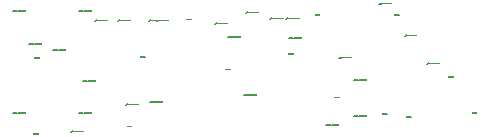
<source format=gbr>
G04 #@! TF.FileFunction,Other,ECO1*
%FSLAX46Y46*%
G04 Gerber Fmt 4.6, Leading zero omitted, Abs format (unit mm)*
G04 Created by KiCad (PCBNEW 4.0.2+dfsg1-stable) date 2017年12月22日 星期五 14时14分46秒*
%MOMM*%
G01*
G04 APERTURE LIST*
%ADD10C,0.100000*%
%ADD11C,0.004000*%
%ADD12C,0.150000*%
G04 APERTURE END LIST*
D10*
D11*
X166899074Y-109232813D02*
X166914907Y-109280313D01*
X166930740Y-109232813D01*
X166946574Y-109275789D02*
X166948835Y-109278051D01*
X166946574Y-109280313D01*
X166944312Y-109278051D01*
X166946574Y-109275789D01*
X166946574Y-109280313D01*
X166946574Y-109250908D02*
X166948835Y-109253170D01*
X166946574Y-109255432D01*
X166944312Y-109253170D01*
X166946574Y-109250908D01*
X166946574Y-109255432D01*
X166996335Y-109275789D02*
X166994073Y-109278051D01*
X166987288Y-109280313D01*
X166982764Y-109280313D01*
X166975978Y-109278051D01*
X166971454Y-109273527D01*
X166969193Y-109269004D01*
X166966931Y-109259956D01*
X166966931Y-109253170D01*
X166969193Y-109244123D01*
X166971454Y-109239599D01*
X166975978Y-109235075D01*
X166982764Y-109232813D01*
X166987288Y-109232813D01*
X166994073Y-109235075D01*
X166996335Y-109237337D01*
X167025740Y-109232813D02*
X167034788Y-109232813D01*
X167039312Y-109235075D01*
X167043835Y-109239599D01*
X167046097Y-109248646D01*
X167046097Y-109264480D01*
X167043835Y-109273527D01*
X167039312Y-109278051D01*
X167034788Y-109280313D01*
X167025740Y-109280313D01*
X167021216Y-109278051D01*
X167016693Y-109273527D01*
X167014431Y-109264480D01*
X167014431Y-109248646D01*
X167016693Y-109239599D01*
X167021216Y-109235075D01*
X167025740Y-109232813D01*
X167066455Y-109280313D02*
X167066455Y-109232813D01*
X167082288Y-109266742D01*
X167098121Y-109232813D01*
X167098121Y-109280313D01*
X167120741Y-109275789D02*
X167123002Y-109278051D01*
X167120741Y-109280313D01*
X167118479Y-109278051D01*
X167120741Y-109275789D01*
X167120741Y-109280313D01*
X167120741Y-109250908D02*
X167123002Y-109253170D01*
X167120741Y-109255432D01*
X167118479Y-109253170D01*
X167120741Y-109250908D01*
X167120741Y-109255432D01*
X167168240Y-109280313D02*
X167141098Y-109280313D01*
X167154669Y-109280313D02*
X167154669Y-109232813D01*
X167150145Y-109239599D01*
X167145621Y-109244123D01*
X167141098Y-109246385D01*
X167188598Y-109275789D02*
X167190859Y-109278051D01*
X167188598Y-109280313D01*
X167186336Y-109278051D01*
X167188598Y-109275789D01*
X167188598Y-109280313D01*
X167188598Y-109250908D02*
X167190859Y-109253170D01*
X167188598Y-109255432D01*
X167186336Y-109253170D01*
X167188598Y-109250908D01*
X167188598Y-109255432D01*
X167236097Y-109280313D02*
X167208955Y-109280313D01*
X167222526Y-109280313D02*
X167222526Y-109232813D01*
X167218002Y-109239599D01*
X167213478Y-109244123D01*
X167208955Y-109246385D01*
X167276812Y-109248646D02*
X167276812Y-109280313D01*
X167265502Y-109230551D02*
X167254193Y-109264480D01*
X167283597Y-109264480D01*
X137689074Y-110350413D02*
X137704907Y-110397913D01*
X137720740Y-110350413D01*
X137736574Y-110393389D02*
X137738835Y-110395651D01*
X137736574Y-110397913D01*
X137734312Y-110395651D01*
X137736574Y-110393389D01*
X137736574Y-110397913D01*
X137736574Y-110368508D02*
X137738835Y-110370770D01*
X137736574Y-110373032D01*
X137734312Y-110370770D01*
X137736574Y-110368508D01*
X137736574Y-110373032D01*
X137786335Y-110393389D02*
X137784073Y-110395651D01*
X137777288Y-110397913D01*
X137772764Y-110397913D01*
X137765978Y-110395651D01*
X137761454Y-110391127D01*
X137759193Y-110386604D01*
X137756931Y-110377556D01*
X137756931Y-110370770D01*
X137759193Y-110361723D01*
X137761454Y-110357199D01*
X137765978Y-110352675D01*
X137772764Y-110350413D01*
X137777288Y-110350413D01*
X137784073Y-110352675D01*
X137786335Y-110354937D01*
X137815740Y-110350413D02*
X137824788Y-110350413D01*
X137829312Y-110352675D01*
X137833835Y-110357199D01*
X137836097Y-110366246D01*
X137836097Y-110382080D01*
X137833835Y-110391127D01*
X137829312Y-110395651D01*
X137824788Y-110397913D01*
X137815740Y-110397913D01*
X137811216Y-110395651D01*
X137806693Y-110391127D01*
X137804431Y-110382080D01*
X137804431Y-110366246D01*
X137806693Y-110357199D01*
X137811216Y-110352675D01*
X137815740Y-110350413D01*
X137856455Y-110397913D02*
X137856455Y-110350413D01*
X137872288Y-110384342D01*
X137888121Y-110350413D01*
X137888121Y-110397913D01*
X137910741Y-110393389D02*
X137913002Y-110395651D01*
X137910741Y-110397913D01*
X137908479Y-110395651D01*
X137910741Y-110393389D01*
X137910741Y-110397913D01*
X137910741Y-110368508D02*
X137913002Y-110370770D01*
X137910741Y-110373032D01*
X137908479Y-110370770D01*
X137910741Y-110368508D01*
X137910741Y-110373032D01*
X137931098Y-110354937D02*
X137933360Y-110352675D01*
X137937883Y-110350413D01*
X137949193Y-110350413D01*
X137953717Y-110352675D01*
X137955979Y-110354937D01*
X137958240Y-110359461D01*
X137958240Y-110363985D01*
X137955979Y-110370770D01*
X137928836Y-110397913D01*
X137958240Y-110397913D01*
X137978598Y-110393389D02*
X137980859Y-110395651D01*
X137978598Y-110397913D01*
X137976336Y-110395651D01*
X137978598Y-110393389D01*
X137978598Y-110397913D01*
X137978598Y-110368508D02*
X137980859Y-110370770D01*
X137978598Y-110373032D01*
X137976336Y-110370770D01*
X137978598Y-110368508D01*
X137978598Y-110373032D01*
X138026097Y-110397913D02*
X137998955Y-110397913D01*
X138012526Y-110397913D02*
X138012526Y-110350413D01*
X138008002Y-110357199D01*
X138003478Y-110361723D01*
X137998955Y-110363985D01*
X138066812Y-110366246D02*
X138066812Y-110397913D01*
X138055502Y-110348151D02*
X138044193Y-110382080D01*
X138073597Y-110382080D01*
X146020274Y-105549813D02*
X146036107Y-105597313D01*
X146051940Y-105549813D01*
X146067774Y-105592789D02*
X146070035Y-105595051D01*
X146067774Y-105597313D01*
X146065512Y-105595051D01*
X146067774Y-105592789D01*
X146067774Y-105597313D01*
X146067774Y-105567908D02*
X146070035Y-105570170D01*
X146067774Y-105572432D01*
X146065512Y-105570170D01*
X146067774Y-105567908D01*
X146067774Y-105572432D01*
X146117535Y-105592789D02*
X146115273Y-105595051D01*
X146108488Y-105597313D01*
X146103964Y-105597313D01*
X146097178Y-105595051D01*
X146092654Y-105590527D01*
X146090393Y-105586004D01*
X146088131Y-105576956D01*
X146088131Y-105570170D01*
X146090393Y-105561123D01*
X146092654Y-105556599D01*
X146097178Y-105552075D01*
X146103964Y-105549813D01*
X146108488Y-105549813D01*
X146115273Y-105552075D01*
X146117535Y-105554337D01*
X146146940Y-105549813D02*
X146155988Y-105549813D01*
X146160512Y-105552075D01*
X146165035Y-105556599D01*
X146167297Y-105565646D01*
X146167297Y-105581480D01*
X146165035Y-105590527D01*
X146160512Y-105595051D01*
X146155988Y-105597313D01*
X146146940Y-105597313D01*
X146142416Y-105595051D01*
X146137893Y-105590527D01*
X146135631Y-105581480D01*
X146135631Y-105565646D01*
X146137893Y-105556599D01*
X146142416Y-105552075D01*
X146146940Y-105549813D01*
X146187655Y-105597313D02*
X146187655Y-105549813D01*
X146203488Y-105583742D01*
X146219321Y-105549813D01*
X146219321Y-105597313D01*
X146241941Y-105592789D02*
X146244202Y-105595051D01*
X146241941Y-105597313D01*
X146239679Y-105595051D01*
X146241941Y-105592789D01*
X146241941Y-105597313D01*
X146241941Y-105567908D02*
X146244202Y-105570170D01*
X146241941Y-105572432D01*
X146239679Y-105570170D01*
X146241941Y-105567908D01*
X146241941Y-105572432D01*
X146260036Y-105549813D02*
X146289440Y-105549813D01*
X146273607Y-105567908D01*
X146280393Y-105567908D01*
X146284917Y-105570170D01*
X146287179Y-105572432D01*
X146289440Y-105576956D01*
X146289440Y-105588265D01*
X146287179Y-105592789D01*
X146284917Y-105595051D01*
X146280393Y-105597313D01*
X146266821Y-105597313D01*
X146262298Y-105595051D01*
X146260036Y-105592789D01*
X146309798Y-105592789D02*
X146312059Y-105595051D01*
X146309798Y-105597313D01*
X146307536Y-105595051D01*
X146309798Y-105592789D01*
X146309798Y-105597313D01*
X146309798Y-105567908D02*
X146312059Y-105570170D01*
X146309798Y-105572432D01*
X146307536Y-105570170D01*
X146309798Y-105567908D01*
X146309798Y-105572432D01*
X146357297Y-105597313D02*
X146330155Y-105597313D01*
X146343726Y-105597313D02*
X146343726Y-105549813D01*
X146339202Y-105556599D01*
X146334678Y-105561123D01*
X146330155Y-105563385D01*
X146398012Y-105565646D02*
X146398012Y-105597313D01*
X146386702Y-105547551D02*
X146375393Y-105581480D01*
X146404797Y-105581480D01*
X142743674Y-101282613D02*
X142759507Y-101330113D01*
X142775340Y-101282613D01*
X142791174Y-101325589D02*
X142793435Y-101327851D01*
X142791174Y-101330113D01*
X142788912Y-101327851D01*
X142791174Y-101325589D01*
X142791174Y-101330113D01*
X142791174Y-101300708D02*
X142793435Y-101302970D01*
X142791174Y-101305232D01*
X142788912Y-101302970D01*
X142791174Y-101300708D01*
X142791174Y-101305232D01*
X142840935Y-101325589D02*
X142838673Y-101327851D01*
X142831888Y-101330113D01*
X142827364Y-101330113D01*
X142820578Y-101327851D01*
X142816054Y-101323327D01*
X142813793Y-101318804D01*
X142811531Y-101309756D01*
X142811531Y-101302970D01*
X142813793Y-101293923D01*
X142816054Y-101289399D01*
X142820578Y-101284875D01*
X142827364Y-101282613D01*
X142831888Y-101282613D01*
X142838673Y-101284875D01*
X142840935Y-101287137D01*
X142870340Y-101282613D02*
X142879388Y-101282613D01*
X142883912Y-101284875D01*
X142888435Y-101289399D01*
X142890697Y-101298446D01*
X142890697Y-101314280D01*
X142888435Y-101323327D01*
X142883912Y-101327851D01*
X142879388Y-101330113D01*
X142870340Y-101330113D01*
X142865816Y-101327851D01*
X142861293Y-101323327D01*
X142859031Y-101314280D01*
X142859031Y-101298446D01*
X142861293Y-101289399D01*
X142865816Y-101284875D01*
X142870340Y-101282613D01*
X142911055Y-101330113D02*
X142911055Y-101282613D01*
X142926888Y-101316542D01*
X142942721Y-101282613D01*
X142942721Y-101330113D01*
X142965341Y-101325589D02*
X142967602Y-101327851D01*
X142965341Y-101330113D01*
X142963079Y-101327851D01*
X142965341Y-101325589D01*
X142965341Y-101330113D01*
X142965341Y-101300708D02*
X142967602Y-101302970D01*
X142965341Y-101305232D01*
X142963079Y-101302970D01*
X142965341Y-101300708D01*
X142965341Y-101305232D01*
X143008317Y-101298446D02*
X143008317Y-101330113D01*
X142997007Y-101280351D02*
X142985698Y-101314280D01*
X143015102Y-101314280D01*
X143033198Y-101325589D02*
X143035459Y-101327851D01*
X143033198Y-101330113D01*
X143030936Y-101327851D01*
X143033198Y-101325589D01*
X143033198Y-101330113D01*
X143033198Y-101300708D02*
X143035459Y-101302970D01*
X143033198Y-101305232D01*
X143030936Y-101302970D01*
X143033198Y-101300708D01*
X143033198Y-101305232D01*
X143080697Y-101330113D02*
X143053555Y-101330113D01*
X143067126Y-101330113D02*
X143067126Y-101282613D01*
X143062602Y-101289399D01*
X143058078Y-101293923D01*
X143053555Y-101296185D01*
X143121412Y-101298446D02*
X143121412Y-101330113D01*
X143110102Y-101280351D02*
X143098793Y-101314280D01*
X143128197Y-101314280D01*
X160345874Y-100927013D02*
X160361707Y-100974513D01*
X160377540Y-100927013D01*
X160393374Y-100969989D02*
X160395635Y-100972251D01*
X160393374Y-100974513D01*
X160391112Y-100972251D01*
X160393374Y-100969989D01*
X160393374Y-100974513D01*
X160393374Y-100945108D02*
X160395635Y-100947370D01*
X160393374Y-100949632D01*
X160391112Y-100947370D01*
X160393374Y-100945108D01*
X160393374Y-100949632D01*
X160443135Y-100969989D02*
X160440873Y-100972251D01*
X160434088Y-100974513D01*
X160429564Y-100974513D01*
X160422778Y-100972251D01*
X160418254Y-100967727D01*
X160415993Y-100963204D01*
X160413731Y-100954156D01*
X160413731Y-100947370D01*
X160415993Y-100938323D01*
X160418254Y-100933799D01*
X160422778Y-100929275D01*
X160429564Y-100927013D01*
X160434088Y-100927013D01*
X160440873Y-100929275D01*
X160443135Y-100931537D01*
X160472540Y-100927013D02*
X160481588Y-100927013D01*
X160486112Y-100929275D01*
X160490635Y-100933799D01*
X160492897Y-100942846D01*
X160492897Y-100958680D01*
X160490635Y-100967727D01*
X160486112Y-100972251D01*
X160481588Y-100974513D01*
X160472540Y-100974513D01*
X160468016Y-100972251D01*
X160463493Y-100967727D01*
X160461231Y-100958680D01*
X160461231Y-100942846D01*
X160463493Y-100933799D01*
X160468016Y-100929275D01*
X160472540Y-100927013D01*
X160513255Y-100974513D02*
X160513255Y-100927013D01*
X160529088Y-100960942D01*
X160544921Y-100927013D01*
X160544921Y-100974513D01*
X160567541Y-100969989D02*
X160569802Y-100972251D01*
X160567541Y-100974513D01*
X160565279Y-100972251D01*
X160567541Y-100969989D01*
X160567541Y-100974513D01*
X160567541Y-100945108D02*
X160569802Y-100947370D01*
X160567541Y-100949632D01*
X160565279Y-100947370D01*
X160567541Y-100945108D01*
X160567541Y-100949632D01*
X160612779Y-100927013D02*
X160590160Y-100927013D01*
X160587898Y-100949632D01*
X160590160Y-100947370D01*
X160594683Y-100945108D01*
X160605993Y-100945108D01*
X160610517Y-100947370D01*
X160612779Y-100949632D01*
X160615040Y-100954156D01*
X160615040Y-100965465D01*
X160612779Y-100969989D01*
X160610517Y-100972251D01*
X160605993Y-100974513D01*
X160594683Y-100974513D01*
X160590160Y-100972251D01*
X160587898Y-100969989D01*
X160635398Y-100969989D02*
X160637659Y-100972251D01*
X160635398Y-100974513D01*
X160633136Y-100972251D01*
X160635398Y-100969989D01*
X160635398Y-100974513D01*
X160635398Y-100945108D02*
X160637659Y-100947370D01*
X160635398Y-100949632D01*
X160633136Y-100947370D01*
X160635398Y-100945108D01*
X160635398Y-100949632D01*
X160682897Y-100974513D02*
X160655755Y-100974513D01*
X160669326Y-100974513D02*
X160669326Y-100927013D01*
X160664802Y-100933799D01*
X160660278Y-100938323D01*
X160655755Y-100940585D01*
X160723612Y-100942846D02*
X160723612Y-100974513D01*
X160712302Y-100924751D02*
X160700993Y-100958680D01*
X160730397Y-100958680D01*
X153614874Y-100901613D02*
X153630707Y-100949113D01*
X153646540Y-100901613D01*
X153662374Y-100944589D02*
X153664635Y-100946851D01*
X153662374Y-100949113D01*
X153660112Y-100946851D01*
X153662374Y-100944589D01*
X153662374Y-100949113D01*
X153662374Y-100919708D02*
X153664635Y-100921970D01*
X153662374Y-100924232D01*
X153660112Y-100921970D01*
X153662374Y-100919708D01*
X153662374Y-100924232D01*
X153712135Y-100944589D02*
X153709873Y-100946851D01*
X153703088Y-100949113D01*
X153698564Y-100949113D01*
X153691778Y-100946851D01*
X153687254Y-100942327D01*
X153684993Y-100937804D01*
X153682731Y-100928756D01*
X153682731Y-100921970D01*
X153684993Y-100912923D01*
X153687254Y-100908399D01*
X153691778Y-100903875D01*
X153698564Y-100901613D01*
X153703088Y-100901613D01*
X153709873Y-100903875D01*
X153712135Y-100906137D01*
X153741540Y-100901613D02*
X153750588Y-100901613D01*
X153755112Y-100903875D01*
X153759635Y-100908399D01*
X153761897Y-100917446D01*
X153761897Y-100933280D01*
X153759635Y-100942327D01*
X153755112Y-100946851D01*
X153750588Y-100949113D01*
X153741540Y-100949113D01*
X153737016Y-100946851D01*
X153732493Y-100942327D01*
X153730231Y-100933280D01*
X153730231Y-100917446D01*
X153732493Y-100908399D01*
X153737016Y-100903875D01*
X153741540Y-100901613D01*
X153782255Y-100949113D02*
X153782255Y-100901613D01*
X153798088Y-100935542D01*
X153813921Y-100901613D01*
X153813921Y-100949113D01*
X153836541Y-100944589D02*
X153838802Y-100946851D01*
X153836541Y-100949113D01*
X153834279Y-100946851D01*
X153836541Y-100944589D01*
X153836541Y-100949113D01*
X153836541Y-100919708D02*
X153838802Y-100921970D01*
X153836541Y-100924232D01*
X153834279Y-100921970D01*
X153836541Y-100919708D01*
X153836541Y-100924232D01*
X153879517Y-100901613D02*
X153870469Y-100901613D01*
X153865945Y-100903875D01*
X153863683Y-100906137D01*
X153859160Y-100912923D01*
X153856898Y-100921970D01*
X153856898Y-100940065D01*
X153859160Y-100944589D01*
X153861421Y-100946851D01*
X153865945Y-100949113D01*
X153874993Y-100949113D01*
X153879517Y-100946851D01*
X153881779Y-100944589D01*
X153884040Y-100940065D01*
X153884040Y-100928756D01*
X153881779Y-100924232D01*
X153879517Y-100921970D01*
X153874993Y-100919708D01*
X153865945Y-100919708D01*
X153861421Y-100921970D01*
X153859160Y-100924232D01*
X153856898Y-100928756D01*
X153904398Y-100944589D02*
X153906659Y-100946851D01*
X153904398Y-100949113D01*
X153902136Y-100946851D01*
X153904398Y-100944589D01*
X153904398Y-100949113D01*
X153904398Y-100919708D02*
X153906659Y-100921970D01*
X153904398Y-100924232D01*
X153902136Y-100921970D01*
X153904398Y-100919708D01*
X153904398Y-100924232D01*
X153951897Y-100949113D02*
X153924755Y-100949113D01*
X153938326Y-100949113D02*
X153938326Y-100901613D01*
X153933802Y-100908399D01*
X153929278Y-100912923D01*
X153924755Y-100915185D01*
X153992612Y-100917446D02*
X153992612Y-100949113D01*
X153981302Y-100899351D02*
X153969993Y-100933280D01*
X153999397Y-100933280D01*
X155265874Y-107912013D02*
X155281707Y-107959513D01*
X155297540Y-107912013D01*
X155313374Y-107954989D02*
X155315635Y-107957251D01*
X155313374Y-107959513D01*
X155311112Y-107957251D01*
X155313374Y-107954989D01*
X155313374Y-107959513D01*
X155313374Y-107930108D02*
X155315635Y-107932370D01*
X155313374Y-107934632D01*
X155311112Y-107932370D01*
X155313374Y-107930108D01*
X155313374Y-107934632D01*
X155363135Y-107954989D02*
X155360873Y-107957251D01*
X155354088Y-107959513D01*
X155349564Y-107959513D01*
X155342778Y-107957251D01*
X155338254Y-107952727D01*
X155335993Y-107948204D01*
X155333731Y-107939156D01*
X155333731Y-107932370D01*
X155335993Y-107923323D01*
X155338254Y-107918799D01*
X155342778Y-107914275D01*
X155349564Y-107912013D01*
X155354088Y-107912013D01*
X155360873Y-107914275D01*
X155363135Y-107916537D01*
X155392540Y-107912013D02*
X155401588Y-107912013D01*
X155406112Y-107914275D01*
X155410635Y-107918799D01*
X155412897Y-107927846D01*
X155412897Y-107943680D01*
X155410635Y-107952727D01*
X155406112Y-107957251D01*
X155401588Y-107959513D01*
X155392540Y-107959513D01*
X155388016Y-107957251D01*
X155383493Y-107952727D01*
X155381231Y-107943680D01*
X155381231Y-107927846D01*
X155383493Y-107918799D01*
X155388016Y-107914275D01*
X155392540Y-107912013D01*
X155433255Y-107959513D02*
X155433255Y-107912013D01*
X155449088Y-107945942D01*
X155464921Y-107912013D01*
X155464921Y-107959513D01*
X155487541Y-107954989D02*
X155489802Y-107957251D01*
X155487541Y-107959513D01*
X155485279Y-107957251D01*
X155487541Y-107954989D01*
X155487541Y-107959513D01*
X155487541Y-107930108D02*
X155489802Y-107932370D01*
X155487541Y-107934632D01*
X155485279Y-107932370D01*
X155487541Y-107930108D01*
X155487541Y-107934632D01*
X155505636Y-107912013D02*
X155537302Y-107912013D01*
X155516945Y-107959513D01*
X155555398Y-107954989D02*
X155557659Y-107957251D01*
X155555398Y-107959513D01*
X155553136Y-107957251D01*
X155555398Y-107954989D01*
X155555398Y-107959513D01*
X155555398Y-107930108D02*
X155557659Y-107932370D01*
X155555398Y-107934632D01*
X155553136Y-107932370D01*
X155555398Y-107930108D01*
X155555398Y-107934632D01*
X155602897Y-107959513D02*
X155575755Y-107959513D01*
X155589326Y-107959513D02*
X155589326Y-107912013D01*
X155584802Y-107918799D01*
X155580278Y-107923323D01*
X155575755Y-107925585D01*
X155643612Y-107927846D02*
X155643612Y-107959513D01*
X155632302Y-107909751D02*
X155620993Y-107943680D01*
X155650397Y-107943680D01*
X159329874Y-109309013D02*
X159345707Y-109356513D01*
X159361540Y-109309013D01*
X159377374Y-109351989D02*
X159379635Y-109354251D01*
X159377374Y-109356513D01*
X159375112Y-109354251D01*
X159377374Y-109351989D01*
X159377374Y-109356513D01*
X159377374Y-109327108D02*
X159379635Y-109329370D01*
X159377374Y-109331632D01*
X159375112Y-109329370D01*
X159377374Y-109327108D01*
X159377374Y-109331632D01*
X159427135Y-109351989D02*
X159424873Y-109354251D01*
X159418088Y-109356513D01*
X159413564Y-109356513D01*
X159406778Y-109354251D01*
X159402254Y-109349727D01*
X159399993Y-109345204D01*
X159397731Y-109336156D01*
X159397731Y-109329370D01*
X159399993Y-109320323D01*
X159402254Y-109315799D01*
X159406778Y-109311275D01*
X159413564Y-109309013D01*
X159418088Y-109309013D01*
X159424873Y-109311275D01*
X159427135Y-109313537D01*
X159456540Y-109309013D02*
X159465588Y-109309013D01*
X159470112Y-109311275D01*
X159474635Y-109315799D01*
X159476897Y-109324846D01*
X159476897Y-109340680D01*
X159474635Y-109349727D01*
X159470112Y-109354251D01*
X159465588Y-109356513D01*
X159456540Y-109356513D01*
X159452016Y-109354251D01*
X159447493Y-109349727D01*
X159445231Y-109340680D01*
X159445231Y-109324846D01*
X159447493Y-109315799D01*
X159452016Y-109311275D01*
X159456540Y-109309013D01*
X159497255Y-109356513D02*
X159497255Y-109309013D01*
X159513088Y-109342942D01*
X159528921Y-109309013D01*
X159528921Y-109356513D01*
X159551541Y-109351989D02*
X159553802Y-109354251D01*
X159551541Y-109356513D01*
X159549279Y-109354251D01*
X159551541Y-109351989D01*
X159551541Y-109356513D01*
X159551541Y-109327108D02*
X159553802Y-109329370D01*
X159551541Y-109331632D01*
X159549279Y-109329370D01*
X159551541Y-109327108D01*
X159551541Y-109331632D01*
X159580945Y-109329370D02*
X159576421Y-109327108D01*
X159574160Y-109324846D01*
X159571898Y-109320323D01*
X159571898Y-109318061D01*
X159574160Y-109313537D01*
X159576421Y-109311275D01*
X159580945Y-109309013D01*
X159589993Y-109309013D01*
X159594517Y-109311275D01*
X159596779Y-109313537D01*
X159599040Y-109318061D01*
X159599040Y-109320323D01*
X159596779Y-109324846D01*
X159594517Y-109327108D01*
X159589993Y-109329370D01*
X159580945Y-109329370D01*
X159576421Y-109331632D01*
X159574160Y-109333894D01*
X159571898Y-109338418D01*
X159571898Y-109347465D01*
X159574160Y-109351989D01*
X159576421Y-109354251D01*
X159580945Y-109356513D01*
X159589993Y-109356513D01*
X159594517Y-109354251D01*
X159596779Y-109351989D01*
X159599040Y-109347465D01*
X159599040Y-109338418D01*
X159596779Y-109333894D01*
X159594517Y-109331632D01*
X159589993Y-109329370D01*
X159619398Y-109351989D02*
X159621659Y-109354251D01*
X159619398Y-109356513D01*
X159617136Y-109354251D01*
X159619398Y-109351989D01*
X159619398Y-109356513D01*
X159619398Y-109327108D02*
X159621659Y-109329370D01*
X159619398Y-109331632D01*
X159617136Y-109329370D01*
X159619398Y-109327108D01*
X159619398Y-109331632D01*
X159666897Y-109356513D02*
X159639755Y-109356513D01*
X159653326Y-109356513D02*
X159653326Y-109309013D01*
X159648802Y-109315799D01*
X159644278Y-109320323D01*
X159639755Y-109322585D01*
X159707612Y-109324846D02*
X159707612Y-109356513D01*
X159696302Y-109306751D02*
X159684993Y-109340680D01*
X159714397Y-109340680D01*
X161361874Y-109563013D02*
X161377707Y-109610513D01*
X161393540Y-109563013D01*
X161409374Y-109605989D02*
X161411635Y-109608251D01*
X161409374Y-109610513D01*
X161407112Y-109608251D01*
X161409374Y-109605989D01*
X161409374Y-109610513D01*
X161409374Y-109581108D02*
X161411635Y-109583370D01*
X161409374Y-109585632D01*
X161407112Y-109583370D01*
X161409374Y-109581108D01*
X161409374Y-109585632D01*
X161459135Y-109605989D02*
X161456873Y-109608251D01*
X161450088Y-109610513D01*
X161445564Y-109610513D01*
X161438778Y-109608251D01*
X161434254Y-109603727D01*
X161431993Y-109599204D01*
X161429731Y-109590156D01*
X161429731Y-109583370D01*
X161431993Y-109574323D01*
X161434254Y-109569799D01*
X161438778Y-109565275D01*
X161445564Y-109563013D01*
X161450088Y-109563013D01*
X161456873Y-109565275D01*
X161459135Y-109567537D01*
X161488540Y-109563013D02*
X161497588Y-109563013D01*
X161502112Y-109565275D01*
X161506635Y-109569799D01*
X161508897Y-109578846D01*
X161508897Y-109594680D01*
X161506635Y-109603727D01*
X161502112Y-109608251D01*
X161497588Y-109610513D01*
X161488540Y-109610513D01*
X161484016Y-109608251D01*
X161479493Y-109603727D01*
X161477231Y-109594680D01*
X161477231Y-109578846D01*
X161479493Y-109569799D01*
X161484016Y-109565275D01*
X161488540Y-109563013D01*
X161529255Y-109610513D02*
X161529255Y-109563013D01*
X161545088Y-109596942D01*
X161560921Y-109563013D01*
X161560921Y-109610513D01*
X161583541Y-109605989D02*
X161585802Y-109608251D01*
X161583541Y-109610513D01*
X161581279Y-109608251D01*
X161583541Y-109605989D01*
X161583541Y-109610513D01*
X161583541Y-109581108D02*
X161585802Y-109583370D01*
X161583541Y-109585632D01*
X161581279Y-109583370D01*
X161583541Y-109581108D01*
X161583541Y-109585632D01*
X161608421Y-109610513D02*
X161617469Y-109610513D01*
X161621993Y-109608251D01*
X161624255Y-109605989D01*
X161628779Y-109599204D01*
X161631040Y-109590156D01*
X161631040Y-109572061D01*
X161628779Y-109567537D01*
X161626517Y-109565275D01*
X161621993Y-109563013D01*
X161612945Y-109563013D01*
X161608421Y-109565275D01*
X161606160Y-109567537D01*
X161603898Y-109572061D01*
X161603898Y-109583370D01*
X161606160Y-109587894D01*
X161608421Y-109590156D01*
X161612945Y-109592418D01*
X161621993Y-109592418D01*
X161626517Y-109590156D01*
X161628779Y-109587894D01*
X161631040Y-109583370D01*
X161651398Y-109605989D02*
X161653659Y-109608251D01*
X161651398Y-109610513D01*
X161649136Y-109608251D01*
X161651398Y-109605989D01*
X161651398Y-109610513D01*
X161651398Y-109581108D02*
X161653659Y-109583370D01*
X161651398Y-109585632D01*
X161649136Y-109583370D01*
X161651398Y-109581108D01*
X161651398Y-109585632D01*
X161698897Y-109610513D02*
X161671755Y-109610513D01*
X161685326Y-109610513D02*
X161685326Y-109563013D01*
X161680802Y-109569799D01*
X161676278Y-109574323D01*
X161671755Y-109576585D01*
X161739612Y-109578846D02*
X161739612Y-109610513D01*
X161728302Y-109560751D02*
X161716993Y-109594680D01*
X161746397Y-109594680D01*
X164917874Y-106184813D02*
X164933707Y-106232313D01*
X164949540Y-106184813D01*
X164965374Y-106227789D02*
X164967635Y-106230051D01*
X164965374Y-106232313D01*
X164963112Y-106230051D01*
X164965374Y-106227789D01*
X164965374Y-106232313D01*
X164965374Y-106202908D02*
X164967635Y-106205170D01*
X164965374Y-106207432D01*
X164963112Y-106205170D01*
X164965374Y-106202908D01*
X164965374Y-106207432D01*
X165015135Y-106227789D02*
X165012873Y-106230051D01*
X165006088Y-106232313D01*
X165001564Y-106232313D01*
X164994778Y-106230051D01*
X164990254Y-106225527D01*
X164987993Y-106221004D01*
X164985731Y-106211956D01*
X164985731Y-106205170D01*
X164987993Y-106196123D01*
X164990254Y-106191599D01*
X164994778Y-106187075D01*
X165001564Y-106184813D01*
X165006088Y-106184813D01*
X165012873Y-106187075D01*
X165015135Y-106189337D01*
X165044540Y-106184813D02*
X165053588Y-106184813D01*
X165058112Y-106187075D01*
X165062635Y-106191599D01*
X165064897Y-106200646D01*
X165064897Y-106216480D01*
X165062635Y-106225527D01*
X165058112Y-106230051D01*
X165053588Y-106232313D01*
X165044540Y-106232313D01*
X165040016Y-106230051D01*
X165035493Y-106225527D01*
X165033231Y-106216480D01*
X165033231Y-106200646D01*
X165035493Y-106191599D01*
X165040016Y-106187075D01*
X165044540Y-106184813D01*
X165085255Y-106232313D02*
X165085255Y-106184813D01*
X165101088Y-106218742D01*
X165116921Y-106184813D01*
X165116921Y-106232313D01*
X165139541Y-106227789D02*
X165141802Y-106230051D01*
X165139541Y-106232313D01*
X165137279Y-106230051D01*
X165139541Y-106227789D01*
X165139541Y-106232313D01*
X165139541Y-106202908D02*
X165141802Y-106205170D01*
X165139541Y-106207432D01*
X165137279Y-106205170D01*
X165139541Y-106202908D01*
X165139541Y-106207432D01*
X165187040Y-106232313D02*
X165159898Y-106232313D01*
X165173469Y-106232313D02*
X165173469Y-106184813D01*
X165168945Y-106191599D01*
X165164421Y-106196123D01*
X165159898Y-106198385D01*
X165216445Y-106184813D02*
X165220969Y-106184813D01*
X165225493Y-106187075D01*
X165227755Y-106189337D01*
X165230017Y-106193861D01*
X165232278Y-106202908D01*
X165232278Y-106214218D01*
X165230017Y-106223265D01*
X165227755Y-106227789D01*
X165225493Y-106230051D01*
X165220969Y-106232313D01*
X165216445Y-106232313D01*
X165211921Y-106230051D01*
X165209659Y-106227789D01*
X165207398Y-106223265D01*
X165205136Y-106214218D01*
X165205136Y-106202908D01*
X165207398Y-106193861D01*
X165209659Y-106189337D01*
X165211921Y-106187075D01*
X165216445Y-106184813D01*
X165252636Y-106227789D02*
X165254897Y-106230051D01*
X165252636Y-106232313D01*
X165250374Y-106230051D01*
X165252636Y-106227789D01*
X165252636Y-106232313D01*
X165252636Y-106202908D02*
X165254897Y-106205170D01*
X165252636Y-106207432D01*
X165250374Y-106205170D01*
X165252636Y-106202908D01*
X165252636Y-106207432D01*
X165300135Y-106232313D02*
X165272993Y-106232313D01*
X165286564Y-106232313D02*
X165286564Y-106184813D01*
X165282040Y-106191599D01*
X165277516Y-106196123D01*
X165272993Y-106198385D01*
X165340850Y-106200646D02*
X165340850Y-106232313D01*
X165329540Y-106182551D02*
X165318231Y-106216480D01*
X165347635Y-106216480D01*
X151354274Y-104203613D02*
X151370107Y-104251113D01*
X151385940Y-104203613D01*
X151401774Y-104246589D02*
X151404035Y-104248851D01*
X151401774Y-104251113D01*
X151399512Y-104248851D01*
X151401774Y-104246589D01*
X151401774Y-104251113D01*
X151401774Y-104221708D02*
X151404035Y-104223970D01*
X151401774Y-104226232D01*
X151399512Y-104223970D01*
X151401774Y-104221708D01*
X151401774Y-104226232D01*
X151451535Y-104246589D02*
X151449273Y-104248851D01*
X151442488Y-104251113D01*
X151437964Y-104251113D01*
X151431178Y-104248851D01*
X151426654Y-104244327D01*
X151424393Y-104239804D01*
X151422131Y-104230756D01*
X151422131Y-104223970D01*
X151424393Y-104214923D01*
X151426654Y-104210399D01*
X151431178Y-104205875D01*
X151437964Y-104203613D01*
X151442488Y-104203613D01*
X151449273Y-104205875D01*
X151451535Y-104208137D01*
X151480940Y-104203613D02*
X151489988Y-104203613D01*
X151494512Y-104205875D01*
X151499035Y-104210399D01*
X151501297Y-104219446D01*
X151501297Y-104235280D01*
X151499035Y-104244327D01*
X151494512Y-104248851D01*
X151489988Y-104251113D01*
X151480940Y-104251113D01*
X151476416Y-104248851D01*
X151471893Y-104244327D01*
X151469631Y-104235280D01*
X151469631Y-104219446D01*
X151471893Y-104210399D01*
X151476416Y-104205875D01*
X151480940Y-104203613D01*
X151521655Y-104251113D02*
X151521655Y-104203613D01*
X151537488Y-104237542D01*
X151553321Y-104203613D01*
X151553321Y-104251113D01*
X151575941Y-104246589D02*
X151578202Y-104248851D01*
X151575941Y-104251113D01*
X151573679Y-104248851D01*
X151575941Y-104246589D01*
X151575941Y-104251113D01*
X151575941Y-104221708D02*
X151578202Y-104223970D01*
X151575941Y-104226232D01*
X151573679Y-104223970D01*
X151575941Y-104221708D01*
X151575941Y-104226232D01*
X151623440Y-104251113D02*
X151596298Y-104251113D01*
X151609869Y-104251113D02*
X151609869Y-104203613D01*
X151605345Y-104210399D01*
X151600821Y-104214923D01*
X151596298Y-104217185D01*
X151668678Y-104251113D02*
X151641536Y-104251113D01*
X151655107Y-104251113D02*
X151655107Y-104203613D01*
X151650583Y-104210399D01*
X151646059Y-104214923D01*
X151641536Y-104217185D01*
X151689036Y-104246589D02*
X151691297Y-104248851D01*
X151689036Y-104251113D01*
X151686774Y-104248851D01*
X151689036Y-104246589D01*
X151689036Y-104251113D01*
X151689036Y-104221708D02*
X151691297Y-104223970D01*
X151689036Y-104226232D01*
X151686774Y-104223970D01*
X151689036Y-104221708D01*
X151689036Y-104226232D01*
X151736535Y-104251113D02*
X151709393Y-104251113D01*
X151722964Y-104251113D02*
X151722964Y-104203613D01*
X151718440Y-104210399D01*
X151713916Y-104214923D01*
X151709393Y-104217185D01*
X151777250Y-104219446D02*
X151777250Y-104251113D01*
X151765940Y-104201351D02*
X151754631Y-104235280D01*
X151784035Y-104235280D01*
X129764274Y-110985413D02*
X129780107Y-111032913D01*
X129795940Y-110985413D01*
X129811774Y-111028389D02*
X129814035Y-111030651D01*
X129811774Y-111032913D01*
X129809512Y-111030651D01*
X129811774Y-111028389D01*
X129811774Y-111032913D01*
X129811774Y-111003508D02*
X129814035Y-111005770D01*
X129811774Y-111008032D01*
X129809512Y-111005770D01*
X129811774Y-111003508D01*
X129811774Y-111008032D01*
X129861535Y-111028389D02*
X129859273Y-111030651D01*
X129852488Y-111032913D01*
X129847964Y-111032913D01*
X129841178Y-111030651D01*
X129836654Y-111026127D01*
X129834393Y-111021604D01*
X129832131Y-111012556D01*
X129832131Y-111005770D01*
X129834393Y-110996723D01*
X129836654Y-110992199D01*
X129841178Y-110987675D01*
X129847964Y-110985413D01*
X129852488Y-110985413D01*
X129859273Y-110987675D01*
X129861535Y-110989937D01*
X129890940Y-110985413D02*
X129899988Y-110985413D01*
X129904512Y-110987675D01*
X129909035Y-110992199D01*
X129911297Y-111001246D01*
X129911297Y-111017080D01*
X129909035Y-111026127D01*
X129904512Y-111030651D01*
X129899988Y-111032913D01*
X129890940Y-111032913D01*
X129886416Y-111030651D01*
X129881893Y-111026127D01*
X129879631Y-111017080D01*
X129879631Y-111001246D01*
X129881893Y-110992199D01*
X129886416Y-110987675D01*
X129890940Y-110985413D01*
X129931655Y-111032913D02*
X129931655Y-110985413D01*
X129947488Y-111019342D01*
X129963321Y-110985413D01*
X129963321Y-111032913D01*
X129985941Y-111028389D02*
X129988202Y-111030651D01*
X129985941Y-111032913D01*
X129983679Y-111030651D01*
X129985941Y-111028389D01*
X129985941Y-111032913D01*
X129985941Y-111003508D02*
X129988202Y-111005770D01*
X129985941Y-111008032D01*
X129983679Y-111005770D01*
X129985941Y-111003508D01*
X129985941Y-111008032D01*
X130033440Y-111032913D02*
X130006298Y-111032913D01*
X130019869Y-111032913D02*
X130019869Y-110985413D01*
X130015345Y-110992199D01*
X130010821Y-110996723D01*
X130006298Y-110998985D01*
X130051536Y-110989937D02*
X130053798Y-110987675D01*
X130058321Y-110985413D01*
X130069631Y-110985413D01*
X130074155Y-110987675D01*
X130076417Y-110989937D01*
X130078678Y-110994461D01*
X130078678Y-110998985D01*
X130076417Y-111005770D01*
X130049274Y-111032913D01*
X130078678Y-111032913D01*
X130099036Y-111028389D02*
X130101297Y-111030651D01*
X130099036Y-111032913D01*
X130096774Y-111030651D01*
X130099036Y-111028389D01*
X130099036Y-111032913D01*
X130099036Y-111003508D02*
X130101297Y-111005770D01*
X130099036Y-111008032D01*
X130096774Y-111005770D01*
X130099036Y-111003508D01*
X130099036Y-111008032D01*
X130146535Y-111032913D02*
X130119393Y-111032913D01*
X130132964Y-111032913D02*
X130132964Y-110985413D01*
X130128440Y-110992199D01*
X130123916Y-110996723D01*
X130119393Y-110998985D01*
X130187250Y-111001246D02*
X130187250Y-111032913D01*
X130175940Y-110983151D02*
X130164631Y-111017080D01*
X130194035Y-111017080D01*
X129865874Y-104559213D02*
X129881707Y-104606713D01*
X129897540Y-104559213D01*
X129913374Y-104602189D02*
X129915635Y-104604451D01*
X129913374Y-104606713D01*
X129911112Y-104604451D01*
X129913374Y-104602189D01*
X129913374Y-104606713D01*
X129913374Y-104577308D02*
X129915635Y-104579570D01*
X129913374Y-104581832D01*
X129911112Y-104579570D01*
X129913374Y-104577308D01*
X129913374Y-104581832D01*
X129963135Y-104602189D02*
X129960873Y-104604451D01*
X129954088Y-104606713D01*
X129949564Y-104606713D01*
X129942778Y-104604451D01*
X129938254Y-104599927D01*
X129935993Y-104595404D01*
X129933731Y-104586356D01*
X129933731Y-104579570D01*
X129935993Y-104570523D01*
X129938254Y-104565999D01*
X129942778Y-104561475D01*
X129949564Y-104559213D01*
X129954088Y-104559213D01*
X129960873Y-104561475D01*
X129963135Y-104563737D01*
X129992540Y-104559213D02*
X130001588Y-104559213D01*
X130006112Y-104561475D01*
X130010635Y-104565999D01*
X130012897Y-104575046D01*
X130012897Y-104590880D01*
X130010635Y-104599927D01*
X130006112Y-104604451D01*
X130001588Y-104606713D01*
X129992540Y-104606713D01*
X129988016Y-104604451D01*
X129983493Y-104599927D01*
X129981231Y-104590880D01*
X129981231Y-104575046D01*
X129983493Y-104565999D01*
X129988016Y-104561475D01*
X129992540Y-104559213D01*
X130033255Y-104606713D02*
X130033255Y-104559213D01*
X130049088Y-104593142D01*
X130064921Y-104559213D01*
X130064921Y-104606713D01*
X130087541Y-104602189D02*
X130089802Y-104604451D01*
X130087541Y-104606713D01*
X130085279Y-104604451D01*
X130087541Y-104602189D01*
X130087541Y-104606713D01*
X130087541Y-104577308D02*
X130089802Y-104579570D01*
X130087541Y-104581832D01*
X130085279Y-104579570D01*
X130087541Y-104577308D01*
X130087541Y-104581832D01*
X130135040Y-104606713D02*
X130107898Y-104606713D01*
X130121469Y-104606713D02*
X130121469Y-104559213D01*
X130116945Y-104565999D01*
X130112421Y-104570523D01*
X130107898Y-104572785D01*
X130150874Y-104559213D02*
X130180278Y-104559213D01*
X130164445Y-104577308D01*
X130171231Y-104577308D01*
X130175755Y-104579570D01*
X130178017Y-104581832D01*
X130180278Y-104586356D01*
X130180278Y-104597665D01*
X130178017Y-104602189D01*
X130175755Y-104604451D01*
X130171231Y-104606713D01*
X130157659Y-104606713D01*
X130153136Y-104604451D01*
X130150874Y-104602189D01*
X130200636Y-104602189D02*
X130202897Y-104604451D01*
X130200636Y-104606713D01*
X130198374Y-104604451D01*
X130200636Y-104602189D01*
X130200636Y-104606713D01*
X130200636Y-104577308D02*
X130202897Y-104579570D01*
X130200636Y-104581832D01*
X130198374Y-104579570D01*
X130200636Y-104577308D01*
X130200636Y-104581832D01*
X130248135Y-104606713D02*
X130220993Y-104606713D01*
X130234564Y-104606713D02*
X130234564Y-104559213D01*
X130230040Y-104565999D01*
X130225516Y-104570523D01*
X130220993Y-104572785D01*
X130288850Y-104575046D02*
X130288850Y-104606713D01*
X130277540Y-104556951D02*
X130266231Y-104590880D01*
X130295635Y-104590880D01*
X138781274Y-104483013D02*
X138797107Y-104530513D01*
X138812940Y-104483013D01*
X138828774Y-104525989D02*
X138831035Y-104528251D01*
X138828774Y-104530513D01*
X138826512Y-104528251D01*
X138828774Y-104525989D01*
X138828774Y-104530513D01*
X138828774Y-104501108D02*
X138831035Y-104503370D01*
X138828774Y-104505632D01*
X138826512Y-104503370D01*
X138828774Y-104501108D01*
X138828774Y-104505632D01*
X138878535Y-104525989D02*
X138876273Y-104528251D01*
X138869488Y-104530513D01*
X138864964Y-104530513D01*
X138858178Y-104528251D01*
X138853654Y-104523727D01*
X138851393Y-104519204D01*
X138849131Y-104510156D01*
X138849131Y-104503370D01*
X138851393Y-104494323D01*
X138853654Y-104489799D01*
X138858178Y-104485275D01*
X138864964Y-104483013D01*
X138869488Y-104483013D01*
X138876273Y-104485275D01*
X138878535Y-104487537D01*
X138907940Y-104483013D02*
X138916988Y-104483013D01*
X138921512Y-104485275D01*
X138926035Y-104489799D01*
X138928297Y-104498846D01*
X138928297Y-104514680D01*
X138926035Y-104523727D01*
X138921512Y-104528251D01*
X138916988Y-104530513D01*
X138907940Y-104530513D01*
X138903416Y-104528251D01*
X138898893Y-104523727D01*
X138896631Y-104514680D01*
X138896631Y-104498846D01*
X138898893Y-104489799D01*
X138903416Y-104485275D01*
X138907940Y-104483013D01*
X138948655Y-104530513D02*
X138948655Y-104483013D01*
X138964488Y-104516942D01*
X138980321Y-104483013D01*
X138980321Y-104530513D01*
X139002941Y-104525989D02*
X139005202Y-104528251D01*
X139002941Y-104530513D01*
X139000679Y-104528251D01*
X139002941Y-104525989D01*
X139002941Y-104530513D01*
X139002941Y-104501108D02*
X139005202Y-104503370D01*
X139002941Y-104505632D01*
X139000679Y-104503370D01*
X139002941Y-104501108D01*
X139002941Y-104505632D01*
X139050440Y-104530513D02*
X139023298Y-104530513D01*
X139036869Y-104530513D02*
X139036869Y-104483013D01*
X139032345Y-104489799D01*
X139027821Y-104494323D01*
X139023298Y-104496585D01*
X139091155Y-104498846D02*
X139091155Y-104530513D01*
X139079845Y-104480751D02*
X139068536Y-104514680D01*
X139097940Y-104514680D01*
X139116036Y-104525989D02*
X139118297Y-104528251D01*
X139116036Y-104530513D01*
X139113774Y-104528251D01*
X139116036Y-104525989D01*
X139116036Y-104530513D01*
X139116036Y-104501108D02*
X139118297Y-104503370D01*
X139116036Y-104505632D01*
X139113774Y-104503370D01*
X139116036Y-104501108D01*
X139116036Y-104505632D01*
X139163535Y-104530513D02*
X139136393Y-104530513D01*
X139149964Y-104530513D02*
X139149964Y-104483013D01*
X139145440Y-104489799D01*
X139140916Y-104494323D01*
X139136393Y-104496585D01*
X139204250Y-104498846D02*
X139204250Y-104530513D01*
X139192940Y-104480751D02*
X139181631Y-104514680D01*
X139211035Y-104514680D01*
X133190493Y-110804794D02*
X133174660Y-110804794D01*
X133174660Y-110829675D02*
X133174660Y-110782175D01*
X133197279Y-110782175D01*
X133215374Y-110829675D02*
X133215374Y-110798008D01*
X133215374Y-110782175D02*
X133213112Y-110784437D01*
X133215374Y-110786699D01*
X133217635Y-110784437D01*
X133215374Y-110782175D01*
X133215374Y-110786699D01*
X133244778Y-110829675D02*
X133240254Y-110827413D01*
X133237993Y-110822889D01*
X133237993Y-110782175D01*
X133269659Y-110829675D02*
X133265135Y-110827413D01*
X133262874Y-110822889D01*
X133262874Y-110782175D01*
X133296802Y-110782175D02*
X133305850Y-110782175D01*
X133310374Y-110784437D01*
X133314897Y-110788961D01*
X133317159Y-110798008D01*
X133317159Y-110813842D01*
X133314897Y-110822889D01*
X133310374Y-110827413D01*
X133305850Y-110829675D01*
X133296802Y-110829675D01*
X133292278Y-110827413D01*
X133287755Y-110822889D01*
X133285493Y-110813842D01*
X133285493Y-110798008D01*
X133287755Y-110788961D01*
X133292278Y-110784437D01*
X133296802Y-110782175D01*
X133332993Y-110798008D02*
X133344302Y-110829675D01*
X133355612Y-110798008D01*
X133391802Y-110827413D02*
X133387278Y-110829675D01*
X133378230Y-110829675D01*
X133373707Y-110827413D01*
X133371445Y-110822889D01*
X133371445Y-110804794D01*
X133373707Y-110800270D01*
X133378230Y-110798008D01*
X133387278Y-110798008D01*
X133391802Y-110800270D01*
X133394064Y-110804794D01*
X133394064Y-110809318D01*
X133371445Y-110813842D01*
X133414421Y-110829675D02*
X133414421Y-110798008D01*
X133414421Y-110807056D02*
X133416682Y-110802532D01*
X133418944Y-110800270D01*
X133423468Y-110798008D01*
X133427992Y-110798008D01*
X133443826Y-110829675D02*
X133443826Y-110782175D01*
X133461921Y-110782175D01*
X133466445Y-110784437D01*
X133468706Y-110786699D01*
X133470968Y-110791223D01*
X133470968Y-110798008D01*
X133468706Y-110802532D01*
X133466445Y-110804794D01*
X133461921Y-110807056D01*
X133443826Y-110807056D01*
X133489064Y-110816104D02*
X133511683Y-110816104D01*
X133484540Y-110829675D02*
X133500373Y-110782175D01*
X133516206Y-110829675D01*
X133532040Y-110829675D02*
X133532040Y-110782175D01*
X133543349Y-110782175D01*
X133550135Y-110784437D01*
X133554659Y-110788961D01*
X133556920Y-110793485D01*
X133559182Y-110802532D01*
X133559182Y-110809318D01*
X133556920Y-110818366D01*
X133554659Y-110822889D01*
X133550135Y-110827413D01*
X133543349Y-110829675D01*
X133532040Y-110829675D01*
X133579540Y-110825151D02*
X133581801Y-110827413D01*
X133579540Y-110829675D01*
X133577278Y-110827413D01*
X133579540Y-110825151D01*
X133579540Y-110829675D01*
X133579540Y-110800270D02*
X133581801Y-110802532D01*
X133579540Y-110804794D01*
X133577278Y-110802532D01*
X133579540Y-110800270D01*
X133579540Y-110804794D01*
X133629301Y-110825151D02*
X133627039Y-110827413D01*
X133620254Y-110829675D01*
X133615730Y-110829675D01*
X133608944Y-110827413D01*
X133604420Y-110822889D01*
X133602159Y-110818366D01*
X133599897Y-110809318D01*
X133599897Y-110802532D01*
X133602159Y-110793485D01*
X133604420Y-110788961D01*
X133608944Y-110784437D01*
X133615730Y-110782175D01*
X133620254Y-110782175D01*
X133627039Y-110784437D01*
X133629301Y-110786699D01*
X133658706Y-110782175D02*
X133667754Y-110782175D01*
X133672278Y-110784437D01*
X133676801Y-110788961D01*
X133679063Y-110798008D01*
X133679063Y-110813842D01*
X133676801Y-110822889D01*
X133672278Y-110827413D01*
X133667754Y-110829675D01*
X133658706Y-110829675D01*
X133654182Y-110827413D01*
X133649659Y-110822889D01*
X133647397Y-110813842D01*
X133647397Y-110798008D01*
X133649659Y-110788961D01*
X133654182Y-110784437D01*
X133658706Y-110782175D01*
X133699421Y-110829675D02*
X133699421Y-110782175D01*
X133715254Y-110816104D01*
X133731087Y-110782175D01*
X133731087Y-110829675D01*
X133753707Y-110825151D02*
X133755968Y-110827413D01*
X133753707Y-110829675D01*
X133751445Y-110827413D01*
X133753707Y-110825151D01*
X133753707Y-110829675D01*
X133753707Y-110800270D02*
X133755968Y-110802532D01*
X133753707Y-110804794D01*
X133751445Y-110802532D01*
X133753707Y-110800270D01*
X133753707Y-110804794D01*
X133774064Y-110786699D02*
X133776326Y-110784437D01*
X133780849Y-110782175D01*
X133792159Y-110782175D01*
X133796683Y-110784437D01*
X133798945Y-110786699D01*
X133801206Y-110791223D01*
X133801206Y-110795747D01*
X133798945Y-110802532D01*
X133771802Y-110829675D01*
X133801206Y-110829675D01*
X133821564Y-110825151D02*
X133823825Y-110827413D01*
X133821564Y-110829675D01*
X133819302Y-110827413D01*
X133821564Y-110825151D01*
X133821564Y-110829675D01*
X133821564Y-110800270D02*
X133823825Y-110802532D01*
X133821564Y-110804794D01*
X133819302Y-110802532D01*
X133821564Y-110800270D01*
X133821564Y-110804794D01*
X133869063Y-110829675D02*
X133841921Y-110829675D01*
X133855492Y-110829675D02*
X133855492Y-110782175D01*
X133850968Y-110788961D01*
X133846444Y-110793485D01*
X133841921Y-110795747D01*
X133909778Y-110782175D02*
X133900730Y-110782175D01*
X133896206Y-110784437D01*
X133893944Y-110786699D01*
X133889421Y-110793485D01*
X133887159Y-110802532D01*
X133887159Y-110820627D01*
X133889421Y-110825151D01*
X133891682Y-110827413D01*
X133896206Y-110829675D01*
X133905254Y-110829675D01*
X133909778Y-110827413D01*
X133912040Y-110825151D01*
X133914301Y-110820627D01*
X133914301Y-110809318D01*
X133912040Y-110804794D01*
X133909778Y-110802532D01*
X133905254Y-110800270D01*
X133896206Y-110800270D01*
X133891682Y-110802532D01*
X133889421Y-110804794D01*
X133887159Y-110809318D01*
X133955016Y-110782175D02*
X133945968Y-110782175D01*
X133941444Y-110784437D01*
X133939182Y-110786699D01*
X133934659Y-110793485D01*
X133932397Y-110802532D01*
X133932397Y-110820627D01*
X133934659Y-110825151D01*
X133936920Y-110827413D01*
X133941444Y-110829675D01*
X133950492Y-110829675D01*
X133955016Y-110827413D01*
X133957278Y-110825151D01*
X133959539Y-110820627D01*
X133959539Y-110809318D01*
X133957278Y-110804794D01*
X133955016Y-110802532D01*
X133950492Y-110800270D01*
X133941444Y-110800270D01*
X133936920Y-110802532D01*
X133934659Y-110804794D01*
X133932397Y-110809318D01*
D12*
X133007100Y-110871000D02*
X133163350Y-110831937D01*
D11*
X129634493Y-103413394D02*
X129618660Y-103413394D01*
X129618660Y-103438275D02*
X129618660Y-103390775D01*
X129641279Y-103390775D01*
X129659374Y-103438275D02*
X129659374Y-103406608D01*
X129659374Y-103390775D02*
X129657112Y-103393037D01*
X129659374Y-103395299D01*
X129661635Y-103393037D01*
X129659374Y-103390775D01*
X129659374Y-103395299D01*
X129688778Y-103438275D02*
X129684254Y-103436013D01*
X129681993Y-103431489D01*
X129681993Y-103390775D01*
X129713659Y-103438275D02*
X129709135Y-103436013D01*
X129706874Y-103431489D01*
X129706874Y-103390775D01*
X129740802Y-103390775D02*
X129749850Y-103390775D01*
X129754374Y-103393037D01*
X129758897Y-103397561D01*
X129761159Y-103406608D01*
X129761159Y-103422442D01*
X129758897Y-103431489D01*
X129754374Y-103436013D01*
X129749850Y-103438275D01*
X129740802Y-103438275D01*
X129736278Y-103436013D01*
X129731755Y-103431489D01*
X129729493Y-103422442D01*
X129729493Y-103406608D01*
X129731755Y-103397561D01*
X129736278Y-103393037D01*
X129740802Y-103390775D01*
X129776993Y-103406608D02*
X129788302Y-103438275D01*
X129799612Y-103406608D01*
X129835802Y-103436013D02*
X129831278Y-103438275D01*
X129822230Y-103438275D01*
X129817707Y-103436013D01*
X129815445Y-103431489D01*
X129815445Y-103413394D01*
X129817707Y-103408870D01*
X129822230Y-103406608D01*
X129831278Y-103406608D01*
X129835802Y-103408870D01*
X129838064Y-103413394D01*
X129838064Y-103417918D01*
X129815445Y-103422442D01*
X129858421Y-103438275D02*
X129858421Y-103406608D01*
X129858421Y-103415656D02*
X129860682Y-103411132D01*
X129862944Y-103408870D01*
X129867468Y-103406608D01*
X129871992Y-103406608D01*
X129887826Y-103438275D02*
X129887826Y-103390775D01*
X129905921Y-103390775D01*
X129910445Y-103393037D01*
X129912706Y-103395299D01*
X129914968Y-103399823D01*
X129914968Y-103406608D01*
X129912706Y-103411132D01*
X129910445Y-103413394D01*
X129905921Y-103415656D01*
X129887826Y-103415656D01*
X129933064Y-103424704D02*
X129955683Y-103424704D01*
X129928540Y-103438275D02*
X129944373Y-103390775D01*
X129960206Y-103438275D01*
X129976040Y-103438275D02*
X129976040Y-103390775D01*
X129987349Y-103390775D01*
X129994135Y-103393037D01*
X129998659Y-103397561D01*
X130000920Y-103402085D01*
X130003182Y-103411132D01*
X130003182Y-103417918D01*
X130000920Y-103426966D01*
X129998659Y-103431489D01*
X129994135Y-103436013D01*
X129987349Y-103438275D01*
X129976040Y-103438275D01*
X130023540Y-103433751D02*
X130025801Y-103436013D01*
X130023540Y-103438275D01*
X130021278Y-103436013D01*
X130023540Y-103433751D01*
X130023540Y-103438275D01*
X130023540Y-103408870D02*
X130025801Y-103411132D01*
X130023540Y-103413394D01*
X130021278Y-103411132D01*
X130023540Y-103408870D01*
X130023540Y-103413394D01*
X130073301Y-103433751D02*
X130071039Y-103436013D01*
X130064254Y-103438275D01*
X130059730Y-103438275D01*
X130052944Y-103436013D01*
X130048420Y-103431489D01*
X130046159Y-103426966D01*
X130043897Y-103417918D01*
X130043897Y-103411132D01*
X130046159Y-103402085D01*
X130048420Y-103397561D01*
X130052944Y-103393037D01*
X130059730Y-103390775D01*
X130064254Y-103390775D01*
X130071039Y-103393037D01*
X130073301Y-103395299D01*
X130102706Y-103390775D02*
X130111754Y-103390775D01*
X130116278Y-103393037D01*
X130120801Y-103397561D01*
X130123063Y-103406608D01*
X130123063Y-103422442D01*
X130120801Y-103431489D01*
X130116278Y-103436013D01*
X130111754Y-103438275D01*
X130102706Y-103438275D01*
X130098182Y-103436013D01*
X130093659Y-103431489D01*
X130091397Y-103422442D01*
X130091397Y-103406608D01*
X130093659Y-103397561D01*
X130098182Y-103393037D01*
X130102706Y-103390775D01*
X130143421Y-103438275D02*
X130143421Y-103390775D01*
X130159254Y-103424704D01*
X130175087Y-103390775D01*
X130175087Y-103438275D01*
X130197707Y-103433751D02*
X130199968Y-103436013D01*
X130197707Y-103438275D01*
X130195445Y-103436013D01*
X130197707Y-103433751D01*
X130197707Y-103438275D01*
X130197707Y-103408870D02*
X130199968Y-103411132D01*
X130197707Y-103413394D01*
X130195445Y-103411132D01*
X130197707Y-103408870D01*
X130197707Y-103413394D01*
X130240683Y-103406608D02*
X130240683Y-103438275D01*
X130229373Y-103388513D02*
X130218064Y-103422442D01*
X130247468Y-103422442D01*
X130265564Y-103433751D02*
X130267825Y-103436013D01*
X130265564Y-103438275D01*
X130263302Y-103436013D01*
X130265564Y-103433751D01*
X130265564Y-103438275D01*
X130265564Y-103408870D02*
X130267825Y-103411132D01*
X130265564Y-103413394D01*
X130263302Y-103411132D01*
X130265564Y-103408870D01*
X130265564Y-103413394D01*
X130313063Y-103438275D02*
X130285921Y-103438275D01*
X130299492Y-103438275D02*
X130299492Y-103390775D01*
X130294968Y-103397561D01*
X130290444Y-103402085D01*
X130285921Y-103404347D01*
X130353778Y-103390775D02*
X130344730Y-103390775D01*
X130340206Y-103393037D01*
X130337944Y-103395299D01*
X130333421Y-103402085D01*
X130331159Y-103411132D01*
X130331159Y-103429227D01*
X130333421Y-103433751D01*
X130335682Y-103436013D01*
X130340206Y-103438275D01*
X130349254Y-103438275D01*
X130353778Y-103436013D01*
X130356040Y-103433751D01*
X130358301Y-103429227D01*
X130358301Y-103417918D01*
X130356040Y-103413394D01*
X130353778Y-103411132D01*
X130349254Y-103408870D01*
X130340206Y-103408870D01*
X130335682Y-103411132D01*
X130333421Y-103413394D01*
X130331159Y-103417918D01*
X130399016Y-103390775D02*
X130389968Y-103390775D01*
X130385444Y-103393037D01*
X130383182Y-103395299D01*
X130378659Y-103402085D01*
X130376397Y-103411132D01*
X130376397Y-103429227D01*
X130378659Y-103433751D01*
X130380920Y-103436013D01*
X130385444Y-103438275D01*
X130394492Y-103438275D01*
X130399016Y-103436013D01*
X130401278Y-103433751D01*
X130403539Y-103429227D01*
X130403539Y-103417918D01*
X130401278Y-103413394D01*
X130399016Y-103411132D01*
X130394492Y-103408870D01*
X130385444Y-103408870D01*
X130380920Y-103411132D01*
X130378659Y-103413394D01*
X130376397Y-103417918D01*
D12*
X129451100Y-103479600D02*
X129607350Y-103440537D01*
D11*
X147846293Y-107705994D02*
X147830460Y-107705994D01*
X147830460Y-107730875D02*
X147830460Y-107683375D01*
X147853079Y-107683375D01*
X147871174Y-107730875D02*
X147871174Y-107699208D01*
X147871174Y-107683375D02*
X147868912Y-107685637D01*
X147871174Y-107687899D01*
X147873435Y-107685637D01*
X147871174Y-107683375D01*
X147871174Y-107687899D01*
X147900578Y-107730875D02*
X147896054Y-107728613D01*
X147893793Y-107724089D01*
X147893793Y-107683375D01*
X147925459Y-107730875D02*
X147920935Y-107728613D01*
X147918674Y-107724089D01*
X147918674Y-107683375D01*
X147952602Y-107683375D02*
X147961650Y-107683375D01*
X147966174Y-107685637D01*
X147970697Y-107690161D01*
X147972959Y-107699208D01*
X147972959Y-107715042D01*
X147970697Y-107724089D01*
X147966174Y-107728613D01*
X147961650Y-107730875D01*
X147952602Y-107730875D01*
X147948078Y-107728613D01*
X147943555Y-107724089D01*
X147941293Y-107715042D01*
X147941293Y-107699208D01*
X147943555Y-107690161D01*
X147948078Y-107685637D01*
X147952602Y-107683375D01*
X147988793Y-107699208D02*
X148000102Y-107730875D01*
X148011412Y-107699208D01*
X148047602Y-107728613D02*
X148043078Y-107730875D01*
X148034030Y-107730875D01*
X148029507Y-107728613D01*
X148027245Y-107724089D01*
X148027245Y-107705994D01*
X148029507Y-107701470D01*
X148034030Y-107699208D01*
X148043078Y-107699208D01*
X148047602Y-107701470D01*
X148049864Y-107705994D01*
X148049864Y-107710518D01*
X148027245Y-107715042D01*
X148070221Y-107730875D02*
X148070221Y-107699208D01*
X148070221Y-107708256D02*
X148072482Y-107703732D01*
X148074744Y-107701470D01*
X148079268Y-107699208D01*
X148083792Y-107699208D01*
X148099626Y-107730875D02*
X148099626Y-107683375D01*
X148117721Y-107683375D01*
X148122245Y-107685637D01*
X148124506Y-107687899D01*
X148126768Y-107692423D01*
X148126768Y-107699208D01*
X148124506Y-107703732D01*
X148122245Y-107705994D01*
X148117721Y-107708256D01*
X148099626Y-107708256D01*
X148144864Y-107717304D02*
X148167483Y-107717304D01*
X148140340Y-107730875D02*
X148156173Y-107683375D01*
X148172006Y-107730875D01*
X148187840Y-107730875D02*
X148187840Y-107683375D01*
X148199149Y-107683375D01*
X148205935Y-107685637D01*
X148210459Y-107690161D01*
X148212720Y-107694685D01*
X148214982Y-107703732D01*
X148214982Y-107710518D01*
X148212720Y-107719566D01*
X148210459Y-107724089D01*
X148205935Y-107728613D01*
X148199149Y-107730875D01*
X148187840Y-107730875D01*
X148235340Y-107726351D02*
X148237601Y-107728613D01*
X148235340Y-107730875D01*
X148233078Y-107728613D01*
X148235340Y-107726351D01*
X148235340Y-107730875D01*
X148235340Y-107701470D02*
X148237601Y-107703732D01*
X148235340Y-107705994D01*
X148233078Y-107703732D01*
X148235340Y-107701470D01*
X148235340Y-107705994D01*
X148285101Y-107726351D02*
X148282839Y-107728613D01*
X148276054Y-107730875D01*
X148271530Y-107730875D01*
X148264744Y-107728613D01*
X148260220Y-107724089D01*
X148257959Y-107719566D01*
X148255697Y-107710518D01*
X148255697Y-107703732D01*
X148257959Y-107694685D01*
X148260220Y-107690161D01*
X148264744Y-107685637D01*
X148271530Y-107683375D01*
X148276054Y-107683375D01*
X148282839Y-107685637D01*
X148285101Y-107687899D01*
X148314506Y-107683375D02*
X148323554Y-107683375D01*
X148328078Y-107685637D01*
X148332601Y-107690161D01*
X148334863Y-107699208D01*
X148334863Y-107715042D01*
X148332601Y-107724089D01*
X148328078Y-107728613D01*
X148323554Y-107730875D01*
X148314506Y-107730875D01*
X148309982Y-107728613D01*
X148305459Y-107724089D01*
X148303197Y-107715042D01*
X148303197Y-107699208D01*
X148305459Y-107690161D01*
X148309982Y-107685637D01*
X148314506Y-107683375D01*
X148355221Y-107730875D02*
X148355221Y-107683375D01*
X148371054Y-107717304D01*
X148386887Y-107683375D01*
X148386887Y-107730875D01*
X148409507Y-107726351D02*
X148411768Y-107728613D01*
X148409507Y-107730875D01*
X148407245Y-107728613D01*
X148409507Y-107726351D01*
X148409507Y-107730875D01*
X148409507Y-107701470D02*
X148411768Y-107703732D01*
X148409507Y-107705994D01*
X148407245Y-107703732D01*
X148409507Y-107701470D01*
X148409507Y-107705994D01*
X148452483Y-107683375D02*
X148443435Y-107683375D01*
X148438911Y-107685637D01*
X148436649Y-107687899D01*
X148432126Y-107694685D01*
X148429864Y-107703732D01*
X148429864Y-107721827D01*
X148432126Y-107726351D01*
X148434387Y-107728613D01*
X148438911Y-107730875D01*
X148447959Y-107730875D01*
X148452483Y-107728613D01*
X148454745Y-107726351D01*
X148457006Y-107721827D01*
X148457006Y-107710518D01*
X148454745Y-107705994D01*
X148452483Y-107703732D01*
X148447959Y-107701470D01*
X148438911Y-107701470D01*
X148434387Y-107703732D01*
X148432126Y-107705994D01*
X148429864Y-107710518D01*
X148477364Y-107726351D02*
X148479625Y-107728613D01*
X148477364Y-107730875D01*
X148475102Y-107728613D01*
X148477364Y-107726351D01*
X148477364Y-107730875D01*
X148477364Y-107701470D02*
X148479625Y-107703732D01*
X148477364Y-107705994D01*
X148475102Y-107703732D01*
X148477364Y-107701470D01*
X148477364Y-107705994D01*
X148524863Y-107730875D02*
X148497721Y-107730875D01*
X148511292Y-107730875D02*
X148511292Y-107683375D01*
X148506768Y-107690161D01*
X148502244Y-107694685D01*
X148497721Y-107696947D01*
X148565578Y-107683375D02*
X148556530Y-107683375D01*
X148552006Y-107685637D01*
X148549744Y-107687899D01*
X148545221Y-107694685D01*
X148542959Y-107703732D01*
X148542959Y-107721827D01*
X148545221Y-107726351D01*
X148547482Y-107728613D01*
X148552006Y-107730875D01*
X148561054Y-107730875D01*
X148565578Y-107728613D01*
X148567840Y-107726351D01*
X148570101Y-107721827D01*
X148570101Y-107710518D01*
X148567840Y-107705994D01*
X148565578Y-107703732D01*
X148561054Y-107701470D01*
X148552006Y-107701470D01*
X148547482Y-107703732D01*
X148545221Y-107705994D01*
X148542959Y-107710518D01*
X148610816Y-107683375D02*
X148601768Y-107683375D01*
X148597244Y-107685637D01*
X148594982Y-107687899D01*
X148590459Y-107694685D01*
X148588197Y-107703732D01*
X148588197Y-107721827D01*
X148590459Y-107726351D01*
X148592720Y-107728613D01*
X148597244Y-107730875D01*
X148606292Y-107730875D01*
X148610816Y-107728613D01*
X148613078Y-107726351D01*
X148615339Y-107721827D01*
X148615339Y-107710518D01*
X148613078Y-107705994D01*
X148610816Y-107703732D01*
X148606292Y-107701470D01*
X148597244Y-107701470D01*
X148592720Y-107703732D01*
X148590459Y-107705994D01*
X148588197Y-107710518D01*
D12*
X147662900Y-107772200D02*
X147819150Y-107733137D01*
D11*
X161409893Y-102676794D02*
X161394060Y-102676794D01*
X161394060Y-102701675D02*
X161394060Y-102654175D01*
X161416679Y-102654175D01*
X161434774Y-102701675D02*
X161434774Y-102670008D01*
X161434774Y-102654175D02*
X161432512Y-102656437D01*
X161434774Y-102658699D01*
X161437035Y-102656437D01*
X161434774Y-102654175D01*
X161434774Y-102658699D01*
X161464178Y-102701675D02*
X161459654Y-102699413D01*
X161457393Y-102694889D01*
X161457393Y-102654175D01*
X161489059Y-102701675D02*
X161484535Y-102699413D01*
X161482274Y-102694889D01*
X161482274Y-102654175D01*
X161516202Y-102654175D02*
X161525250Y-102654175D01*
X161529774Y-102656437D01*
X161534297Y-102660961D01*
X161536559Y-102670008D01*
X161536559Y-102685842D01*
X161534297Y-102694889D01*
X161529774Y-102699413D01*
X161525250Y-102701675D01*
X161516202Y-102701675D01*
X161511678Y-102699413D01*
X161507155Y-102694889D01*
X161504893Y-102685842D01*
X161504893Y-102670008D01*
X161507155Y-102660961D01*
X161511678Y-102656437D01*
X161516202Y-102654175D01*
X161552393Y-102670008D02*
X161563702Y-102701675D01*
X161575012Y-102670008D01*
X161611202Y-102699413D02*
X161606678Y-102701675D01*
X161597630Y-102701675D01*
X161593107Y-102699413D01*
X161590845Y-102694889D01*
X161590845Y-102676794D01*
X161593107Y-102672270D01*
X161597630Y-102670008D01*
X161606678Y-102670008D01*
X161611202Y-102672270D01*
X161613464Y-102676794D01*
X161613464Y-102681318D01*
X161590845Y-102685842D01*
X161633821Y-102701675D02*
X161633821Y-102670008D01*
X161633821Y-102679056D02*
X161636082Y-102674532D01*
X161638344Y-102672270D01*
X161642868Y-102670008D01*
X161647392Y-102670008D01*
X161663226Y-102701675D02*
X161663226Y-102654175D01*
X161681321Y-102654175D01*
X161685845Y-102656437D01*
X161688106Y-102658699D01*
X161690368Y-102663223D01*
X161690368Y-102670008D01*
X161688106Y-102674532D01*
X161685845Y-102676794D01*
X161681321Y-102679056D01*
X161663226Y-102679056D01*
X161708464Y-102688104D02*
X161731083Y-102688104D01*
X161703940Y-102701675D02*
X161719773Y-102654175D01*
X161735606Y-102701675D01*
X161751440Y-102701675D02*
X161751440Y-102654175D01*
X161762749Y-102654175D01*
X161769535Y-102656437D01*
X161774059Y-102660961D01*
X161776320Y-102665485D01*
X161778582Y-102674532D01*
X161778582Y-102681318D01*
X161776320Y-102690366D01*
X161774059Y-102694889D01*
X161769535Y-102699413D01*
X161762749Y-102701675D01*
X161751440Y-102701675D01*
X161798940Y-102697151D02*
X161801201Y-102699413D01*
X161798940Y-102701675D01*
X161796678Y-102699413D01*
X161798940Y-102697151D01*
X161798940Y-102701675D01*
X161798940Y-102672270D02*
X161801201Y-102674532D01*
X161798940Y-102676794D01*
X161796678Y-102674532D01*
X161798940Y-102672270D01*
X161798940Y-102676794D01*
X161848701Y-102697151D02*
X161846439Y-102699413D01*
X161839654Y-102701675D01*
X161835130Y-102701675D01*
X161828344Y-102699413D01*
X161823820Y-102694889D01*
X161821559Y-102690366D01*
X161819297Y-102681318D01*
X161819297Y-102674532D01*
X161821559Y-102665485D01*
X161823820Y-102660961D01*
X161828344Y-102656437D01*
X161835130Y-102654175D01*
X161839654Y-102654175D01*
X161846439Y-102656437D01*
X161848701Y-102658699D01*
X161878106Y-102654175D02*
X161887154Y-102654175D01*
X161891678Y-102656437D01*
X161896201Y-102660961D01*
X161898463Y-102670008D01*
X161898463Y-102685842D01*
X161896201Y-102694889D01*
X161891678Y-102699413D01*
X161887154Y-102701675D01*
X161878106Y-102701675D01*
X161873582Y-102699413D01*
X161869059Y-102694889D01*
X161866797Y-102685842D01*
X161866797Y-102670008D01*
X161869059Y-102660961D01*
X161873582Y-102656437D01*
X161878106Y-102654175D01*
X161918821Y-102701675D02*
X161918821Y-102654175D01*
X161934654Y-102688104D01*
X161950487Y-102654175D01*
X161950487Y-102701675D01*
X161973107Y-102697151D02*
X161975368Y-102699413D01*
X161973107Y-102701675D01*
X161970845Y-102699413D01*
X161973107Y-102697151D01*
X161973107Y-102701675D01*
X161973107Y-102672270D02*
X161975368Y-102674532D01*
X161973107Y-102676794D01*
X161970845Y-102674532D01*
X161973107Y-102672270D01*
X161973107Y-102676794D01*
X162020606Y-102701675D02*
X161993464Y-102701675D01*
X162007035Y-102701675D02*
X162007035Y-102654175D01*
X162002511Y-102660961D01*
X161997987Y-102665485D01*
X161993464Y-102667747D01*
X162050011Y-102654175D02*
X162054535Y-102654175D01*
X162059059Y-102656437D01*
X162061321Y-102658699D01*
X162063583Y-102663223D01*
X162065844Y-102672270D01*
X162065844Y-102683580D01*
X162063583Y-102692627D01*
X162061321Y-102697151D01*
X162059059Y-102699413D01*
X162054535Y-102701675D01*
X162050011Y-102701675D01*
X162045487Y-102699413D01*
X162043225Y-102697151D01*
X162040964Y-102692627D01*
X162038702Y-102683580D01*
X162038702Y-102672270D01*
X162040964Y-102663223D01*
X162043225Y-102658699D01*
X162045487Y-102656437D01*
X162050011Y-102654175D01*
X162086202Y-102697151D02*
X162088463Y-102699413D01*
X162086202Y-102701675D01*
X162083940Y-102699413D01*
X162086202Y-102697151D01*
X162086202Y-102701675D01*
X162086202Y-102672270D02*
X162088463Y-102674532D01*
X162086202Y-102676794D01*
X162083940Y-102674532D01*
X162086202Y-102672270D01*
X162086202Y-102676794D01*
X162133701Y-102701675D02*
X162106559Y-102701675D01*
X162120130Y-102701675D02*
X162120130Y-102654175D01*
X162115606Y-102660961D01*
X162111082Y-102665485D01*
X162106559Y-102667747D01*
X162174416Y-102654175D02*
X162165368Y-102654175D01*
X162160844Y-102656437D01*
X162158582Y-102658699D01*
X162154059Y-102665485D01*
X162151797Y-102674532D01*
X162151797Y-102692627D01*
X162154059Y-102697151D01*
X162156320Y-102699413D01*
X162160844Y-102701675D01*
X162169892Y-102701675D01*
X162174416Y-102699413D01*
X162176678Y-102697151D01*
X162178939Y-102692627D01*
X162178939Y-102681318D01*
X162176678Y-102676794D01*
X162174416Y-102674532D01*
X162169892Y-102672270D01*
X162160844Y-102672270D01*
X162156320Y-102674532D01*
X162154059Y-102676794D01*
X162151797Y-102681318D01*
X162219654Y-102654175D02*
X162210606Y-102654175D01*
X162206082Y-102656437D01*
X162203820Y-102658699D01*
X162199297Y-102665485D01*
X162197035Y-102674532D01*
X162197035Y-102692627D01*
X162199297Y-102697151D01*
X162201558Y-102699413D01*
X162206082Y-102701675D01*
X162215130Y-102701675D01*
X162219654Y-102699413D01*
X162221916Y-102697151D01*
X162224177Y-102692627D01*
X162224177Y-102681318D01*
X162221916Y-102676794D01*
X162219654Y-102674532D01*
X162215130Y-102672270D01*
X162206082Y-102672270D01*
X162201558Y-102674532D01*
X162199297Y-102676794D01*
X162197035Y-102681318D01*
D12*
X161226500Y-102743000D02*
X161382750Y-102703937D01*
D11*
X131666493Y-103921394D02*
X131650660Y-103921394D01*
X131650660Y-103946275D02*
X131650660Y-103898775D01*
X131673279Y-103898775D01*
X131691374Y-103946275D02*
X131691374Y-103914608D01*
X131691374Y-103898775D02*
X131689112Y-103901037D01*
X131691374Y-103903299D01*
X131693635Y-103901037D01*
X131691374Y-103898775D01*
X131691374Y-103903299D01*
X131720778Y-103946275D02*
X131716254Y-103944013D01*
X131713993Y-103939489D01*
X131713993Y-103898775D01*
X131745659Y-103946275D02*
X131741135Y-103944013D01*
X131738874Y-103939489D01*
X131738874Y-103898775D01*
X131772802Y-103898775D02*
X131781850Y-103898775D01*
X131786374Y-103901037D01*
X131790897Y-103905561D01*
X131793159Y-103914608D01*
X131793159Y-103930442D01*
X131790897Y-103939489D01*
X131786374Y-103944013D01*
X131781850Y-103946275D01*
X131772802Y-103946275D01*
X131768278Y-103944013D01*
X131763755Y-103939489D01*
X131761493Y-103930442D01*
X131761493Y-103914608D01*
X131763755Y-103905561D01*
X131768278Y-103901037D01*
X131772802Y-103898775D01*
X131808993Y-103914608D02*
X131820302Y-103946275D01*
X131831612Y-103914608D01*
X131867802Y-103944013D02*
X131863278Y-103946275D01*
X131854230Y-103946275D01*
X131849707Y-103944013D01*
X131847445Y-103939489D01*
X131847445Y-103921394D01*
X131849707Y-103916870D01*
X131854230Y-103914608D01*
X131863278Y-103914608D01*
X131867802Y-103916870D01*
X131870064Y-103921394D01*
X131870064Y-103925918D01*
X131847445Y-103930442D01*
X131890421Y-103946275D02*
X131890421Y-103914608D01*
X131890421Y-103923656D02*
X131892682Y-103919132D01*
X131894944Y-103916870D01*
X131899468Y-103914608D01*
X131903992Y-103914608D01*
X131919826Y-103946275D02*
X131919826Y-103898775D01*
X131937921Y-103898775D01*
X131942445Y-103901037D01*
X131944706Y-103903299D01*
X131946968Y-103907823D01*
X131946968Y-103914608D01*
X131944706Y-103919132D01*
X131942445Y-103921394D01*
X131937921Y-103923656D01*
X131919826Y-103923656D01*
X131965064Y-103932704D02*
X131987683Y-103932704D01*
X131960540Y-103946275D02*
X131976373Y-103898775D01*
X131992206Y-103946275D01*
X132008040Y-103946275D02*
X132008040Y-103898775D01*
X132019349Y-103898775D01*
X132026135Y-103901037D01*
X132030659Y-103905561D01*
X132032920Y-103910085D01*
X132035182Y-103919132D01*
X132035182Y-103925918D01*
X132032920Y-103934966D01*
X132030659Y-103939489D01*
X132026135Y-103944013D01*
X132019349Y-103946275D01*
X132008040Y-103946275D01*
X132055540Y-103941751D02*
X132057801Y-103944013D01*
X132055540Y-103946275D01*
X132053278Y-103944013D01*
X132055540Y-103941751D01*
X132055540Y-103946275D01*
X132055540Y-103916870D02*
X132057801Y-103919132D01*
X132055540Y-103921394D01*
X132053278Y-103919132D01*
X132055540Y-103916870D01*
X132055540Y-103921394D01*
X132105301Y-103941751D02*
X132103039Y-103944013D01*
X132096254Y-103946275D01*
X132091730Y-103946275D01*
X132084944Y-103944013D01*
X132080420Y-103939489D01*
X132078159Y-103934966D01*
X132075897Y-103925918D01*
X132075897Y-103919132D01*
X132078159Y-103910085D01*
X132080420Y-103905561D01*
X132084944Y-103901037D01*
X132091730Y-103898775D01*
X132096254Y-103898775D01*
X132103039Y-103901037D01*
X132105301Y-103903299D01*
X132134706Y-103898775D02*
X132143754Y-103898775D01*
X132148278Y-103901037D01*
X132152801Y-103905561D01*
X132155063Y-103914608D01*
X132155063Y-103930442D01*
X132152801Y-103939489D01*
X132148278Y-103944013D01*
X132143754Y-103946275D01*
X132134706Y-103946275D01*
X132130182Y-103944013D01*
X132125659Y-103939489D01*
X132123397Y-103930442D01*
X132123397Y-103914608D01*
X132125659Y-103905561D01*
X132130182Y-103901037D01*
X132134706Y-103898775D01*
X132175421Y-103946275D02*
X132175421Y-103898775D01*
X132191254Y-103932704D01*
X132207087Y-103898775D01*
X132207087Y-103946275D01*
X132229707Y-103941751D02*
X132231968Y-103944013D01*
X132229707Y-103946275D01*
X132227445Y-103944013D01*
X132229707Y-103941751D01*
X132229707Y-103946275D01*
X132229707Y-103916870D02*
X132231968Y-103919132D01*
X132229707Y-103921394D01*
X132227445Y-103919132D01*
X132229707Y-103916870D01*
X132229707Y-103921394D01*
X132277206Y-103946275D02*
X132250064Y-103946275D01*
X132263635Y-103946275D02*
X132263635Y-103898775D01*
X132259111Y-103905561D01*
X132254587Y-103910085D01*
X132250064Y-103912347D01*
X132322444Y-103946275D02*
X132295302Y-103946275D01*
X132308873Y-103946275D02*
X132308873Y-103898775D01*
X132304349Y-103905561D01*
X132299825Y-103910085D01*
X132295302Y-103912347D01*
X132342802Y-103941751D02*
X132345063Y-103944013D01*
X132342802Y-103946275D01*
X132340540Y-103944013D01*
X132342802Y-103941751D01*
X132342802Y-103946275D01*
X132342802Y-103916870D02*
X132345063Y-103919132D01*
X132342802Y-103921394D01*
X132340540Y-103919132D01*
X132342802Y-103916870D01*
X132342802Y-103921394D01*
X132390301Y-103946275D02*
X132363159Y-103946275D01*
X132376730Y-103946275D02*
X132376730Y-103898775D01*
X132372206Y-103905561D01*
X132367682Y-103910085D01*
X132363159Y-103912347D01*
X132431016Y-103898775D02*
X132421968Y-103898775D01*
X132417444Y-103901037D01*
X132415182Y-103903299D01*
X132410659Y-103910085D01*
X132408397Y-103919132D01*
X132408397Y-103937227D01*
X132410659Y-103941751D01*
X132412920Y-103944013D01*
X132417444Y-103946275D01*
X132426492Y-103946275D01*
X132431016Y-103944013D01*
X132433278Y-103941751D01*
X132435539Y-103937227D01*
X132435539Y-103925918D01*
X132433278Y-103921394D01*
X132431016Y-103919132D01*
X132426492Y-103916870D01*
X132417444Y-103916870D01*
X132412920Y-103919132D01*
X132410659Y-103921394D01*
X132408397Y-103925918D01*
X132476254Y-103898775D02*
X132467206Y-103898775D01*
X132462682Y-103901037D01*
X132460420Y-103903299D01*
X132455897Y-103910085D01*
X132453635Y-103919132D01*
X132453635Y-103937227D01*
X132455897Y-103941751D01*
X132458158Y-103944013D01*
X132462682Y-103946275D01*
X132471730Y-103946275D01*
X132476254Y-103944013D01*
X132478516Y-103941751D01*
X132480777Y-103937227D01*
X132480777Y-103925918D01*
X132478516Y-103921394D01*
X132476254Y-103919132D01*
X132471730Y-103916870D01*
X132462682Y-103916870D01*
X132458158Y-103919132D01*
X132455897Y-103921394D01*
X132453635Y-103925918D01*
D12*
X131483100Y-103987600D02*
X131639350Y-103948537D01*
D11*
X155847293Y-104556394D02*
X155831460Y-104556394D01*
X155831460Y-104581275D02*
X155831460Y-104533775D01*
X155854079Y-104533775D01*
X155872174Y-104581275D02*
X155872174Y-104549608D01*
X155872174Y-104533775D02*
X155869912Y-104536037D01*
X155872174Y-104538299D01*
X155874435Y-104536037D01*
X155872174Y-104533775D01*
X155872174Y-104538299D01*
X155901578Y-104581275D02*
X155897054Y-104579013D01*
X155894793Y-104574489D01*
X155894793Y-104533775D01*
X155926459Y-104581275D02*
X155921935Y-104579013D01*
X155919674Y-104574489D01*
X155919674Y-104533775D01*
X155953602Y-104533775D02*
X155962650Y-104533775D01*
X155967174Y-104536037D01*
X155971697Y-104540561D01*
X155973959Y-104549608D01*
X155973959Y-104565442D01*
X155971697Y-104574489D01*
X155967174Y-104579013D01*
X155962650Y-104581275D01*
X155953602Y-104581275D01*
X155949078Y-104579013D01*
X155944555Y-104574489D01*
X155942293Y-104565442D01*
X155942293Y-104549608D01*
X155944555Y-104540561D01*
X155949078Y-104536037D01*
X155953602Y-104533775D01*
X155989793Y-104549608D02*
X156001102Y-104581275D01*
X156012412Y-104549608D01*
X156048602Y-104579013D02*
X156044078Y-104581275D01*
X156035030Y-104581275D01*
X156030507Y-104579013D01*
X156028245Y-104574489D01*
X156028245Y-104556394D01*
X156030507Y-104551870D01*
X156035030Y-104549608D01*
X156044078Y-104549608D01*
X156048602Y-104551870D01*
X156050864Y-104556394D01*
X156050864Y-104560918D01*
X156028245Y-104565442D01*
X156071221Y-104581275D02*
X156071221Y-104549608D01*
X156071221Y-104558656D02*
X156073482Y-104554132D01*
X156075744Y-104551870D01*
X156080268Y-104549608D01*
X156084792Y-104549608D01*
X156100626Y-104581275D02*
X156100626Y-104533775D01*
X156118721Y-104533775D01*
X156123245Y-104536037D01*
X156125506Y-104538299D01*
X156127768Y-104542823D01*
X156127768Y-104549608D01*
X156125506Y-104554132D01*
X156123245Y-104556394D01*
X156118721Y-104558656D01*
X156100626Y-104558656D01*
X156145864Y-104567704D02*
X156168483Y-104567704D01*
X156141340Y-104581275D02*
X156157173Y-104533775D01*
X156173006Y-104581275D01*
X156188840Y-104581275D02*
X156188840Y-104533775D01*
X156200149Y-104533775D01*
X156206935Y-104536037D01*
X156211459Y-104540561D01*
X156213720Y-104545085D01*
X156215982Y-104554132D01*
X156215982Y-104560918D01*
X156213720Y-104569966D01*
X156211459Y-104574489D01*
X156206935Y-104579013D01*
X156200149Y-104581275D01*
X156188840Y-104581275D01*
X156236340Y-104576751D02*
X156238601Y-104579013D01*
X156236340Y-104581275D01*
X156234078Y-104579013D01*
X156236340Y-104576751D01*
X156236340Y-104581275D01*
X156236340Y-104551870D02*
X156238601Y-104554132D01*
X156236340Y-104556394D01*
X156234078Y-104554132D01*
X156236340Y-104551870D01*
X156236340Y-104556394D01*
X156286101Y-104576751D02*
X156283839Y-104579013D01*
X156277054Y-104581275D01*
X156272530Y-104581275D01*
X156265744Y-104579013D01*
X156261220Y-104574489D01*
X156258959Y-104569966D01*
X156256697Y-104560918D01*
X156256697Y-104554132D01*
X156258959Y-104545085D01*
X156261220Y-104540561D01*
X156265744Y-104536037D01*
X156272530Y-104533775D01*
X156277054Y-104533775D01*
X156283839Y-104536037D01*
X156286101Y-104538299D01*
X156315506Y-104533775D02*
X156324554Y-104533775D01*
X156329078Y-104536037D01*
X156333601Y-104540561D01*
X156335863Y-104549608D01*
X156335863Y-104565442D01*
X156333601Y-104574489D01*
X156329078Y-104579013D01*
X156324554Y-104581275D01*
X156315506Y-104581275D01*
X156310982Y-104579013D01*
X156306459Y-104574489D01*
X156304197Y-104565442D01*
X156304197Y-104549608D01*
X156306459Y-104540561D01*
X156310982Y-104536037D01*
X156315506Y-104533775D01*
X156356221Y-104581275D02*
X156356221Y-104533775D01*
X156372054Y-104567704D01*
X156387887Y-104533775D01*
X156387887Y-104581275D01*
X156410507Y-104576751D02*
X156412768Y-104579013D01*
X156410507Y-104581275D01*
X156408245Y-104579013D01*
X156410507Y-104576751D01*
X156410507Y-104581275D01*
X156410507Y-104551870D02*
X156412768Y-104554132D01*
X156410507Y-104556394D01*
X156408245Y-104554132D01*
X156410507Y-104551870D01*
X156410507Y-104556394D01*
X156458006Y-104581275D02*
X156430864Y-104581275D01*
X156444435Y-104581275D02*
X156444435Y-104533775D01*
X156439911Y-104540561D01*
X156435387Y-104545085D01*
X156430864Y-104547347D01*
X156498721Y-104549608D02*
X156498721Y-104581275D01*
X156487411Y-104531513D02*
X156476102Y-104565442D01*
X156505506Y-104565442D01*
X156523602Y-104576751D02*
X156525863Y-104579013D01*
X156523602Y-104581275D01*
X156521340Y-104579013D01*
X156523602Y-104576751D01*
X156523602Y-104581275D01*
X156523602Y-104551870D02*
X156525863Y-104554132D01*
X156523602Y-104556394D01*
X156521340Y-104554132D01*
X156523602Y-104551870D01*
X156523602Y-104556394D01*
X156571101Y-104581275D02*
X156543959Y-104581275D01*
X156557530Y-104581275D02*
X156557530Y-104533775D01*
X156553006Y-104540561D01*
X156548482Y-104545085D01*
X156543959Y-104547347D01*
X156611816Y-104533775D02*
X156602768Y-104533775D01*
X156598244Y-104536037D01*
X156595982Y-104538299D01*
X156591459Y-104545085D01*
X156589197Y-104554132D01*
X156589197Y-104572227D01*
X156591459Y-104576751D01*
X156593720Y-104579013D01*
X156598244Y-104581275D01*
X156607292Y-104581275D01*
X156611816Y-104579013D01*
X156614078Y-104576751D01*
X156616339Y-104572227D01*
X156616339Y-104560918D01*
X156614078Y-104556394D01*
X156611816Y-104554132D01*
X156607292Y-104551870D01*
X156598244Y-104551870D01*
X156593720Y-104554132D01*
X156591459Y-104556394D01*
X156589197Y-104560918D01*
X156657054Y-104533775D02*
X156648006Y-104533775D01*
X156643482Y-104536037D01*
X156641220Y-104538299D01*
X156636697Y-104545085D01*
X156634435Y-104554132D01*
X156634435Y-104572227D01*
X156636697Y-104576751D01*
X156638958Y-104579013D01*
X156643482Y-104581275D01*
X156652530Y-104581275D01*
X156657054Y-104579013D01*
X156659316Y-104576751D01*
X156661577Y-104572227D01*
X156661577Y-104560918D01*
X156659316Y-104556394D01*
X156657054Y-104554132D01*
X156652530Y-104551870D01*
X156643482Y-104551870D01*
X156638958Y-104554132D01*
X156636697Y-104556394D01*
X156634435Y-104560918D01*
D12*
X155663900Y-104622600D02*
X155820150Y-104583537D01*
D11*
X154780493Y-110271394D02*
X154764660Y-110271394D01*
X154764660Y-110296275D02*
X154764660Y-110248775D01*
X154787279Y-110248775D01*
X154805374Y-110296275D02*
X154805374Y-110264608D01*
X154805374Y-110248775D02*
X154803112Y-110251037D01*
X154805374Y-110253299D01*
X154807635Y-110251037D01*
X154805374Y-110248775D01*
X154805374Y-110253299D01*
X154834778Y-110296275D02*
X154830254Y-110294013D01*
X154827993Y-110289489D01*
X154827993Y-110248775D01*
X154859659Y-110296275D02*
X154855135Y-110294013D01*
X154852874Y-110289489D01*
X154852874Y-110248775D01*
X154886802Y-110248775D02*
X154895850Y-110248775D01*
X154900374Y-110251037D01*
X154904897Y-110255561D01*
X154907159Y-110264608D01*
X154907159Y-110280442D01*
X154904897Y-110289489D01*
X154900374Y-110294013D01*
X154895850Y-110296275D01*
X154886802Y-110296275D01*
X154882278Y-110294013D01*
X154877755Y-110289489D01*
X154875493Y-110280442D01*
X154875493Y-110264608D01*
X154877755Y-110255561D01*
X154882278Y-110251037D01*
X154886802Y-110248775D01*
X154922993Y-110264608D02*
X154934302Y-110296275D01*
X154945612Y-110264608D01*
X154981802Y-110294013D02*
X154977278Y-110296275D01*
X154968230Y-110296275D01*
X154963707Y-110294013D01*
X154961445Y-110289489D01*
X154961445Y-110271394D01*
X154963707Y-110266870D01*
X154968230Y-110264608D01*
X154977278Y-110264608D01*
X154981802Y-110266870D01*
X154984064Y-110271394D01*
X154984064Y-110275918D01*
X154961445Y-110280442D01*
X155004421Y-110296275D02*
X155004421Y-110264608D01*
X155004421Y-110273656D02*
X155006682Y-110269132D01*
X155008944Y-110266870D01*
X155013468Y-110264608D01*
X155017992Y-110264608D01*
X155033826Y-110296275D02*
X155033826Y-110248775D01*
X155051921Y-110248775D01*
X155056445Y-110251037D01*
X155058706Y-110253299D01*
X155060968Y-110257823D01*
X155060968Y-110264608D01*
X155058706Y-110269132D01*
X155056445Y-110271394D01*
X155051921Y-110273656D01*
X155033826Y-110273656D01*
X155079064Y-110282704D02*
X155101683Y-110282704D01*
X155074540Y-110296275D02*
X155090373Y-110248775D01*
X155106206Y-110296275D01*
X155122040Y-110296275D02*
X155122040Y-110248775D01*
X155133349Y-110248775D01*
X155140135Y-110251037D01*
X155144659Y-110255561D01*
X155146920Y-110260085D01*
X155149182Y-110269132D01*
X155149182Y-110275918D01*
X155146920Y-110284966D01*
X155144659Y-110289489D01*
X155140135Y-110294013D01*
X155133349Y-110296275D01*
X155122040Y-110296275D01*
X155169540Y-110291751D02*
X155171801Y-110294013D01*
X155169540Y-110296275D01*
X155167278Y-110294013D01*
X155169540Y-110291751D01*
X155169540Y-110296275D01*
X155169540Y-110266870D02*
X155171801Y-110269132D01*
X155169540Y-110271394D01*
X155167278Y-110269132D01*
X155169540Y-110266870D01*
X155169540Y-110271394D01*
X155219301Y-110291751D02*
X155217039Y-110294013D01*
X155210254Y-110296275D01*
X155205730Y-110296275D01*
X155198944Y-110294013D01*
X155194420Y-110289489D01*
X155192159Y-110284966D01*
X155189897Y-110275918D01*
X155189897Y-110269132D01*
X155192159Y-110260085D01*
X155194420Y-110255561D01*
X155198944Y-110251037D01*
X155205730Y-110248775D01*
X155210254Y-110248775D01*
X155217039Y-110251037D01*
X155219301Y-110253299D01*
X155248706Y-110248775D02*
X155257754Y-110248775D01*
X155262278Y-110251037D01*
X155266801Y-110255561D01*
X155269063Y-110264608D01*
X155269063Y-110280442D01*
X155266801Y-110289489D01*
X155262278Y-110294013D01*
X155257754Y-110296275D01*
X155248706Y-110296275D01*
X155244182Y-110294013D01*
X155239659Y-110289489D01*
X155237397Y-110280442D01*
X155237397Y-110264608D01*
X155239659Y-110255561D01*
X155244182Y-110251037D01*
X155248706Y-110248775D01*
X155289421Y-110296275D02*
X155289421Y-110248775D01*
X155305254Y-110282704D01*
X155321087Y-110248775D01*
X155321087Y-110296275D01*
X155343707Y-110291751D02*
X155345968Y-110294013D01*
X155343707Y-110296275D01*
X155341445Y-110294013D01*
X155343707Y-110291751D01*
X155343707Y-110296275D01*
X155343707Y-110266870D02*
X155345968Y-110269132D01*
X155343707Y-110271394D01*
X155341445Y-110269132D01*
X155343707Y-110266870D01*
X155343707Y-110271394D01*
X155391206Y-110296275D02*
X155364064Y-110296275D01*
X155377635Y-110296275D02*
X155377635Y-110248775D01*
X155373111Y-110255561D01*
X155368587Y-110260085D01*
X155364064Y-110262347D01*
X155431921Y-110248775D02*
X155422873Y-110248775D01*
X155418349Y-110251037D01*
X155416087Y-110253299D01*
X155411564Y-110260085D01*
X155409302Y-110269132D01*
X155409302Y-110287227D01*
X155411564Y-110291751D01*
X155413825Y-110294013D01*
X155418349Y-110296275D01*
X155427397Y-110296275D01*
X155431921Y-110294013D01*
X155434183Y-110291751D01*
X155436444Y-110287227D01*
X155436444Y-110275918D01*
X155434183Y-110271394D01*
X155431921Y-110269132D01*
X155427397Y-110266870D01*
X155418349Y-110266870D01*
X155413825Y-110269132D01*
X155411564Y-110271394D01*
X155409302Y-110275918D01*
X155456802Y-110291751D02*
X155459063Y-110294013D01*
X155456802Y-110296275D01*
X155454540Y-110294013D01*
X155456802Y-110291751D01*
X155456802Y-110296275D01*
X155456802Y-110266870D02*
X155459063Y-110269132D01*
X155456802Y-110271394D01*
X155454540Y-110269132D01*
X155456802Y-110266870D01*
X155456802Y-110271394D01*
X155504301Y-110296275D02*
X155477159Y-110296275D01*
X155490730Y-110296275D02*
X155490730Y-110248775D01*
X155486206Y-110255561D01*
X155481682Y-110260085D01*
X155477159Y-110262347D01*
X155545016Y-110248775D02*
X155535968Y-110248775D01*
X155531444Y-110251037D01*
X155529182Y-110253299D01*
X155524659Y-110260085D01*
X155522397Y-110269132D01*
X155522397Y-110287227D01*
X155524659Y-110291751D01*
X155526920Y-110294013D01*
X155531444Y-110296275D01*
X155540492Y-110296275D01*
X155545016Y-110294013D01*
X155547278Y-110291751D01*
X155549539Y-110287227D01*
X155549539Y-110275918D01*
X155547278Y-110271394D01*
X155545016Y-110269132D01*
X155540492Y-110266870D01*
X155531444Y-110266870D01*
X155526920Y-110269132D01*
X155524659Y-110271394D01*
X155522397Y-110275918D01*
X155590254Y-110248775D02*
X155581206Y-110248775D01*
X155576682Y-110251037D01*
X155574420Y-110253299D01*
X155569897Y-110260085D01*
X155567635Y-110269132D01*
X155567635Y-110287227D01*
X155569897Y-110291751D01*
X155572158Y-110294013D01*
X155576682Y-110296275D01*
X155585730Y-110296275D01*
X155590254Y-110294013D01*
X155592516Y-110291751D01*
X155594777Y-110287227D01*
X155594777Y-110275918D01*
X155592516Y-110271394D01*
X155590254Y-110269132D01*
X155585730Y-110266870D01*
X155576682Y-110266870D01*
X155572158Y-110269132D01*
X155569897Y-110271394D01*
X155567635Y-110275918D01*
D12*
X154597100Y-110337600D02*
X154753350Y-110298537D01*
D11*
X159276293Y-99984394D02*
X159260460Y-99984394D01*
X159260460Y-100009275D02*
X159260460Y-99961775D01*
X159283079Y-99961775D01*
X159301174Y-100009275D02*
X159301174Y-99977608D01*
X159301174Y-99961775D02*
X159298912Y-99964037D01*
X159301174Y-99966299D01*
X159303435Y-99964037D01*
X159301174Y-99961775D01*
X159301174Y-99966299D01*
X159330578Y-100009275D02*
X159326054Y-100007013D01*
X159323793Y-100002489D01*
X159323793Y-99961775D01*
X159355459Y-100009275D02*
X159350935Y-100007013D01*
X159348674Y-100002489D01*
X159348674Y-99961775D01*
X159382602Y-99961775D02*
X159391650Y-99961775D01*
X159396174Y-99964037D01*
X159400697Y-99968561D01*
X159402959Y-99977608D01*
X159402959Y-99993442D01*
X159400697Y-100002489D01*
X159396174Y-100007013D01*
X159391650Y-100009275D01*
X159382602Y-100009275D01*
X159378078Y-100007013D01*
X159373555Y-100002489D01*
X159371293Y-99993442D01*
X159371293Y-99977608D01*
X159373555Y-99968561D01*
X159378078Y-99964037D01*
X159382602Y-99961775D01*
X159418793Y-99977608D02*
X159430102Y-100009275D01*
X159441412Y-99977608D01*
X159477602Y-100007013D02*
X159473078Y-100009275D01*
X159464030Y-100009275D01*
X159459507Y-100007013D01*
X159457245Y-100002489D01*
X159457245Y-99984394D01*
X159459507Y-99979870D01*
X159464030Y-99977608D01*
X159473078Y-99977608D01*
X159477602Y-99979870D01*
X159479864Y-99984394D01*
X159479864Y-99988918D01*
X159457245Y-99993442D01*
X159500221Y-100009275D02*
X159500221Y-99977608D01*
X159500221Y-99986656D02*
X159502482Y-99982132D01*
X159504744Y-99979870D01*
X159509268Y-99977608D01*
X159513792Y-99977608D01*
X159529626Y-100009275D02*
X159529626Y-99961775D01*
X159547721Y-99961775D01*
X159552245Y-99964037D01*
X159554506Y-99966299D01*
X159556768Y-99970823D01*
X159556768Y-99977608D01*
X159554506Y-99982132D01*
X159552245Y-99984394D01*
X159547721Y-99986656D01*
X159529626Y-99986656D01*
X159574864Y-99995704D02*
X159597483Y-99995704D01*
X159570340Y-100009275D02*
X159586173Y-99961775D01*
X159602006Y-100009275D01*
X159617840Y-100009275D02*
X159617840Y-99961775D01*
X159629149Y-99961775D01*
X159635935Y-99964037D01*
X159640459Y-99968561D01*
X159642720Y-99973085D01*
X159644982Y-99982132D01*
X159644982Y-99988918D01*
X159642720Y-99997966D01*
X159640459Y-100002489D01*
X159635935Y-100007013D01*
X159629149Y-100009275D01*
X159617840Y-100009275D01*
X159665340Y-100004751D02*
X159667601Y-100007013D01*
X159665340Y-100009275D01*
X159663078Y-100007013D01*
X159665340Y-100004751D01*
X159665340Y-100009275D01*
X159665340Y-99979870D02*
X159667601Y-99982132D01*
X159665340Y-99984394D01*
X159663078Y-99982132D01*
X159665340Y-99979870D01*
X159665340Y-99984394D01*
X159715101Y-100004751D02*
X159712839Y-100007013D01*
X159706054Y-100009275D01*
X159701530Y-100009275D01*
X159694744Y-100007013D01*
X159690220Y-100002489D01*
X159687959Y-99997966D01*
X159685697Y-99988918D01*
X159685697Y-99982132D01*
X159687959Y-99973085D01*
X159690220Y-99968561D01*
X159694744Y-99964037D01*
X159701530Y-99961775D01*
X159706054Y-99961775D01*
X159712839Y-99964037D01*
X159715101Y-99966299D01*
X159744506Y-99961775D02*
X159753554Y-99961775D01*
X159758078Y-99964037D01*
X159762601Y-99968561D01*
X159764863Y-99977608D01*
X159764863Y-99993442D01*
X159762601Y-100002489D01*
X159758078Y-100007013D01*
X159753554Y-100009275D01*
X159744506Y-100009275D01*
X159739982Y-100007013D01*
X159735459Y-100002489D01*
X159733197Y-99993442D01*
X159733197Y-99977608D01*
X159735459Y-99968561D01*
X159739982Y-99964037D01*
X159744506Y-99961775D01*
X159785221Y-100009275D02*
X159785221Y-99961775D01*
X159801054Y-99995704D01*
X159816887Y-99961775D01*
X159816887Y-100009275D01*
X159839507Y-100004751D02*
X159841768Y-100007013D01*
X159839507Y-100009275D01*
X159837245Y-100007013D01*
X159839507Y-100004751D01*
X159839507Y-100009275D01*
X159839507Y-99979870D02*
X159841768Y-99982132D01*
X159839507Y-99984394D01*
X159837245Y-99982132D01*
X159839507Y-99979870D01*
X159839507Y-99984394D01*
X159887006Y-100009275D02*
X159859864Y-100009275D01*
X159873435Y-100009275D02*
X159873435Y-99961775D01*
X159868911Y-99968561D01*
X159864387Y-99973085D01*
X159859864Y-99975347D01*
X159914149Y-99982132D02*
X159909625Y-99979870D01*
X159907364Y-99977608D01*
X159905102Y-99973085D01*
X159905102Y-99970823D01*
X159907364Y-99966299D01*
X159909625Y-99964037D01*
X159914149Y-99961775D01*
X159923197Y-99961775D01*
X159927721Y-99964037D01*
X159929983Y-99966299D01*
X159932244Y-99970823D01*
X159932244Y-99973085D01*
X159929983Y-99977608D01*
X159927721Y-99979870D01*
X159923197Y-99982132D01*
X159914149Y-99982132D01*
X159909625Y-99984394D01*
X159907364Y-99986656D01*
X159905102Y-99991180D01*
X159905102Y-100000227D01*
X159907364Y-100004751D01*
X159909625Y-100007013D01*
X159914149Y-100009275D01*
X159923197Y-100009275D01*
X159927721Y-100007013D01*
X159929983Y-100004751D01*
X159932244Y-100000227D01*
X159932244Y-99991180D01*
X159929983Y-99986656D01*
X159927721Y-99984394D01*
X159923197Y-99982132D01*
X159952602Y-100004751D02*
X159954863Y-100007013D01*
X159952602Y-100009275D01*
X159950340Y-100007013D01*
X159952602Y-100004751D01*
X159952602Y-100009275D01*
X159952602Y-99979870D02*
X159954863Y-99982132D01*
X159952602Y-99984394D01*
X159950340Y-99982132D01*
X159952602Y-99979870D01*
X159952602Y-99984394D01*
X160000101Y-100009275D02*
X159972959Y-100009275D01*
X159986530Y-100009275D02*
X159986530Y-99961775D01*
X159982006Y-99968561D01*
X159977482Y-99973085D01*
X159972959Y-99975347D01*
X160040816Y-99961775D02*
X160031768Y-99961775D01*
X160027244Y-99964037D01*
X160024982Y-99966299D01*
X160020459Y-99973085D01*
X160018197Y-99982132D01*
X160018197Y-100000227D01*
X160020459Y-100004751D01*
X160022720Y-100007013D01*
X160027244Y-100009275D01*
X160036292Y-100009275D01*
X160040816Y-100007013D01*
X160043078Y-100004751D01*
X160045339Y-100000227D01*
X160045339Y-99988918D01*
X160043078Y-99984394D01*
X160040816Y-99982132D01*
X160036292Y-99979870D01*
X160027244Y-99979870D01*
X160022720Y-99982132D01*
X160020459Y-99984394D01*
X160018197Y-99988918D01*
X160086054Y-99961775D02*
X160077006Y-99961775D01*
X160072482Y-99964037D01*
X160070220Y-99966299D01*
X160065697Y-99973085D01*
X160063435Y-99982132D01*
X160063435Y-100000227D01*
X160065697Y-100004751D01*
X160067958Y-100007013D01*
X160072482Y-100009275D01*
X160081530Y-100009275D01*
X160086054Y-100007013D01*
X160088316Y-100004751D01*
X160090577Y-100000227D01*
X160090577Y-99988918D01*
X160088316Y-99984394D01*
X160086054Y-99982132D01*
X160081530Y-99979870D01*
X160072482Y-99979870D01*
X160067958Y-99982132D01*
X160065697Y-99984394D01*
X160063435Y-99988918D01*
D12*
X159092900Y-100050600D02*
X159249150Y-100011537D01*
D11*
X137799793Y-108518794D02*
X137783960Y-108518794D01*
X137783960Y-108543675D02*
X137783960Y-108496175D01*
X137806579Y-108496175D01*
X137824674Y-108543675D02*
X137824674Y-108512008D01*
X137824674Y-108496175D02*
X137822412Y-108498437D01*
X137824674Y-108500699D01*
X137826935Y-108498437D01*
X137824674Y-108496175D01*
X137824674Y-108500699D01*
X137854078Y-108543675D02*
X137849554Y-108541413D01*
X137847293Y-108536889D01*
X137847293Y-108496175D01*
X137878959Y-108543675D02*
X137874435Y-108541413D01*
X137872174Y-108536889D01*
X137872174Y-108496175D01*
X137906102Y-108496175D02*
X137915150Y-108496175D01*
X137919674Y-108498437D01*
X137924197Y-108502961D01*
X137926459Y-108512008D01*
X137926459Y-108527842D01*
X137924197Y-108536889D01*
X137919674Y-108541413D01*
X137915150Y-108543675D01*
X137906102Y-108543675D01*
X137901578Y-108541413D01*
X137897055Y-108536889D01*
X137894793Y-108527842D01*
X137894793Y-108512008D01*
X137897055Y-108502961D01*
X137901578Y-108498437D01*
X137906102Y-108496175D01*
X137942293Y-108512008D02*
X137953602Y-108543675D01*
X137964912Y-108512008D01*
X138001102Y-108541413D02*
X137996578Y-108543675D01*
X137987530Y-108543675D01*
X137983007Y-108541413D01*
X137980745Y-108536889D01*
X137980745Y-108518794D01*
X137983007Y-108514270D01*
X137987530Y-108512008D01*
X137996578Y-108512008D01*
X138001102Y-108514270D01*
X138003364Y-108518794D01*
X138003364Y-108523318D01*
X137980745Y-108527842D01*
X138023721Y-108543675D02*
X138023721Y-108512008D01*
X138023721Y-108521056D02*
X138025982Y-108516532D01*
X138028244Y-108514270D01*
X138032768Y-108512008D01*
X138037292Y-108512008D01*
X138053126Y-108543675D02*
X138053126Y-108496175D01*
X138071221Y-108496175D01*
X138075745Y-108498437D01*
X138078006Y-108500699D01*
X138080268Y-108505223D01*
X138080268Y-108512008D01*
X138078006Y-108516532D01*
X138075745Y-108518794D01*
X138071221Y-108521056D01*
X138053126Y-108521056D01*
X138098364Y-108530104D02*
X138120983Y-108530104D01*
X138093840Y-108543675D02*
X138109673Y-108496175D01*
X138125506Y-108543675D01*
X138141340Y-108543675D02*
X138141340Y-108496175D01*
X138152649Y-108496175D01*
X138159435Y-108498437D01*
X138163959Y-108502961D01*
X138166220Y-108507485D01*
X138168482Y-108516532D01*
X138168482Y-108523318D01*
X138166220Y-108532366D01*
X138163959Y-108536889D01*
X138159435Y-108541413D01*
X138152649Y-108543675D01*
X138141340Y-108543675D01*
X138188840Y-108539151D02*
X138191101Y-108541413D01*
X138188840Y-108543675D01*
X138186578Y-108541413D01*
X138188840Y-108539151D01*
X138188840Y-108543675D01*
X138188840Y-108514270D02*
X138191101Y-108516532D01*
X138188840Y-108518794D01*
X138186578Y-108516532D01*
X138188840Y-108514270D01*
X138188840Y-108518794D01*
X138238601Y-108539151D02*
X138236339Y-108541413D01*
X138229554Y-108543675D01*
X138225030Y-108543675D01*
X138218244Y-108541413D01*
X138213720Y-108536889D01*
X138211459Y-108532366D01*
X138209197Y-108523318D01*
X138209197Y-108516532D01*
X138211459Y-108507485D01*
X138213720Y-108502961D01*
X138218244Y-108498437D01*
X138225030Y-108496175D01*
X138229554Y-108496175D01*
X138236339Y-108498437D01*
X138238601Y-108500699D01*
X138268006Y-108496175D02*
X138277054Y-108496175D01*
X138281578Y-108498437D01*
X138286101Y-108502961D01*
X138288363Y-108512008D01*
X138288363Y-108527842D01*
X138286101Y-108536889D01*
X138281578Y-108541413D01*
X138277054Y-108543675D01*
X138268006Y-108543675D01*
X138263482Y-108541413D01*
X138258959Y-108536889D01*
X138256697Y-108527842D01*
X138256697Y-108512008D01*
X138258959Y-108502961D01*
X138263482Y-108498437D01*
X138268006Y-108496175D01*
X138308721Y-108543675D02*
X138308721Y-108496175D01*
X138324554Y-108530104D01*
X138340387Y-108496175D01*
X138340387Y-108543675D01*
X138363007Y-108539151D02*
X138365268Y-108541413D01*
X138363007Y-108543675D01*
X138360745Y-108541413D01*
X138363007Y-108539151D01*
X138363007Y-108543675D01*
X138363007Y-108514270D02*
X138365268Y-108516532D01*
X138363007Y-108518794D01*
X138360745Y-108516532D01*
X138363007Y-108514270D01*
X138363007Y-108518794D01*
X138381102Y-108496175D02*
X138410506Y-108496175D01*
X138394673Y-108514270D01*
X138401459Y-108514270D01*
X138405983Y-108516532D01*
X138408245Y-108518794D01*
X138410506Y-108523318D01*
X138410506Y-108534627D01*
X138408245Y-108539151D01*
X138405983Y-108541413D01*
X138401459Y-108543675D01*
X138387887Y-108543675D01*
X138383364Y-108541413D01*
X138381102Y-108539151D01*
X138455744Y-108543675D02*
X138428602Y-108543675D01*
X138442173Y-108543675D02*
X138442173Y-108496175D01*
X138437649Y-108502961D01*
X138433125Y-108507485D01*
X138428602Y-108509747D01*
X138476102Y-108539151D02*
X138478363Y-108541413D01*
X138476102Y-108543675D01*
X138473840Y-108541413D01*
X138476102Y-108539151D01*
X138476102Y-108543675D01*
X138476102Y-108514270D02*
X138478363Y-108516532D01*
X138476102Y-108518794D01*
X138473840Y-108516532D01*
X138476102Y-108514270D01*
X138476102Y-108518794D01*
X138523601Y-108543675D02*
X138496459Y-108543675D01*
X138510030Y-108543675D02*
X138510030Y-108496175D01*
X138505506Y-108502961D01*
X138500982Y-108507485D01*
X138496459Y-108509747D01*
X138564316Y-108496175D02*
X138555268Y-108496175D01*
X138550744Y-108498437D01*
X138548482Y-108500699D01*
X138543959Y-108507485D01*
X138541697Y-108516532D01*
X138541697Y-108534627D01*
X138543959Y-108539151D01*
X138546220Y-108541413D01*
X138550744Y-108543675D01*
X138559792Y-108543675D01*
X138564316Y-108541413D01*
X138566578Y-108539151D01*
X138568839Y-108534627D01*
X138568839Y-108523318D01*
X138566578Y-108518794D01*
X138564316Y-108516532D01*
X138559792Y-108514270D01*
X138550744Y-108514270D01*
X138546220Y-108516532D01*
X138543959Y-108518794D01*
X138541697Y-108523318D01*
X138609554Y-108496175D02*
X138600506Y-108496175D01*
X138595982Y-108498437D01*
X138593720Y-108500699D01*
X138589197Y-108507485D01*
X138586935Y-108516532D01*
X138586935Y-108534627D01*
X138589197Y-108539151D01*
X138591458Y-108541413D01*
X138595982Y-108543675D01*
X138605030Y-108543675D01*
X138609554Y-108541413D01*
X138611816Y-108539151D01*
X138614077Y-108534627D01*
X138614077Y-108523318D01*
X138611816Y-108518794D01*
X138609554Y-108516532D01*
X138605030Y-108514270D01*
X138595982Y-108514270D01*
X138591458Y-108516532D01*
X138589197Y-108518794D01*
X138586935Y-108523318D01*
D12*
X137616400Y-108585000D02*
X137772650Y-108545937D01*
D11*
X135199093Y-101406794D02*
X135183260Y-101406794D01*
X135183260Y-101431675D02*
X135183260Y-101384175D01*
X135205879Y-101384175D01*
X135223974Y-101431675D02*
X135223974Y-101400008D01*
X135223974Y-101384175D02*
X135221712Y-101386437D01*
X135223974Y-101388699D01*
X135226235Y-101386437D01*
X135223974Y-101384175D01*
X135223974Y-101388699D01*
X135253378Y-101431675D02*
X135248854Y-101429413D01*
X135246593Y-101424889D01*
X135246593Y-101384175D01*
X135278259Y-101431675D02*
X135273735Y-101429413D01*
X135271474Y-101424889D01*
X135271474Y-101384175D01*
X135305402Y-101384175D02*
X135314450Y-101384175D01*
X135318974Y-101386437D01*
X135323497Y-101390961D01*
X135325759Y-101400008D01*
X135325759Y-101415842D01*
X135323497Y-101424889D01*
X135318974Y-101429413D01*
X135314450Y-101431675D01*
X135305402Y-101431675D01*
X135300878Y-101429413D01*
X135296355Y-101424889D01*
X135294093Y-101415842D01*
X135294093Y-101400008D01*
X135296355Y-101390961D01*
X135300878Y-101386437D01*
X135305402Y-101384175D01*
X135341593Y-101400008D02*
X135352902Y-101431675D01*
X135364212Y-101400008D01*
X135400402Y-101429413D02*
X135395878Y-101431675D01*
X135386830Y-101431675D01*
X135382307Y-101429413D01*
X135380045Y-101424889D01*
X135380045Y-101406794D01*
X135382307Y-101402270D01*
X135386830Y-101400008D01*
X135395878Y-101400008D01*
X135400402Y-101402270D01*
X135402664Y-101406794D01*
X135402664Y-101411318D01*
X135380045Y-101415842D01*
X135423021Y-101431675D02*
X135423021Y-101400008D01*
X135423021Y-101409056D02*
X135425282Y-101404532D01*
X135427544Y-101402270D01*
X135432068Y-101400008D01*
X135436592Y-101400008D01*
X135452426Y-101431675D02*
X135452426Y-101384175D01*
X135470521Y-101384175D01*
X135475045Y-101386437D01*
X135477306Y-101388699D01*
X135479568Y-101393223D01*
X135479568Y-101400008D01*
X135477306Y-101404532D01*
X135475045Y-101406794D01*
X135470521Y-101409056D01*
X135452426Y-101409056D01*
X135497664Y-101418104D02*
X135520283Y-101418104D01*
X135493140Y-101431675D02*
X135508973Y-101384175D01*
X135524806Y-101431675D01*
X135540640Y-101431675D02*
X135540640Y-101384175D01*
X135551949Y-101384175D01*
X135558735Y-101386437D01*
X135563259Y-101390961D01*
X135565520Y-101395485D01*
X135567782Y-101404532D01*
X135567782Y-101411318D01*
X135565520Y-101420366D01*
X135563259Y-101424889D01*
X135558735Y-101429413D01*
X135551949Y-101431675D01*
X135540640Y-101431675D01*
X135588140Y-101427151D02*
X135590401Y-101429413D01*
X135588140Y-101431675D01*
X135585878Y-101429413D01*
X135588140Y-101427151D01*
X135588140Y-101431675D01*
X135588140Y-101402270D02*
X135590401Y-101404532D01*
X135588140Y-101406794D01*
X135585878Y-101404532D01*
X135588140Y-101402270D01*
X135588140Y-101406794D01*
X135637901Y-101427151D02*
X135635639Y-101429413D01*
X135628854Y-101431675D01*
X135624330Y-101431675D01*
X135617544Y-101429413D01*
X135613020Y-101424889D01*
X135610759Y-101420366D01*
X135608497Y-101411318D01*
X135608497Y-101404532D01*
X135610759Y-101395485D01*
X135613020Y-101390961D01*
X135617544Y-101386437D01*
X135624330Y-101384175D01*
X135628854Y-101384175D01*
X135635639Y-101386437D01*
X135637901Y-101388699D01*
X135667306Y-101384175D02*
X135676354Y-101384175D01*
X135680878Y-101386437D01*
X135685401Y-101390961D01*
X135687663Y-101400008D01*
X135687663Y-101415842D01*
X135685401Y-101424889D01*
X135680878Y-101429413D01*
X135676354Y-101431675D01*
X135667306Y-101431675D01*
X135662782Y-101429413D01*
X135658259Y-101424889D01*
X135655997Y-101415842D01*
X135655997Y-101400008D01*
X135658259Y-101390961D01*
X135662782Y-101386437D01*
X135667306Y-101384175D01*
X135708021Y-101431675D02*
X135708021Y-101384175D01*
X135723854Y-101418104D01*
X135739687Y-101384175D01*
X135739687Y-101431675D01*
X135762307Y-101427151D02*
X135764568Y-101429413D01*
X135762307Y-101431675D01*
X135760045Y-101429413D01*
X135762307Y-101427151D01*
X135762307Y-101431675D01*
X135762307Y-101402270D02*
X135764568Y-101404532D01*
X135762307Y-101406794D01*
X135760045Y-101404532D01*
X135762307Y-101402270D01*
X135762307Y-101406794D01*
X135805283Y-101400008D02*
X135805283Y-101431675D01*
X135793973Y-101381913D02*
X135782664Y-101415842D01*
X135812068Y-101415842D01*
X135827902Y-101388699D02*
X135830164Y-101386437D01*
X135834687Y-101384175D01*
X135845997Y-101384175D01*
X135850521Y-101386437D01*
X135852783Y-101388699D01*
X135855044Y-101393223D01*
X135855044Y-101397747D01*
X135852783Y-101404532D01*
X135825640Y-101431675D01*
X135855044Y-101431675D01*
X135875402Y-101427151D02*
X135877663Y-101429413D01*
X135875402Y-101431675D01*
X135873140Y-101429413D01*
X135875402Y-101427151D01*
X135875402Y-101431675D01*
X135875402Y-101402270D02*
X135877663Y-101404532D01*
X135875402Y-101406794D01*
X135873140Y-101404532D01*
X135875402Y-101402270D01*
X135875402Y-101406794D01*
X135922901Y-101431675D02*
X135895759Y-101431675D01*
X135909330Y-101431675D02*
X135909330Y-101384175D01*
X135904806Y-101390961D01*
X135900282Y-101395485D01*
X135895759Y-101397747D01*
X135963616Y-101384175D02*
X135954568Y-101384175D01*
X135950044Y-101386437D01*
X135947782Y-101388699D01*
X135943259Y-101395485D01*
X135940997Y-101404532D01*
X135940997Y-101422627D01*
X135943259Y-101427151D01*
X135945520Y-101429413D01*
X135950044Y-101431675D01*
X135959092Y-101431675D01*
X135963616Y-101429413D01*
X135965878Y-101427151D01*
X135968139Y-101422627D01*
X135968139Y-101411318D01*
X135965878Y-101406794D01*
X135963616Y-101404532D01*
X135959092Y-101402270D01*
X135950044Y-101402270D01*
X135945520Y-101404532D01*
X135943259Y-101406794D01*
X135940997Y-101411318D01*
X136008854Y-101384175D02*
X135999806Y-101384175D01*
X135995282Y-101386437D01*
X135993020Y-101388699D01*
X135988497Y-101395485D01*
X135986235Y-101404532D01*
X135986235Y-101422627D01*
X135988497Y-101427151D01*
X135990758Y-101429413D01*
X135995282Y-101431675D01*
X136004330Y-101431675D01*
X136008854Y-101429413D01*
X136011116Y-101427151D01*
X136013377Y-101422627D01*
X136013377Y-101411318D01*
X136011116Y-101406794D01*
X136008854Y-101404532D01*
X136004330Y-101402270D01*
X135995282Y-101402270D01*
X135990758Y-101404532D01*
X135988497Y-101406794D01*
X135986235Y-101411318D01*
D12*
X135015700Y-101473000D02*
X135171950Y-101433937D01*
D11*
X137149593Y-101406794D02*
X137133760Y-101406794D01*
X137133760Y-101431675D02*
X137133760Y-101384175D01*
X137156379Y-101384175D01*
X137174474Y-101431675D02*
X137174474Y-101400008D01*
X137174474Y-101384175D02*
X137172212Y-101386437D01*
X137174474Y-101388699D01*
X137176735Y-101386437D01*
X137174474Y-101384175D01*
X137174474Y-101388699D01*
X137203878Y-101431675D02*
X137199354Y-101429413D01*
X137197093Y-101424889D01*
X137197093Y-101384175D01*
X137228759Y-101431675D02*
X137224235Y-101429413D01*
X137221974Y-101424889D01*
X137221974Y-101384175D01*
X137255902Y-101384175D02*
X137264950Y-101384175D01*
X137269474Y-101386437D01*
X137273997Y-101390961D01*
X137276259Y-101400008D01*
X137276259Y-101415842D01*
X137273997Y-101424889D01*
X137269474Y-101429413D01*
X137264950Y-101431675D01*
X137255902Y-101431675D01*
X137251378Y-101429413D01*
X137246855Y-101424889D01*
X137244593Y-101415842D01*
X137244593Y-101400008D01*
X137246855Y-101390961D01*
X137251378Y-101386437D01*
X137255902Y-101384175D01*
X137292093Y-101400008D02*
X137303402Y-101431675D01*
X137314712Y-101400008D01*
X137350902Y-101429413D02*
X137346378Y-101431675D01*
X137337330Y-101431675D01*
X137332807Y-101429413D01*
X137330545Y-101424889D01*
X137330545Y-101406794D01*
X137332807Y-101402270D01*
X137337330Y-101400008D01*
X137346378Y-101400008D01*
X137350902Y-101402270D01*
X137353164Y-101406794D01*
X137353164Y-101411318D01*
X137330545Y-101415842D01*
X137373521Y-101431675D02*
X137373521Y-101400008D01*
X137373521Y-101409056D02*
X137375782Y-101404532D01*
X137378044Y-101402270D01*
X137382568Y-101400008D01*
X137387092Y-101400008D01*
X137402926Y-101431675D02*
X137402926Y-101384175D01*
X137421021Y-101384175D01*
X137425545Y-101386437D01*
X137427806Y-101388699D01*
X137430068Y-101393223D01*
X137430068Y-101400008D01*
X137427806Y-101404532D01*
X137425545Y-101406794D01*
X137421021Y-101409056D01*
X137402926Y-101409056D01*
X137448164Y-101418104D02*
X137470783Y-101418104D01*
X137443640Y-101431675D02*
X137459473Y-101384175D01*
X137475306Y-101431675D01*
X137491140Y-101431675D02*
X137491140Y-101384175D01*
X137502449Y-101384175D01*
X137509235Y-101386437D01*
X137513759Y-101390961D01*
X137516020Y-101395485D01*
X137518282Y-101404532D01*
X137518282Y-101411318D01*
X137516020Y-101420366D01*
X137513759Y-101424889D01*
X137509235Y-101429413D01*
X137502449Y-101431675D01*
X137491140Y-101431675D01*
X137538640Y-101427151D02*
X137540901Y-101429413D01*
X137538640Y-101431675D01*
X137536378Y-101429413D01*
X137538640Y-101427151D01*
X137538640Y-101431675D01*
X137538640Y-101402270D02*
X137540901Y-101404532D01*
X137538640Y-101406794D01*
X137536378Y-101404532D01*
X137538640Y-101402270D01*
X137538640Y-101406794D01*
X137588401Y-101427151D02*
X137586139Y-101429413D01*
X137579354Y-101431675D01*
X137574830Y-101431675D01*
X137568044Y-101429413D01*
X137563520Y-101424889D01*
X137561259Y-101420366D01*
X137558997Y-101411318D01*
X137558997Y-101404532D01*
X137561259Y-101395485D01*
X137563520Y-101390961D01*
X137568044Y-101386437D01*
X137574830Y-101384175D01*
X137579354Y-101384175D01*
X137586139Y-101386437D01*
X137588401Y-101388699D01*
X137617806Y-101384175D02*
X137626854Y-101384175D01*
X137631378Y-101386437D01*
X137635901Y-101390961D01*
X137638163Y-101400008D01*
X137638163Y-101415842D01*
X137635901Y-101424889D01*
X137631378Y-101429413D01*
X137626854Y-101431675D01*
X137617806Y-101431675D01*
X137613282Y-101429413D01*
X137608759Y-101424889D01*
X137606497Y-101415842D01*
X137606497Y-101400008D01*
X137608759Y-101390961D01*
X137613282Y-101386437D01*
X137617806Y-101384175D01*
X137658521Y-101431675D02*
X137658521Y-101384175D01*
X137674354Y-101418104D01*
X137690187Y-101384175D01*
X137690187Y-101431675D01*
X137712807Y-101427151D02*
X137715068Y-101429413D01*
X137712807Y-101431675D01*
X137710545Y-101429413D01*
X137712807Y-101427151D01*
X137712807Y-101431675D01*
X137712807Y-101402270D02*
X137715068Y-101404532D01*
X137712807Y-101406794D01*
X137710545Y-101404532D01*
X137712807Y-101402270D01*
X137712807Y-101406794D01*
X137755783Y-101400008D02*
X137755783Y-101431675D01*
X137744473Y-101381913D02*
X137733164Y-101415842D01*
X137762568Y-101415842D01*
X137803283Y-101384175D02*
X137780664Y-101384175D01*
X137778402Y-101406794D01*
X137780664Y-101404532D01*
X137785187Y-101402270D01*
X137796497Y-101402270D01*
X137801021Y-101404532D01*
X137803283Y-101406794D01*
X137805544Y-101411318D01*
X137805544Y-101422627D01*
X137803283Y-101427151D01*
X137801021Y-101429413D01*
X137796497Y-101431675D01*
X137785187Y-101431675D01*
X137780664Y-101429413D01*
X137778402Y-101427151D01*
X137825902Y-101427151D02*
X137828163Y-101429413D01*
X137825902Y-101431675D01*
X137823640Y-101429413D01*
X137825902Y-101427151D01*
X137825902Y-101431675D01*
X137825902Y-101402270D02*
X137828163Y-101404532D01*
X137825902Y-101406794D01*
X137823640Y-101404532D01*
X137825902Y-101402270D01*
X137825902Y-101406794D01*
X137873401Y-101431675D02*
X137846259Y-101431675D01*
X137859830Y-101431675D02*
X137859830Y-101384175D01*
X137855306Y-101390961D01*
X137850782Y-101395485D01*
X137846259Y-101397747D01*
X137914116Y-101384175D02*
X137905068Y-101384175D01*
X137900544Y-101386437D01*
X137898282Y-101388699D01*
X137893759Y-101395485D01*
X137891497Y-101404532D01*
X137891497Y-101422627D01*
X137893759Y-101427151D01*
X137896020Y-101429413D01*
X137900544Y-101431675D01*
X137909592Y-101431675D01*
X137914116Y-101429413D01*
X137916378Y-101427151D01*
X137918639Y-101422627D01*
X137918639Y-101411318D01*
X137916378Y-101406794D01*
X137914116Y-101404532D01*
X137909592Y-101402270D01*
X137900544Y-101402270D01*
X137896020Y-101404532D01*
X137893759Y-101406794D01*
X137891497Y-101411318D01*
X137959354Y-101384175D02*
X137950306Y-101384175D01*
X137945782Y-101386437D01*
X137943520Y-101388699D01*
X137938997Y-101395485D01*
X137936735Y-101404532D01*
X137936735Y-101422627D01*
X137938997Y-101427151D01*
X137941258Y-101429413D01*
X137945782Y-101431675D01*
X137954830Y-101431675D01*
X137959354Y-101429413D01*
X137961616Y-101427151D01*
X137963877Y-101422627D01*
X137963877Y-101411318D01*
X137961616Y-101406794D01*
X137959354Y-101404532D01*
X137954830Y-101402270D01*
X137945782Y-101402270D01*
X137941258Y-101404532D01*
X137938997Y-101406794D01*
X137936735Y-101411318D01*
D12*
X136966200Y-101473000D02*
X137122450Y-101433937D01*
D11*
X139749493Y-101406794D02*
X139733660Y-101406794D01*
X139733660Y-101431675D02*
X139733660Y-101384175D01*
X139756279Y-101384175D01*
X139774374Y-101431675D02*
X139774374Y-101400008D01*
X139774374Y-101384175D02*
X139772112Y-101386437D01*
X139774374Y-101388699D01*
X139776635Y-101386437D01*
X139774374Y-101384175D01*
X139774374Y-101388699D01*
X139803778Y-101431675D02*
X139799254Y-101429413D01*
X139796993Y-101424889D01*
X139796993Y-101384175D01*
X139828659Y-101431675D02*
X139824135Y-101429413D01*
X139821874Y-101424889D01*
X139821874Y-101384175D01*
X139855802Y-101384175D02*
X139864850Y-101384175D01*
X139869374Y-101386437D01*
X139873897Y-101390961D01*
X139876159Y-101400008D01*
X139876159Y-101415842D01*
X139873897Y-101424889D01*
X139869374Y-101429413D01*
X139864850Y-101431675D01*
X139855802Y-101431675D01*
X139851278Y-101429413D01*
X139846755Y-101424889D01*
X139844493Y-101415842D01*
X139844493Y-101400008D01*
X139846755Y-101390961D01*
X139851278Y-101386437D01*
X139855802Y-101384175D01*
X139891993Y-101400008D02*
X139903302Y-101431675D01*
X139914612Y-101400008D01*
X139950802Y-101429413D02*
X139946278Y-101431675D01*
X139937230Y-101431675D01*
X139932707Y-101429413D01*
X139930445Y-101424889D01*
X139930445Y-101406794D01*
X139932707Y-101402270D01*
X139937230Y-101400008D01*
X139946278Y-101400008D01*
X139950802Y-101402270D01*
X139953064Y-101406794D01*
X139953064Y-101411318D01*
X139930445Y-101415842D01*
X139973421Y-101431675D02*
X139973421Y-101400008D01*
X139973421Y-101409056D02*
X139975682Y-101404532D01*
X139977944Y-101402270D01*
X139982468Y-101400008D01*
X139986992Y-101400008D01*
X140002826Y-101431675D02*
X140002826Y-101384175D01*
X140020921Y-101384175D01*
X140025445Y-101386437D01*
X140027706Y-101388699D01*
X140029968Y-101393223D01*
X140029968Y-101400008D01*
X140027706Y-101404532D01*
X140025445Y-101406794D01*
X140020921Y-101409056D01*
X140002826Y-101409056D01*
X140048064Y-101418104D02*
X140070683Y-101418104D01*
X140043540Y-101431675D02*
X140059373Y-101384175D01*
X140075206Y-101431675D01*
X140091040Y-101431675D02*
X140091040Y-101384175D01*
X140102349Y-101384175D01*
X140109135Y-101386437D01*
X140113659Y-101390961D01*
X140115920Y-101395485D01*
X140118182Y-101404532D01*
X140118182Y-101411318D01*
X140115920Y-101420366D01*
X140113659Y-101424889D01*
X140109135Y-101429413D01*
X140102349Y-101431675D01*
X140091040Y-101431675D01*
X140138540Y-101427151D02*
X140140801Y-101429413D01*
X140138540Y-101431675D01*
X140136278Y-101429413D01*
X140138540Y-101427151D01*
X140138540Y-101431675D01*
X140138540Y-101402270D02*
X140140801Y-101404532D01*
X140138540Y-101406794D01*
X140136278Y-101404532D01*
X140138540Y-101402270D01*
X140138540Y-101406794D01*
X140188301Y-101427151D02*
X140186039Y-101429413D01*
X140179254Y-101431675D01*
X140174730Y-101431675D01*
X140167944Y-101429413D01*
X140163420Y-101424889D01*
X140161159Y-101420366D01*
X140158897Y-101411318D01*
X140158897Y-101404532D01*
X140161159Y-101395485D01*
X140163420Y-101390961D01*
X140167944Y-101386437D01*
X140174730Y-101384175D01*
X140179254Y-101384175D01*
X140186039Y-101386437D01*
X140188301Y-101388699D01*
X140217706Y-101384175D02*
X140226754Y-101384175D01*
X140231278Y-101386437D01*
X140235801Y-101390961D01*
X140238063Y-101400008D01*
X140238063Y-101415842D01*
X140235801Y-101424889D01*
X140231278Y-101429413D01*
X140226754Y-101431675D01*
X140217706Y-101431675D01*
X140213182Y-101429413D01*
X140208659Y-101424889D01*
X140206397Y-101415842D01*
X140206397Y-101400008D01*
X140208659Y-101390961D01*
X140213182Y-101386437D01*
X140217706Y-101384175D01*
X140258421Y-101431675D02*
X140258421Y-101384175D01*
X140274254Y-101418104D01*
X140290087Y-101384175D01*
X140290087Y-101431675D01*
X140312707Y-101427151D02*
X140314968Y-101429413D01*
X140312707Y-101431675D01*
X140310445Y-101429413D01*
X140312707Y-101427151D01*
X140312707Y-101431675D01*
X140312707Y-101402270D02*
X140314968Y-101404532D01*
X140312707Y-101406794D01*
X140310445Y-101404532D01*
X140312707Y-101402270D01*
X140312707Y-101406794D01*
X140355683Y-101400008D02*
X140355683Y-101431675D01*
X140344373Y-101381913D02*
X140333064Y-101415842D01*
X140362468Y-101415842D01*
X140382825Y-101431675D02*
X140391873Y-101431675D01*
X140396397Y-101429413D01*
X140398659Y-101427151D01*
X140403183Y-101420366D01*
X140405444Y-101411318D01*
X140405444Y-101393223D01*
X140403183Y-101388699D01*
X140400921Y-101386437D01*
X140396397Y-101384175D01*
X140387349Y-101384175D01*
X140382825Y-101386437D01*
X140380564Y-101388699D01*
X140378302Y-101393223D01*
X140378302Y-101404532D01*
X140380564Y-101409056D01*
X140382825Y-101411318D01*
X140387349Y-101413580D01*
X140396397Y-101413580D01*
X140400921Y-101411318D01*
X140403183Y-101409056D01*
X140405444Y-101404532D01*
X140425802Y-101427151D02*
X140428063Y-101429413D01*
X140425802Y-101431675D01*
X140423540Y-101429413D01*
X140425802Y-101427151D01*
X140425802Y-101431675D01*
X140425802Y-101402270D02*
X140428063Y-101404532D01*
X140425802Y-101406794D01*
X140423540Y-101404532D01*
X140425802Y-101402270D01*
X140425802Y-101406794D01*
X140473301Y-101431675D02*
X140446159Y-101431675D01*
X140459730Y-101431675D02*
X140459730Y-101384175D01*
X140455206Y-101390961D01*
X140450682Y-101395485D01*
X140446159Y-101397747D01*
X140514016Y-101384175D02*
X140504968Y-101384175D01*
X140500444Y-101386437D01*
X140498182Y-101388699D01*
X140493659Y-101395485D01*
X140491397Y-101404532D01*
X140491397Y-101422627D01*
X140493659Y-101427151D01*
X140495920Y-101429413D01*
X140500444Y-101431675D01*
X140509492Y-101431675D01*
X140514016Y-101429413D01*
X140516278Y-101427151D01*
X140518539Y-101422627D01*
X140518539Y-101411318D01*
X140516278Y-101406794D01*
X140514016Y-101404532D01*
X140509492Y-101402270D01*
X140500444Y-101402270D01*
X140495920Y-101404532D01*
X140493659Y-101406794D01*
X140491397Y-101411318D01*
X140559254Y-101384175D02*
X140550206Y-101384175D01*
X140545682Y-101386437D01*
X140543420Y-101388699D01*
X140538897Y-101395485D01*
X140536635Y-101404532D01*
X140536635Y-101422627D01*
X140538897Y-101427151D01*
X140541158Y-101429413D01*
X140545682Y-101431675D01*
X140554730Y-101431675D01*
X140559254Y-101429413D01*
X140561516Y-101427151D01*
X140563777Y-101422627D01*
X140563777Y-101411318D01*
X140561516Y-101406794D01*
X140559254Y-101404532D01*
X140554730Y-101402270D01*
X140545682Y-101402270D01*
X140541158Y-101404532D01*
X140538897Y-101406794D01*
X140536635Y-101411318D01*
D12*
X139566100Y-101473000D02*
X139722350Y-101433937D01*
D11*
X140399493Y-101406794D02*
X140383660Y-101406794D01*
X140383660Y-101431675D02*
X140383660Y-101384175D01*
X140406279Y-101384175D01*
X140424374Y-101431675D02*
X140424374Y-101400008D01*
X140424374Y-101384175D02*
X140422112Y-101386437D01*
X140424374Y-101388699D01*
X140426635Y-101386437D01*
X140424374Y-101384175D01*
X140424374Y-101388699D01*
X140453778Y-101431675D02*
X140449254Y-101429413D01*
X140446993Y-101424889D01*
X140446993Y-101384175D01*
X140478659Y-101431675D02*
X140474135Y-101429413D01*
X140471874Y-101424889D01*
X140471874Y-101384175D01*
X140505802Y-101384175D02*
X140514850Y-101384175D01*
X140519374Y-101386437D01*
X140523897Y-101390961D01*
X140526159Y-101400008D01*
X140526159Y-101415842D01*
X140523897Y-101424889D01*
X140519374Y-101429413D01*
X140514850Y-101431675D01*
X140505802Y-101431675D01*
X140501278Y-101429413D01*
X140496755Y-101424889D01*
X140494493Y-101415842D01*
X140494493Y-101400008D01*
X140496755Y-101390961D01*
X140501278Y-101386437D01*
X140505802Y-101384175D01*
X140541993Y-101400008D02*
X140553302Y-101431675D01*
X140564612Y-101400008D01*
X140600802Y-101429413D02*
X140596278Y-101431675D01*
X140587230Y-101431675D01*
X140582707Y-101429413D01*
X140580445Y-101424889D01*
X140580445Y-101406794D01*
X140582707Y-101402270D01*
X140587230Y-101400008D01*
X140596278Y-101400008D01*
X140600802Y-101402270D01*
X140603064Y-101406794D01*
X140603064Y-101411318D01*
X140580445Y-101415842D01*
X140623421Y-101431675D02*
X140623421Y-101400008D01*
X140623421Y-101409056D02*
X140625682Y-101404532D01*
X140627944Y-101402270D01*
X140632468Y-101400008D01*
X140636992Y-101400008D01*
X140652826Y-101431675D02*
X140652826Y-101384175D01*
X140670921Y-101384175D01*
X140675445Y-101386437D01*
X140677706Y-101388699D01*
X140679968Y-101393223D01*
X140679968Y-101400008D01*
X140677706Y-101404532D01*
X140675445Y-101406794D01*
X140670921Y-101409056D01*
X140652826Y-101409056D01*
X140698064Y-101418104D02*
X140720683Y-101418104D01*
X140693540Y-101431675D02*
X140709373Y-101384175D01*
X140725206Y-101431675D01*
X140741040Y-101431675D02*
X140741040Y-101384175D01*
X140752349Y-101384175D01*
X140759135Y-101386437D01*
X140763659Y-101390961D01*
X140765920Y-101395485D01*
X140768182Y-101404532D01*
X140768182Y-101411318D01*
X140765920Y-101420366D01*
X140763659Y-101424889D01*
X140759135Y-101429413D01*
X140752349Y-101431675D01*
X140741040Y-101431675D01*
X140788540Y-101427151D02*
X140790801Y-101429413D01*
X140788540Y-101431675D01*
X140786278Y-101429413D01*
X140788540Y-101427151D01*
X140788540Y-101431675D01*
X140788540Y-101402270D02*
X140790801Y-101404532D01*
X140788540Y-101406794D01*
X140786278Y-101404532D01*
X140788540Y-101402270D01*
X140788540Y-101406794D01*
X140838301Y-101427151D02*
X140836039Y-101429413D01*
X140829254Y-101431675D01*
X140824730Y-101431675D01*
X140817944Y-101429413D01*
X140813420Y-101424889D01*
X140811159Y-101420366D01*
X140808897Y-101411318D01*
X140808897Y-101404532D01*
X140811159Y-101395485D01*
X140813420Y-101390961D01*
X140817944Y-101386437D01*
X140824730Y-101384175D01*
X140829254Y-101384175D01*
X140836039Y-101386437D01*
X140838301Y-101388699D01*
X140867706Y-101384175D02*
X140876754Y-101384175D01*
X140881278Y-101386437D01*
X140885801Y-101390961D01*
X140888063Y-101400008D01*
X140888063Y-101415842D01*
X140885801Y-101424889D01*
X140881278Y-101429413D01*
X140876754Y-101431675D01*
X140867706Y-101431675D01*
X140863182Y-101429413D01*
X140858659Y-101424889D01*
X140856397Y-101415842D01*
X140856397Y-101400008D01*
X140858659Y-101390961D01*
X140863182Y-101386437D01*
X140867706Y-101384175D01*
X140908421Y-101431675D02*
X140908421Y-101384175D01*
X140924254Y-101418104D01*
X140940087Y-101384175D01*
X140940087Y-101431675D01*
X140962707Y-101427151D02*
X140964968Y-101429413D01*
X140962707Y-101431675D01*
X140960445Y-101429413D01*
X140962707Y-101427151D01*
X140962707Y-101431675D01*
X140962707Y-101402270D02*
X140964968Y-101404532D01*
X140962707Y-101406794D01*
X140960445Y-101404532D01*
X140962707Y-101402270D01*
X140962707Y-101406794D01*
X141007945Y-101384175D02*
X140985326Y-101384175D01*
X140983064Y-101406794D01*
X140985326Y-101404532D01*
X140989849Y-101402270D01*
X141001159Y-101402270D01*
X141005683Y-101404532D01*
X141007945Y-101406794D01*
X141010206Y-101411318D01*
X141010206Y-101422627D01*
X141007945Y-101427151D01*
X141005683Y-101429413D01*
X141001159Y-101431675D01*
X140989849Y-101431675D01*
X140985326Y-101429413D01*
X140983064Y-101427151D01*
X141039611Y-101384175D02*
X141044135Y-101384175D01*
X141048659Y-101386437D01*
X141050921Y-101388699D01*
X141053183Y-101393223D01*
X141055444Y-101402270D01*
X141055444Y-101413580D01*
X141053183Y-101422627D01*
X141050921Y-101427151D01*
X141048659Y-101429413D01*
X141044135Y-101431675D01*
X141039611Y-101431675D01*
X141035087Y-101429413D01*
X141032825Y-101427151D01*
X141030564Y-101422627D01*
X141028302Y-101413580D01*
X141028302Y-101402270D01*
X141030564Y-101393223D01*
X141032825Y-101388699D01*
X141035087Y-101386437D01*
X141039611Y-101384175D01*
X141075802Y-101427151D02*
X141078063Y-101429413D01*
X141075802Y-101431675D01*
X141073540Y-101429413D01*
X141075802Y-101427151D01*
X141075802Y-101431675D01*
X141075802Y-101402270D02*
X141078063Y-101404532D01*
X141075802Y-101406794D01*
X141073540Y-101404532D01*
X141075802Y-101402270D01*
X141075802Y-101406794D01*
X141123301Y-101431675D02*
X141096159Y-101431675D01*
X141109730Y-101431675D02*
X141109730Y-101384175D01*
X141105206Y-101390961D01*
X141100682Y-101395485D01*
X141096159Y-101397747D01*
X141164016Y-101384175D02*
X141154968Y-101384175D01*
X141150444Y-101386437D01*
X141148182Y-101388699D01*
X141143659Y-101395485D01*
X141141397Y-101404532D01*
X141141397Y-101422627D01*
X141143659Y-101427151D01*
X141145920Y-101429413D01*
X141150444Y-101431675D01*
X141159492Y-101431675D01*
X141164016Y-101429413D01*
X141166278Y-101427151D01*
X141168539Y-101422627D01*
X141168539Y-101411318D01*
X141166278Y-101406794D01*
X141164016Y-101404532D01*
X141159492Y-101402270D01*
X141150444Y-101402270D01*
X141145920Y-101404532D01*
X141143659Y-101406794D01*
X141141397Y-101411318D01*
X141209254Y-101384175D02*
X141200206Y-101384175D01*
X141195682Y-101386437D01*
X141193420Y-101388699D01*
X141188897Y-101395485D01*
X141186635Y-101404532D01*
X141186635Y-101422627D01*
X141188897Y-101427151D01*
X141191158Y-101429413D01*
X141195682Y-101431675D01*
X141204730Y-101431675D01*
X141209254Y-101429413D01*
X141211516Y-101427151D01*
X141213777Y-101422627D01*
X141213777Y-101411318D01*
X141211516Y-101406794D01*
X141209254Y-101404532D01*
X141204730Y-101402270D01*
X141195682Y-101402270D01*
X141191158Y-101404532D01*
X141188897Y-101406794D01*
X141186635Y-101411318D01*
D12*
X140216100Y-101473000D02*
X140372350Y-101433937D01*
D11*
X163340293Y-105038994D02*
X163324460Y-105038994D01*
X163324460Y-105063875D02*
X163324460Y-105016375D01*
X163347079Y-105016375D01*
X163365174Y-105063875D02*
X163365174Y-105032208D01*
X163365174Y-105016375D02*
X163362912Y-105018637D01*
X163365174Y-105020899D01*
X163367435Y-105018637D01*
X163365174Y-105016375D01*
X163365174Y-105020899D01*
X163394578Y-105063875D02*
X163390054Y-105061613D01*
X163387793Y-105057089D01*
X163387793Y-105016375D01*
X163419459Y-105063875D02*
X163414935Y-105061613D01*
X163412674Y-105057089D01*
X163412674Y-105016375D01*
X163446602Y-105016375D02*
X163455650Y-105016375D01*
X163460174Y-105018637D01*
X163464697Y-105023161D01*
X163466959Y-105032208D01*
X163466959Y-105048042D01*
X163464697Y-105057089D01*
X163460174Y-105061613D01*
X163455650Y-105063875D01*
X163446602Y-105063875D01*
X163442078Y-105061613D01*
X163437555Y-105057089D01*
X163435293Y-105048042D01*
X163435293Y-105032208D01*
X163437555Y-105023161D01*
X163442078Y-105018637D01*
X163446602Y-105016375D01*
X163482793Y-105032208D02*
X163494102Y-105063875D01*
X163505412Y-105032208D01*
X163541602Y-105061613D02*
X163537078Y-105063875D01*
X163528030Y-105063875D01*
X163523507Y-105061613D01*
X163521245Y-105057089D01*
X163521245Y-105038994D01*
X163523507Y-105034470D01*
X163528030Y-105032208D01*
X163537078Y-105032208D01*
X163541602Y-105034470D01*
X163543864Y-105038994D01*
X163543864Y-105043518D01*
X163521245Y-105048042D01*
X163564221Y-105063875D02*
X163564221Y-105032208D01*
X163564221Y-105041256D02*
X163566482Y-105036732D01*
X163568744Y-105034470D01*
X163573268Y-105032208D01*
X163577792Y-105032208D01*
X163593626Y-105063875D02*
X163593626Y-105016375D01*
X163611721Y-105016375D01*
X163616245Y-105018637D01*
X163618506Y-105020899D01*
X163620768Y-105025423D01*
X163620768Y-105032208D01*
X163618506Y-105036732D01*
X163616245Y-105038994D01*
X163611721Y-105041256D01*
X163593626Y-105041256D01*
X163638864Y-105050304D02*
X163661483Y-105050304D01*
X163634340Y-105063875D02*
X163650173Y-105016375D01*
X163666006Y-105063875D01*
X163681840Y-105063875D02*
X163681840Y-105016375D01*
X163693149Y-105016375D01*
X163699935Y-105018637D01*
X163704459Y-105023161D01*
X163706720Y-105027685D01*
X163708982Y-105036732D01*
X163708982Y-105043518D01*
X163706720Y-105052566D01*
X163704459Y-105057089D01*
X163699935Y-105061613D01*
X163693149Y-105063875D01*
X163681840Y-105063875D01*
X163729340Y-105059351D02*
X163731601Y-105061613D01*
X163729340Y-105063875D01*
X163727078Y-105061613D01*
X163729340Y-105059351D01*
X163729340Y-105063875D01*
X163729340Y-105034470D02*
X163731601Y-105036732D01*
X163729340Y-105038994D01*
X163727078Y-105036732D01*
X163729340Y-105034470D01*
X163729340Y-105038994D01*
X163779101Y-105059351D02*
X163776839Y-105061613D01*
X163770054Y-105063875D01*
X163765530Y-105063875D01*
X163758744Y-105061613D01*
X163754220Y-105057089D01*
X163751959Y-105052566D01*
X163749697Y-105043518D01*
X163749697Y-105036732D01*
X163751959Y-105027685D01*
X163754220Y-105023161D01*
X163758744Y-105018637D01*
X163765530Y-105016375D01*
X163770054Y-105016375D01*
X163776839Y-105018637D01*
X163779101Y-105020899D01*
X163808506Y-105016375D02*
X163817554Y-105016375D01*
X163822078Y-105018637D01*
X163826601Y-105023161D01*
X163828863Y-105032208D01*
X163828863Y-105048042D01*
X163826601Y-105057089D01*
X163822078Y-105061613D01*
X163817554Y-105063875D01*
X163808506Y-105063875D01*
X163803982Y-105061613D01*
X163799459Y-105057089D01*
X163797197Y-105048042D01*
X163797197Y-105032208D01*
X163799459Y-105023161D01*
X163803982Y-105018637D01*
X163808506Y-105016375D01*
X163849221Y-105063875D02*
X163849221Y-105016375D01*
X163865054Y-105050304D01*
X163880887Y-105016375D01*
X163880887Y-105063875D01*
X163903507Y-105059351D02*
X163905768Y-105061613D01*
X163903507Y-105063875D01*
X163901245Y-105061613D01*
X163903507Y-105059351D01*
X163903507Y-105063875D01*
X163903507Y-105034470D02*
X163905768Y-105036732D01*
X163903507Y-105038994D01*
X163901245Y-105036732D01*
X163903507Y-105034470D01*
X163903507Y-105038994D01*
X163948745Y-105016375D02*
X163926126Y-105016375D01*
X163923864Y-105038994D01*
X163926126Y-105036732D01*
X163930649Y-105034470D01*
X163941959Y-105034470D01*
X163946483Y-105036732D01*
X163948745Y-105038994D01*
X163951006Y-105043518D01*
X163951006Y-105054827D01*
X163948745Y-105059351D01*
X163946483Y-105061613D01*
X163941959Y-105063875D01*
X163930649Y-105063875D01*
X163926126Y-105061613D01*
X163923864Y-105059351D01*
X163966840Y-105016375D02*
X163996244Y-105016375D01*
X163980411Y-105034470D01*
X163987197Y-105034470D01*
X163991721Y-105036732D01*
X163993983Y-105038994D01*
X163996244Y-105043518D01*
X163996244Y-105054827D01*
X163993983Y-105059351D01*
X163991721Y-105061613D01*
X163987197Y-105063875D01*
X163973625Y-105063875D01*
X163969102Y-105061613D01*
X163966840Y-105059351D01*
X164016602Y-105059351D02*
X164018863Y-105061613D01*
X164016602Y-105063875D01*
X164014340Y-105061613D01*
X164016602Y-105059351D01*
X164016602Y-105063875D01*
X164016602Y-105034470D02*
X164018863Y-105036732D01*
X164016602Y-105038994D01*
X164014340Y-105036732D01*
X164016602Y-105034470D01*
X164016602Y-105038994D01*
X164064101Y-105063875D02*
X164036959Y-105063875D01*
X164050530Y-105063875D02*
X164050530Y-105016375D01*
X164046006Y-105023161D01*
X164041482Y-105027685D01*
X164036959Y-105029947D01*
X164104816Y-105016375D02*
X164095768Y-105016375D01*
X164091244Y-105018637D01*
X164088982Y-105020899D01*
X164084459Y-105027685D01*
X164082197Y-105036732D01*
X164082197Y-105054827D01*
X164084459Y-105059351D01*
X164086720Y-105061613D01*
X164091244Y-105063875D01*
X164100292Y-105063875D01*
X164104816Y-105061613D01*
X164107078Y-105059351D01*
X164109339Y-105054827D01*
X164109339Y-105043518D01*
X164107078Y-105038994D01*
X164104816Y-105036732D01*
X164100292Y-105034470D01*
X164091244Y-105034470D01*
X164086720Y-105036732D01*
X164084459Y-105038994D01*
X164082197Y-105043518D01*
X164150054Y-105016375D02*
X164141006Y-105016375D01*
X164136482Y-105018637D01*
X164134220Y-105020899D01*
X164129697Y-105027685D01*
X164127435Y-105036732D01*
X164127435Y-105054827D01*
X164129697Y-105059351D01*
X164131958Y-105061613D01*
X164136482Y-105063875D01*
X164145530Y-105063875D01*
X164150054Y-105061613D01*
X164152316Y-105059351D01*
X164154577Y-105054827D01*
X164154577Y-105043518D01*
X164152316Y-105038994D01*
X164150054Y-105036732D01*
X164145530Y-105034470D01*
X164136482Y-105034470D01*
X164131958Y-105036732D01*
X164129697Y-105038994D01*
X164127435Y-105043518D01*
D12*
X163156900Y-105105200D02*
X163313150Y-105066137D01*
D11*
X146472346Y-102801398D02*
X146456513Y-102801398D01*
X146456513Y-102826279D02*
X146456513Y-102778779D01*
X146479132Y-102778779D01*
X146497227Y-102826279D02*
X146497227Y-102794612D01*
X146497227Y-102778779D02*
X146494965Y-102781041D01*
X146497227Y-102783303D01*
X146499488Y-102781041D01*
X146497227Y-102778779D01*
X146497227Y-102783303D01*
X146526631Y-102826279D02*
X146522107Y-102824017D01*
X146519846Y-102819493D01*
X146519846Y-102778779D01*
X146551512Y-102826279D02*
X146546988Y-102824017D01*
X146544727Y-102819493D01*
X146544727Y-102778779D01*
X146578655Y-102778779D02*
X146587703Y-102778779D01*
X146592227Y-102781041D01*
X146596750Y-102785565D01*
X146599012Y-102794612D01*
X146599012Y-102810446D01*
X146596750Y-102819493D01*
X146592227Y-102824017D01*
X146587703Y-102826279D01*
X146578655Y-102826279D01*
X146574131Y-102824017D01*
X146569608Y-102819493D01*
X146567346Y-102810446D01*
X146567346Y-102794612D01*
X146569608Y-102785565D01*
X146574131Y-102781041D01*
X146578655Y-102778779D01*
X146614846Y-102794612D02*
X146626155Y-102826279D01*
X146637465Y-102794612D01*
X146673655Y-102824017D02*
X146669131Y-102826279D01*
X146660083Y-102826279D01*
X146655560Y-102824017D01*
X146653298Y-102819493D01*
X146653298Y-102801398D01*
X146655560Y-102796874D01*
X146660083Y-102794612D01*
X146669131Y-102794612D01*
X146673655Y-102796874D01*
X146675917Y-102801398D01*
X146675917Y-102805922D01*
X146653298Y-102810446D01*
X146696274Y-102826279D02*
X146696274Y-102794612D01*
X146696274Y-102803660D02*
X146698535Y-102799136D01*
X146700797Y-102796874D01*
X146705321Y-102794612D01*
X146709845Y-102794612D01*
X146725679Y-102826279D02*
X146725679Y-102778779D01*
X146743774Y-102778779D01*
X146748298Y-102781041D01*
X146750559Y-102783303D01*
X146752821Y-102787827D01*
X146752821Y-102794612D01*
X146750559Y-102799136D01*
X146748298Y-102801398D01*
X146743774Y-102803660D01*
X146725679Y-102803660D01*
X146770917Y-102812708D02*
X146793536Y-102812708D01*
X146766393Y-102826279D02*
X146782226Y-102778779D01*
X146798059Y-102826279D01*
X146813893Y-102826279D02*
X146813893Y-102778779D01*
X146825202Y-102778779D01*
X146831988Y-102781041D01*
X146836512Y-102785565D01*
X146838773Y-102790089D01*
X146841035Y-102799136D01*
X146841035Y-102805922D01*
X146838773Y-102814970D01*
X146836512Y-102819493D01*
X146831988Y-102824017D01*
X146825202Y-102826279D01*
X146813893Y-102826279D01*
X146861393Y-102821755D02*
X146863654Y-102824017D01*
X146861393Y-102826279D01*
X146859131Y-102824017D01*
X146861393Y-102821755D01*
X146861393Y-102826279D01*
X146861393Y-102796874D02*
X146863654Y-102799136D01*
X146861393Y-102801398D01*
X146859131Y-102799136D01*
X146861393Y-102796874D01*
X146861393Y-102801398D01*
X146911154Y-102821755D02*
X146908892Y-102824017D01*
X146902107Y-102826279D01*
X146897583Y-102826279D01*
X146890797Y-102824017D01*
X146886273Y-102819493D01*
X146884012Y-102814970D01*
X146881750Y-102805922D01*
X146881750Y-102799136D01*
X146884012Y-102790089D01*
X146886273Y-102785565D01*
X146890797Y-102781041D01*
X146897583Y-102778779D01*
X146902107Y-102778779D01*
X146908892Y-102781041D01*
X146911154Y-102783303D01*
X146940559Y-102778779D02*
X146949607Y-102778779D01*
X146954131Y-102781041D01*
X146958654Y-102785565D01*
X146960916Y-102794612D01*
X146960916Y-102810446D01*
X146958654Y-102819493D01*
X146954131Y-102824017D01*
X146949607Y-102826279D01*
X146940559Y-102826279D01*
X146936035Y-102824017D01*
X146931512Y-102819493D01*
X146929250Y-102810446D01*
X146929250Y-102794612D01*
X146931512Y-102785565D01*
X146936035Y-102781041D01*
X146940559Y-102778779D01*
X146981274Y-102826279D02*
X146981274Y-102778779D01*
X146997107Y-102812708D01*
X147012940Y-102778779D01*
X147012940Y-102826279D01*
X147035560Y-102821755D02*
X147037821Y-102824017D01*
X147035560Y-102826279D01*
X147033298Y-102824017D01*
X147035560Y-102821755D01*
X147035560Y-102826279D01*
X147035560Y-102796874D02*
X147037821Y-102799136D01*
X147035560Y-102801398D01*
X147033298Y-102799136D01*
X147035560Y-102796874D01*
X147035560Y-102801398D01*
X147080798Y-102778779D02*
X147058179Y-102778779D01*
X147055917Y-102801398D01*
X147058179Y-102799136D01*
X147062702Y-102796874D01*
X147074012Y-102796874D01*
X147078536Y-102799136D01*
X147080798Y-102801398D01*
X147083059Y-102805922D01*
X147083059Y-102817231D01*
X147080798Y-102821755D01*
X147078536Y-102824017D01*
X147074012Y-102826279D01*
X147062702Y-102826279D01*
X147058179Y-102824017D01*
X147055917Y-102821755D01*
X147105678Y-102826279D02*
X147114726Y-102826279D01*
X147119250Y-102824017D01*
X147121512Y-102821755D01*
X147126036Y-102814970D01*
X147128297Y-102805922D01*
X147128297Y-102787827D01*
X147126036Y-102783303D01*
X147123774Y-102781041D01*
X147119250Y-102778779D01*
X147110202Y-102778779D01*
X147105678Y-102781041D01*
X147103417Y-102783303D01*
X147101155Y-102787827D01*
X147101155Y-102799136D01*
X147103417Y-102803660D01*
X147105678Y-102805922D01*
X147110202Y-102808184D01*
X147119250Y-102808184D01*
X147123774Y-102805922D01*
X147126036Y-102803660D01*
X147128297Y-102799136D01*
X147148655Y-102821755D02*
X147150916Y-102824017D01*
X147148655Y-102826279D01*
X147146393Y-102824017D01*
X147148655Y-102821755D01*
X147148655Y-102826279D01*
X147148655Y-102796874D02*
X147150916Y-102799136D01*
X147148655Y-102801398D01*
X147146393Y-102799136D01*
X147148655Y-102796874D01*
X147148655Y-102801398D01*
X147196154Y-102826279D02*
X147169012Y-102826279D01*
X147182583Y-102826279D02*
X147182583Y-102778779D01*
X147178059Y-102785565D01*
X147173535Y-102790089D01*
X147169012Y-102792351D01*
X147236869Y-102778779D02*
X147227821Y-102778779D01*
X147223297Y-102781041D01*
X147221035Y-102783303D01*
X147216512Y-102790089D01*
X147214250Y-102799136D01*
X147214250Y-102817231D01*
X147216512Y-102821755D01*
X147218773Y-102824017D01*
X147223297Y-102826279D01*
X147232345Y-102826279D01*
X147236869Y-102824017D01*
X147239131Y-102821755D01*
X147241392Y-102817231D01*
X147241392Y-102805922D01*
X147239131Y-102801398D01*
X147236869Y-102799136D01*
X147232345Y-102796874D01*
X147223297Y-102796874D01*
X147218773Y-102799136D01*
X147216512Y-102801398D01*
X147214250Y-102805922D01*
X147282107Y-102778779D02*
X147273059Y-102778779D01*
X147268535Y-102781041D01*
X147266273Y-102783303D01*
X147261750Y-102790089D01*
X147259488Y-102799136D01*
X147259488Y-102817231D01*
X147261750Y-102821755D01*
X147264011Y-102824017D01*
X147268535Y-102826279D01*
X147277583Y-102826279D01*
X147282107Y-102824017D01*
X147284369Y-102821755D01*
X147286630Y-102817231D01*
X147286630Y-102805922D01*
X147284369Y-102801398D01*
X147282107Y-102799136D01*
X147277583Y-102796874D01*
X147268535Y-102796874D01*
X147264011Y-102799136D01*
X147261750Y-102801398D01*
X147259488Y-102805922D01*
D12*
X146288953Y-102867603D02*
X146445203Y-102828541D01*
D11*
X145340974Y-101670026D02*
X145325141Y-101670026D01*
X145325141Y-101694907D02*
X145325141Y-101647407D01*
X145347760Y-101647407D01*
X145365855Y-101694907D02*
X145365855Y-101663240D01*
X145365855Y-101647407D02*
X145363593Y-101649669D01*
X145365855Y-101651931D01*
X145368116Y-101649669D01*
X145365855Y-101647407D01*
X145365855Y-101651931D01*
X145395259Y-101694907D02*
X145390735Y-101692645D01*
X145388474Y-101688121D01*
X145388474Y-101647407D01*
X145420140Y-101694907D02*
X145415616Y-101692645D01*
X145413355Y-101688121D01*
X145413355Y-101647407D01*
X145447283Y-101647407D02*
X145456331Y-101647407D01*
X145460855Y-101649669D01*
X145465378Y-101654193D01*
X145467640Y-101663240D01*
X145467640Y-101679074D01*
X145465378Y-101688121D01*
X145460855Y-101692645D01*
X145456331Y-101694907D01*
X145447283Y-101694907D01*
X145442759Y-101692645D01*
X145438236Y-101688121D01*
X145435974Y-101679074D01*
X145435974Y-101663240D01*
X145438236Y-101654193D01*
X145442759Y-101649669D01*
X145447283Y-101647407D01*
X145483474Y-101663240D02*
X145494783Y-101694907D01*
X145506093Y-101663240D01*
X145542283Y-101692645D02*
X145537759Y-101694907D01*
X145528711Y-101694907D01*
X145524188Y-101692645D01*
X145521926Y-101688121D01*
X145521926Y-101670026D01*
X145524188Y-101665502D01*
X145528711Y-101663240D01*
X145537759Y-101663240D01*
X145542283Y-101665502D01*
X145544545Y-101670026D01*
X145544545Y-101674550D01*
X145521926Y-101679074D01*
X145564902Y-101694907D02*
X145564902Y-101663240D01*
X145564902Y-101672288D02*
X145567163Y-101667764D01*
X145569425Y-101665502D01*
X145573949Y-101663240D01*
X145578473Y-101663240D01*
X145594307Y-101694907D02*
X145594307Y-101647407D01*
X145612402Y-101647407D01*
X145616926Y-101649669D01*
X145619187Y-101651931D01*
X145621449Y-101656455D01*
X145621449Y-101663240D01*
X145619187Y-101667764D01*
X145616926Y-101670026D01*
X145612402Y-101672288D01*
X145594307Y-101672288D01*
X145639545Y-101681336D02*
X145662164Y-101681336D01*
X145635021Y-101694907D02*
X145650854Y-101647407D01*
X145666687Y-101694907D01*
X145682521Y-101694907D02*
X145682521Y-101647407D01*
X145693830Y-101647407D01*
X145700616Y-101649669D01*
X145705140Y-101654193D01*
X145707401Y-101658717D01*
X145709663Y-101667764D01*
X145709663Y-101674550D01*
X145707401Y-101683598D01*
X145705140Y-101688121D01*
X145700616Y-101692645D01*
X145693830Y-101694907D01*
X145682521Y-101694907D01*
X145730021Y-101690383D02*
X145732282Y-101692645D01*
X145730021Y-101694907D01*
X145727759Y-101692645D01*
X145730021Y-101690383D01*
X145730021Y-101694907D01*
X145730021Y-101665502D02*
X145732282Y-101667764D01*
X145730021Y-101670026D01*
X145727759Y-101667764D01*
X145730021Y-101665502D01*
X145730021Y-101670026D01*
X145779782Y-101690383D02*
X145777520Y-101692645D01*
X145770735Y-101694907D01*
X145766211Y-101694907D01*
X145759425Y-101692645D01*
X145754901Y-101688121D01*
X145752640Y-101683598D01*
X145750378Y-101674550D01*
X145750378Y-101667764D01*
X145752640Y-101658717D01*
X145754901Y-101654193D01*
X145759425Y-101649669D01*
X145766211Y-101647407D01*
X145770735Y-101647407D01*
X145777520Y-101649669D01*
X145779782Y-101651931D01*
X145809187Y-101647407D02*
X145818235Y-101647407D01*
X145822759Y-101649669D01*
X145827282Y-101654193D01*
X145829544Y-101663240D01*
X145829544Y-101679074D01*
X145827282Y-101688121D01*
X145822759Y-101692645D01*
X145818235Y-101694907D01*
X145809187Y-101694907D01*
X145804663Y-101692645D01*
X145800140Y-101688121D01*
X145797878Y-101679074D01*
X145797878Y-101663240D01*
X145800140Y-101654193D01*
X145804663Y-101649669D01*
X145809187Y-101647407D01*
X145849902Y-101694907D02*
X145849902Y-101647407D01*
X145865735Y-101681336D01*
X145881568Y-101647407D01*
X145881568Y-101694907D01*
X145904188Y-101690383D02*
X145906449Y-101692645D01*
X145904188Y-101694907D01*
X145901926Y-101692645D01*
X145904188Y-101690383D01*
X145904188Y-101694907D01*
X145904188Y-101665502D02*
X145906449Y-101667764D01*
X145904188Y-101670026D01*
X145901926Y-101667764D01*
X145904188Y-101665502D01*
X145904188Y-101670026D01*
X145947164Y-101647407D02*
X145938116Y-101647407D01*
X145933592Y-101649669D01*
X145931330Y-101651931D01*
X145926807Y-101658717D01*
X145924545Y-101667764D01*
X145924545Y-101685859D01*
X145926807Y-101690383D01*
X145929068Y-101692645D01*
X145933592Y-101694907D01*
X145942640Y-101694907D01*
X145947164Y-101692645D01*
X145949426Y-101690383D01*
X145951687Y-101685859D01*
X145951687Y-101674550D01*
X145949426Y-101670026D01*
X145947164Y-101667764D01*
X145942640Y-101665502D01*
X145933592Y-101665502D01*
X145929068Y-101667764D01*
X145926807Y-101670026D01*
X145924545Y-101674550D01*
X145996925Y-101694907D02*
X145969783Y-101694907D01*
X145983354Y-101694907D02*
X145983354Y-101647407D01*
X145978830Y-101654193D01*
X145974306Y-101658717D01*
X145969783Y-101660979D01*
X146017283Y-101690383D02*
X146019544Y-101692645D01*
X146017283Y-101694907D01*
X146015021Y-101692645D01*
X146017283Y-101690383D01*
X146017283Y-101694907D01*
X146017283Y-101665502D02*
X146019544Y-101667764D01*
X146017283Y-101670026D01*
X146015021Y-101667764D01*
X146017283Y-101665502D01*
X146017283Y-101670026D01*
X146064782Y-101694907D02*
X146037640Y-101694907D01*
X146051211Y-101694907D02*
X146051211Y-101647407D01*
X146046687Y-101654193D01*
X146042163Y-101658717D01*
X146037640Y-101660979D01*
X146105497Y-101647407D02*
X146096449Y-101647407D01*
X146091925Y-101649669D01*
X146089663Y-101651931D01*
X146085140Y-101658717D01*
X146082878Y-101667764D01*
X146082878Y-101685859D01*
X146085140Y-101690383D01*
X146087401Y-101692645D01*
X146091925Y-101694907D01*
X146100973Y-101694907D01*
X146105497Y-101692645D01*
X146107759Y-101690383D01*
X146110020Y-101685859D01*
X146110020Y-101674550D01*
X146107759Y-101670026D01*
X146105497Y-101667764D01*
X146100973Y-101665502D01*
X146091925Y-101665502D01*
X146087401Y-101667764D01*
X146085140Y-101670026D01*
X146082878Y-101674550D01*
X146150735Y-101647407D02*
X146141687Y-101647407D01*
X146137163Y-101649669D01*
X146134901Y-101651931D01*
X146130378Y-101658717D01*
X146128116Y-101667764D01*
X146128116Y-101685859D01*
X146130378Y-101690383D01*
X146132639Y-101692645D01*
X146137163Y-101694907D01*
X146146211Y-101694907D01*
X146150735Y-101692645D01*
X146152997Y-101690383D01*
X146155258Y-101685859D01*
X146155258Y-101674550D01*
X146152997Y-101670026D01*
X146150735Y-101667764D01*
X146146211Y-101665502D01*
X146137163Y-101665502D01*
X146132639Y-101667764D01*
X146130378Y-101670026D01*
X146128116Y-101674550D01*
D12*
X145157581Y-101736231D02*
X145313831Y-101697169D01*
D11*
X139836009Y-108306366D02*
X139820176Y-108306366D01*
X139820176Y-108331247D02*
X139820176Y-108283747D01*
X139842795Y-108283747D01*
X139860890Y-108331247D02*
X139860890Y-108299580D01*
X139860890Y-108283747D02*
X139858628Y-108286009D01*
X139860890Y-108288271D01*
X139863151Y-108286009D01*
X139860890Y-108283747D01*
X139860890Y-108288271D01*
X139890294Y-108331247D02*
X139885770Y-108328985D01*
X139883509Y-108324461D01*
X139883509Y-108283747D01*
X139915175Y-108331247D02*
X139910651Y-108328985D01*
X139908390Y-108324461D01*
X139908390Y-108283747D01*
X139942318Y-108283747D02*
X139951366Y-108283747D01*
X139955890Y-108286009D01*
X139960413Y-108290533D01*
X139962675Y-108299580D01*
X139962675Y-108315414D01*
X139960413Y-108324461D01*
X139955890Y-108328985D01*
X139951366Y-108331247D01*
X139942318Y-108331247D01*
X139937794Y-108328985D01*
X139933271Y-108324461D01*
X139931009Y-108315414D01*
X139931009Y-108299580D01*
X139933271Y-108290533D01*
X139937794Y-108286009D01*
X139942318Y-108283747D01*
X139978509Y-108299580D02*
X139989818Y-108331247D01*
X140001128Y-108299580D01*
X140037318Y-108328985D02*
X140032794Y-108331247D01*
X140023746Y-108331247D01*
X140019223Y-108328985D01*
X140016961Y-108324461D01*
X140016961Y-108306366D01*
X140019223Y-108301842D01*
X140023746Y-108299580D01*
X140032794Y-108299580D01*
X140037318Y-108301842D01*
X140039580Y-108306366D01*
X140039580Y-108310890D01*
X140016961Y-108315414D01*
X140059937Y-108331247D02*
X140059937Y-108299580D01*
X140059937Y-108308628D02*
X140062198Y-108304104D01*
X140064460Y-108301842D01*
X140068984Y-108299580D01*
X140073508Y-108299580D01*
X140089342Y-108331247D02*
X140089342Y-108283747D01*
X140107437Y-108283747D01*
X140111961Y-108286009D01*
X140114222Y-108288271D01*
X140116484Y-108292795D01*
X140116484Y-108299580D01*
X140114222Y-108304104D01*
X140111961Y-108306366D01*
X140107437Y-108308628D01*
X140089342Y-108308628D01*
X140134580Y-108317676D02*
X140157199Y-108317676D01*
X140130056Y-108331247D02*
X140145889Y-108283747D01*
X140161722Y-108331247D01*
X140177556Y-108331247D02*
X140177556Y-108283747D01*
X140188865Y-108283747D01*
X140195651Y-108286009D01*
X140200175Y-108290533D01*
X140202436Y-108295057D01*
X140204698Y-108304104D01*
X140204698Y-108310890D01*
X140202436Y-108319938D01*
X140200175Y-108324461D01*
X140195651Y-108328985D01*
X140188865Y-108331247D01*
X140177556Y-108331247D01*
X140225056Y-108326723D02*
X140227317Y-108328985D01*
X140225056Y-108331247D01*
X140222794Y-108328985D01*
X140225056Y-108326723D01*
X140225056Y-108331247D01*
X140225056Y-108301842D02*
X140227317Y-108304104D01*
X140225056Y-108306366D01*
X140222794Y-108304104D01*
X140225056Y-108301842D01*
X140225056Y-108306366D01*
X140274817Y-108326723D02*
X140272555Y-108328985D01*
X140265770Y-108331247D01*
X140261246Y-108331247D01*
X140254460Y-108328985D01*
X140249936Y-108324461D01*
X140247675Y-108319938D01*
X140245413Y-108310890D01*
X140245413Y-108304104D01*
X140247675Y-108295057D01*
X140249936Y-108290533D01*
X140254460Y-108286009D01*
X140261246Y-108283747D01*
X140265770Y-108283747D01*
X140272555Y-108286009D01*
X140274817Y-108288271D01*
X140304222Y-108283747D02*
X140313270Y-108283747D01*
X140317794Y-108286009D01*
X140322317Y-108290533D01*
X140324579Y-108299580D01*
X140324579Y-108315414D01*
X140322317Y-108324461D01*
X140317794Y-108328985D01*
X140313270Y-108331247D01*
X140304222Y-108331247D01*
X140299698Y-108328985D01*
X140295175Y-108324461D01*
X140292913Y-108315414D01*
X140292913Y-108299580D01*
X140295175Y-108290533D01*
X140299698Y-108286009D01*
X140304222Y-108283747D01*
X140344937Y-108331247D02*
X140344937Y-108283747D01*
X140360770Y-108317676D01*
X140376603Y-108283747D01*
X140376603Y-108331247D01*
X140399223Y-108326723D02*
X140401484Y-108328985D01*
X140399223Y-108331247D01*
X140396961Y-108328985D01*
X140399223Y-108326723D01*
X140399223Y-108331247D01*
X140399223Y-108301842D02*
X140401484Y-108304104D01*
X140399223Y-108306366D01*
X140396961Y-108304104D01*
X140399223Y-108301842D01*
X140399223Y-108306366D01*
X140417318Y-108283747D02*
X140448984Y-108283747D01*
X140428627Y-108331247D01*
X140462556Y-108283747D02*
X140494222Y-108283747D01*
X140473865Y-108331247D01*
X140512318Y-108326723D02*
X140514579Y-108328985D01*
X140512318Y-108331247D01*
X140510056Y-108328985D01*
X140512318Y-108326723D01*
X140512318Y-108331247D01*
X140512318Y-108301842D02*
X140514579Y-108304104D01*
X140512318Y-108306366D01*
X140510056Y-108304104D01*
X140512318Y-108301842D01*
X140512318Y-108306366D01*
X140559817Y-108331247D02*
X140532675Y-108331247D01*
X140546246Y-108331247D02*
X140546246Y-108283747D01*
X140541722Y-108290533D01*
X140537198Y-108295057D01*
X140532675Y-108297319D01*
X140600532Y-108283747D02*
X140591484Y-108283747D01*
X140586960Y-108286009D01*
X140584698Y-108288271D01*
X140580175Y-108295057D01*
X140577913Y-108304104D01*
X140577913Y-108322199D01*
X140580175Y-108326723D01*
X140582436Y-108328985D01*
X140586960Y-108331247D01*
X140596008Y-108331247D01*
X140600532Y-108328985D01*
X140602794Y-108326723D01*
X140605055Y-108322199D01*
X140605055Y-108310890D01*
X140602794Y-108306366D01*
X140600532Y-108304104D01*
X140596008Y-108301842D01*
X140586960Y-108301842D01*
X140582436Y-108304104D01*
X140580175Y-108306366D01*
X140577913Y-108310890D01*
X140645770Y-108283747D02*
X140636722Y-108283747D01*
X140632198Y-108286009D01*
X140629936Y-108288271D01*
X140625413Y-108295057D01*
X140623151Y-108304104D01*
X140623151Y-108322199D01*
X140625413Y-108326723D01*
X140627674Y-108328985D01*
X140632198Y-108331247D01*
X140641246Y-108331247D01*
X140645770Y-108328985D01*
X140648032Y-108326723D01*
X140650293Y-108322199D01*
X140650293Y-108310890D01*
X140648032Y-108306366D01*
X140645770Y-108304104D01*
X140641246Y-108301842D01*
X140632198Y-108301842D01*
X140627674Y-108304104D01*
X140625413Y-108306366D01*
X140623151Y-108310890D01*
D12*
X139652616Y-108372572D02*
X139808866Y-108333509D01*
D11*
X134155693Y-106537594D02*
X134139860Y-106537594D01*
X134139860Y-106562475D02*
X134139860Y-106514975D01*
X134162479Y-106514975D01*
X134180574Y-106562475D02*
X134180574Y-106530808D01*
X134180574Y-106514975D02*
X134178312Y-106517237D01*
X134180574Y-106519499D01*
X134182835Y-106517237D01*
X134180574Y-106514975D01*
X134180574Y-106519499D01*
X134209978Y-106562475D02*
X134205454Y-106560213D01*
X134203193Y-106555689D01*
X134203193Y-106514975D01*
X134234859Y-106562475D02*
X134230335Y-106560213D01*
X134228074Y-106555689D01*
X134228074Y-106514975D01*
X134262002Y-106514975D02*
X134271050Y-106514975D01*
X134275574Y-106517237D01*
X134280097Y-106521761D01*
X134282359Y-106530808D01*
X134282359Y-106546642D01*
X134280097Y-106555689D01*
X134275574Y-106560213D01*
X134271050Y-106562475D01*
X134262002Y-106562475D01*
X134257478Y-106560213D01*
X134252955Y-106555689D01*
X134250693Y-106546642D01*
X134250693Y-106530808D01*
X134252955Y-106521761D01*
X134257478Y-106517237D01*
X134262002Y-106514975D01*
X134298193Y-106530808D02*
X134309502Y-106562475D01*
X134320812Y-106530808D01*
X134357002Y-106560213D02*
X134352478Y-106562475D01*
X134343430Y-106562475D01*
X134338907Y-106560213D01*
X134336645Y-106555689D01*
X134336645Y-106537594D01*
X134338907Y-106533070D01*
X134343430Y-106530808D01*
X134352478Y-106530808D01*
X134357002Y-106533070D01*
X134359264Y-106537594D01*
X134359264Y-106542118D01*
X134336645Y-106546642D01*
X134379621Y-106562475D02*
X134379621Y-106530808D01*
X134379621Y-106539856D02*
X134381882Y-106535332D01*
X134384144Y-106533070D01*
X134388668Y-106530808D01*
X134393192Y-106530808D01*
X134409026Y-106562475D02*
X134409026Y-106514975D01*
X134427121Y-106514975D01*
X134431645Y-106517237D01*
X134433906Y-106519499D01*
X134436168Y-106524023D01*
X134436168Y-106530808D01*
X134433906Y-106535332D01*
X134431645Y-106537594D01*
X134427121Y-106539856D01*
X134409026Y-106539856D01*
X134454264Y-106548904D02*
X134476883Y-106548904D01*
X134449740Y-106562475D02*
X134465573Y-106514975D01*
X134481406Y-106562475D01*
X134497240Y-106562475D02*
X134497240Y-106514975D01*
X134508549Y-106514975D01*
X134515335Y-106517237D01*
X134519859Y-106521761D01*
X134522120Y-106526285D01*
X134524382Y-106535332D01*
X134524382Y-106542118D01*
X134522120Y-106551166D01*
X134519859Y-106555689D01*
X134515335Y-106560213D01*
X134508549Y-106562475D01*
X134497240Y-106562475D01*
X134544740Y-106557951D02*
X134547001Y-106560213D01*
X134544740Y-106562475D01*
X134542478Y-106560213D01*
X134544740Y-106557951D01*
X134544740Y-106562475D01*
X134544740Y-106533070D02*
X134547001Y-106535332D01*
X134544740Y-106537594D01*
X134542478Y-106535332D01*
X134544740Y-106533070D01*
X134544740Y-106537594D01*
X134594501Y-106557951D02*
X134592239Y-106560213D01*
X134585454Y-106562475D01*
X134580930Y-106562475D01*
X134574144Y-106560213D01*
X134569620Y-106555689D01*
X134567359Y-106551166D01*
X134565097Y-106542118D01*
X134565097Y-106535332D01*
X134567359Y-106526285D01*
X134569620Y-106521761D01*
X134574144Y-106517237D01*
X134580930Y-106514975D01*
X134585454Y-106514975D01*
X134592239Y-106517237D01*
X134594501Y-106519499D01*
X134623906Y-106514975D02*
X134632954Y-106514975D01*
X134637478Y-106517237D01*
X134642001Y-106521761D01*
X134644263Y-106530808D01*
X134644263Y-106546642D01*
X134642001Y-106555689D01*
X134637478Y-106560213D01*
X134632954Y-106562475D01*
X134623906Y-106562475D01*
X134619382Y-106560213D01*
X134614859Y-106555689D01*
X134612597Y-106546642D01*
X134612597Y-106530808D01*
X134614859Y-106521761D01*
X134619382Y-106517237D01*
X134623906Y-106514975D01*
X134664621Y-106562475D02*
X134664621Y-106514975D01*
X134680454Y-106548904D01*
X134696287Y-106514975D01*
X134696287Y-106562475D01*
X134718907Y-106557951D02*
X134721168Y-106560213D01*
X134718907Y-106562475D01*
X134716645Y-106560213D01*
X134718907Y-106557951D01*
X134718907Y-106562475D01*
X134718907Y-106533070D02*
X134721168Y-106535332D01*
X134718907Y-106537594D01*
X134716645Y-106535332D01*
X134718907Y-106533070D01*
X134718907Y-106537594D01*
X134766406Y-106562475D02*
X134739264Y-106562475D01*
X134752835Y-106562475D02*
X134752835Y-106514975D01*
X134748311Y-106521761D01*
X134743787Y-106526285D01*
X134739264Y-106528547D01*
X134811644Y-106562475D02*
X134784502Y-106562475D01*
X134798073Y-106562475D02*
X134798073Y-106514975D01*
X134793549Y-106521761D01*
X134789025Y-106526285D01*
X134784502Y-106528547D01*
X134834263Y-106562475D02*
X134843311Y-106562475D01*
X134847835Y-106560213D01*
X134850097Y-106557951D01*
X134854621Y-106551166D01*
X134856882Y-106542118D01*
X134856882Y-106524023D01*
X134854621Y-106519499D01*
X134852359Y-106517237D01*
X134847835Y-106514975D01*
X134838787Y-106514975D01*
X134834263Y-106517237D01*
X134832002Y-106519499D01*
X134829740Y-106524023D01*
X134829740Y-106535332D01*
X134832002Y-106539856D01*
X134834263Y-106542118D01*
X134838787Y-106544380D01*
X134847835Y-106544380D01*
X134852359Y-106542118D01*
X134854621Y-106539856D01*
X134856882Y-106535332D01*
X134877240Y-106557951D02*
X134879501Y-106560213D01*
X134877240Y-106562475D01*
X134874978Y-106560213D01*
X134877240Y-106557951D01*
X134877240Y-106562475D01*
X134877240Y-106533070D02*
X134879501Y-106535332D01*
X134877240Y-106537594D01*
X134874978Y-106535332D01*
X134877240Y-106533070D01*
X134877240Y-106537594D01*
X134924739Y-106562475D02*
X134897597Y-106562475D01*
X134911168Y-106562475D02*
X134911168Y-106514975D01*
X134906644Y-106521761D01*
X134902120Y-106526285D01*
X134897597Y-106528547D01*
X134965454Y-106514975D02*
X134956406Y-106514975D01*
X134951882Y-106517237D01*
X134949620Y-106519499D01*
X134945097Y-106526285D01*
X134942835Y-106535332D01*
X134942835Y-106553427D01*
X134945097Y-106557951D01*
X134947358Y-106560213D01*
X134951882Y-106562475D01*
X134960930Y-106562475D01*
X134965454Y-106560213D01*
X134967716Y-106557951D01*
X134969977Y-106553427D01*
X134969977Y-106542118D01*
X134967716Y-106537594D01*
X134965454Y-106535332D01*
X134960930Y-106533070D01*
X134951882Y-106533070D01*
X134947358Y-106535332D01*
X134945097Y-106537594D01*
X134942835Y-106542118D01*
X135010692Y-106514975D02*
X135001644Y-106514975D01*
X134997120Y-106517237D01*
X134994858Y-106519499D01*
X134990335Y-106526285D01*
X134988073Y-106535332D01*
X134988073Y-106553427D01*
X134990335Y-106557951D01*
X134992596Y-106560213D01*
X134997120Y-106562475D01*
X135006168Y-106562475D01*
X135010692Y-106560213D01*
X135012954Y-106557951D01*
X135015215Y-106553427D01*
X135015215Y-106542118D01*
X135012954Y-106537594D01*
X135010692Y-106535332D01*
X135006168Y-106533070D01*
X134997120Y-106533070D01*
X134992596Y-106535332D01*
X134990335Y-106537594D01*
X134988073Y-106542118D01*
D12*
X133972300Y-106603800D02*
X134128550Y-106564737D01*
D11*
X128207693Y-109255094D02*
X128191860Y-109255094D01*
X128191860Y-109279975D02*
X128191860Y-109232475D01*
X128214479Y-109232475D01*
X128232574Y-109279975D02*
X128232574Y-109248308D01*
X128232574Y-109232475D02*
X128230312Y-109234737D01*
X128232574Y-109236999D01*
X128234835Y-109234737D01*
X128232574Y-109232475D01*
X128232574Y-109236999D01*
X128261978Y-109279975D02*
X128257454Y-109277713D01*
X128255193Y-109273189D01*
X128255193Y-109232475D01*
X128286859Y-109279975D02*
X128282335Y-109277713D01*
X128280074Y-109273189D01*
X128280074Y-109232475D01*
X128314002Y-109232475D02*
X128323050Y-109232475D01*
X128327574Y-109234737D01*
X128332097Y-109239261D01*
X128334359Y-109248308D01*
X128334359Y-109264142D01*
X128332097Y-109273189D01*
X128327574Y-109277713D01*
X128323050Y-109279975D01*
X128314002Y-109279975D01*
X128309478Y-109277713D01*
X128304955Y-109273189D01*
X128302693Y-109264142D01*
X128302693Y-109248308D01*
X128304955Y-109239261D01*
X128309478Y-109234737D01*
X128314002Y-109232475D01*
X128350193Y-109248308D02*
X128361502Y-109279975D01*
X128372812Y-109248308D01*
X128409002Y-109277713D02*
X128404478Y-109279975D01*
X128395430Y-109279975D01*
X128390907Y-109277713D01*
X128388645Y-109273189D01*
X128388645Y-109255094D01*
X128390907Y-109250570D01*
X128395430Y-109248308D01*
X128404478Y-109248308D01*
X128409002Y-109250570D01*
X128411264Y-109255094D01*
X128411264Y-109259618D01*
X128388645Y-109264142D01*
X128431621Y-109279975D02*
X128431621Y-109248308D01*
X128431621Y-109257356D02*
X128433882Y-109252832D01*
X128436144Y-109250570D01*
X128440668Y-109248308D01*
X128445192Y-109248308D01*
X128461026Y-109279975D02*
X128461026Y-109232475D01*
X128479121Y-109232475D01*
X128483645Y-109234737D01*
X128485906Y-109236999D01*
X128488168Y-109241523D01*
X128488168Y-109248308D01*
X128485906Y-109252832D01*
X128483645Y-109255094D01*
X128479121Y-109257356D01*
X128461026Y-109257356D01*
X128506264Y-109266404D02*
X128528883Y-109266404D01*
X128501740Y-109279975D02*
X128517573Y-109232475D01*
X128533406Y-109279975D01*
X128549240Y-109279975D02*
X128549240Y-109232475D01*
X128560549Y-109232475D01*
X128567335Y-109234737D01*
X128571859Y-109239261D01*
X128574120Y-109243785D01*
X128576382Y-109252832D01*
X128576382Y-109259618D01*
X128574120Y-109268666D01*
X128571859Y-109273189D01*
X128567335Y-109277713D01*
X128560549Y-109279975D01*
X128549240Y-109279975D01*
X128596740Y-109275451D02*
X128599001Y-109277713D01*
X128596740Y-109279975D01*
X128594478Y-109277713D01*
X128596740Y-109275451D01*
X128596740Y-109279975D01*
X128596740Y-109250570D02*
X128599001Y-109252832D01*
X128596740Y-109255094D01*
X128594478Y-109252832D01*
X128596740Y-109250570D01*
X128596740Y-109255094D01*
X128646501Y-109275451D02*
X128644239Y-109277713D01*
X128637454Y-109279975D01*
X128632930Y-109279975D01*
X128626144Y-109277713D01*
X128621620Y-109273189D01*
X128619359Y-109268666D01*
X128617097Y-109259618D01*
X128617097Y-109252832D01*
X128619359Y-109243785D01*
X128621620Y-109239261D01*
X128626144Y-109234737D01*
X128632930Y-109232475D01*
X128637454Y-109232475D01*
X128644239Y-109234737D01*
X128646501Y-109236999D01*
X128675906Y-109232475D02*
X128684954Y-109232475D01*
X128689478Y-109234737D01*
X128694001Y-109239261D01*
X128696263Y-109248308D01*
X128696263Y-109264142D01*
X128694001Y-109273189D01*
X128689478Y-109277713D01*
X128684954Y-109279975D01*
X128675906Y-109279975D01*
X128671382Y-109277713D01*
X128666859Y-109273189D01*
X128664597Y-109264142D01*
X128664597Y-109248308D01*
X128666859Y-109239261D01*
X128671382Y-109234737D01*
X128675906Y-109232475D01*
X128716621Y-109279975D02*
X128716621Y-109232475D01*
X128732454Y-109266404D01*
X128748287Y-109232475D01*
X128748287Y-109279975D01*
X128770907Y-109275451D02*
X128773168Y-109277713D01*
X128770907Y-109279975D01*
X128768645Y-109277713D01*
X128770907Y-109275451D01*
X128770907Y-109279975D01*
X128770907Y-109250570D02*
X128773168Y-109252832D01*
X128770907Y-109255094D01*
X128768645Y-109252832D01*
X128770907Y-109250570D01*
X128770907Y-109255094D01*
X128818406Y-109279975D02*
X128791264Y-109279975D01*
X128804835Y-109279975D02*
X128804835Y-109232475D01*
X128800311Y-109239261D01*
X128795787Y-109243785D01*
X128791264Y-109246047D01*
X128836502Y-109236999D02*
X128838764Y-109234737D01*
X128843287Y-109232475D01*
X128854597Y-109232475D01*
X128859121Y-109234737D01*
X128861383Y-109236999D01*
X128863644Y-109241523D01*
X128863644Y-109246047D01*
X128861383Y-109252832D01*
X128834240Y-109279975D01*
X128863644Y-109279975D01*
X128904359Y-109248308D02*
X128904359Y-109279975D01*
X128893049Y-109230213D02*
X128881740Y-109264142D01*
X128911144Y-109264142D01*
X128929240Y-109275451D02*
X128931501Y-109277713D01*
X128929240Y-109279975D01*
X128926978Y-109277713D01*
X128929240Y-109275451D01*
X128929240Y-109279975D01*
X128929240Y-109250570D02*
X128931501Y-109252832D01*
X128929240Y-109255094D01*
X128926978Y-109252832D01*
X128929240Y-109250570D01*
X128929240Y-109255094D01*
X128976739Y-109279975D02*
X128949597Y-109279975D01*
X128963168Y-109279975D02*
X128963168Y-109232475D01*
X128958644Y-109239261D01*
X128954120Y-109243785D01*
X128949597Y-109246047D01*
X129017454Y-109232475D02*
X129008406Y-109232475D01*
X129003882Y-109234737D01*
X129001620Y-109236999D01*
X128997097Y-109243785D01*
X128994835Y-109252832D01*
X128994835Y-109270927D01*
X128997097Y-109275451D01*
X128999358Y-109277713D01*
X129003882Y-109279975D01*
X129012930Y-109279975D01*
X129017454Y-109277713D01*
X129019716Y-109275451D01*
X129021977Y-109270927D01*
X129021977Y-109259618D01*
X129019716Y-109255094D01*
X129017454Y-109252832D01*
X129012930Y-109250570D01*
X129003882Y-109250570D01*
X128999358Y-109252832D01*
X128997097Y-109255094D01*
X128994835Y-109259618D01*
X129062692Y-109232475D02*
X129053644Y-109232475D01*
X129049120Y-109234737D01*
X129046858Y-109236999D01*
X129042335Y-109243785D01*
X129040073Y-109252832D01*
X129040073Y-109270927D01*
X129042335Y-109275451D01*
X129044596Y-109277713D01*
X129049120Y-109279975D01*
X129058168Y-109279975D01*
X129062692Y-109277713D01*
X129064954Y-109275451D01*
X129067215Y-109270927D01*
X129067215Y-109259618D01*
X129064954Y-109255094D01*
X129062692Y-109252832D01*
X129058168Y-109250570D01*
X129049120Y-109250570D01*
X129044596Y-109252832D01*
X129042335Y-109255094D01*
X129040073Y-109259618D01*
D12*
X128024300Y-109321300D02*
X128180550Y-109282237D01*
D11*
X133795693Y-109255094D02*
X133779860Y-109255094D01*
X133779860Y-109279975D02*
X133779860Y-109232475D01*
X133802479Y-109232475D01*
X133820574Y-109279975D02*
X133820574Y-109248308D01*
X133820574Y-109232475D02*
X133818312Y-109234737D01*
X133820574Y-109236999D01*
X133822835Y-109234737D01*
X133820574Y-109232475D01*
X133820574Y-109236999D01*
X133849978Y-109279975D02*
X133845454Y-109277713D01*
X133843193Y-109273189D01*
X133843193Y-109232475D01*
X133874859Y-109279975D02*
X133870335Y-109277713D01*
X133868074Y-109273189D01*
X133868074Y-109232475D01*
X133902002Y-109232475D02*
X133911050Y-109232475D01*
X133915574Y-109234737D01*
X133920097Y-109239261D01*
X133922359Y-109248308D01*
X133922359Y-109264142D01*
X133920097Y-109273189D01*
X133915574Y-109277713D01*
X133911050Y-109279975D01*
X133902002Y-109279975D01*
X133897478Y-109277713D01*
X133892955Y-109273189D01*
X133890693Y-109264142D01*
X133890693Y-109248308D01*
X133892955Y-109239261D01*
X133897478Y-109234737D01*
X133902002Y-109232475D01*
X133938193Y-109248308D02*
X133949502Y-109279975D01*
X133960812Y-109248308D01*
X133997002Y-109277713D02*
X133992478Y-109279975D01*
X133983430Y-109279975D01*
X133978907Y-109277713D01*
X133976645Y-109273189D01*
X133976645Y-109255094D01*
X133978907Y-109250570D01*
X133983430Y-109248308D01*
X133992478Y-109248308D01*
X133997002Y-109250570D01*
X133999264Y-109255094D01*
X133999264Y-109259618D01*
X133976645Y-109264142D01*
X134019621Y-109279975D02*
X134019621Y-109248308D01*
X134019621Y-109257356D02*
X134021882Y-109252832D01*
X134024144Y-109250570D01*
X134028668Y-109248308D01*
X134033192Y-109248308D01*
X134049026Y-109279975D02*
X134049026Y-109232475D01*
X134067121Y-109232475D01*
X134071645Y-109234737D01*
X134073906Y-109236999D01*
X134076168Y-109241523D01*
X134076168Y-109248308D01*
X134073906Y-109252832D01*
X134071645Y-109255094D01*
X134067121Y-109257356D01*
X134049026Y-109257356D01*
X134094264Y-109266404D02*
X134116883Y-109266404D01*
X134089740Y-109279975D02*
X134105573Y-109232475D01*
X134121406Y-109279975D01*
X134137240Y-109279975D02*
X134137240Y-109232475D01*
X134148549Y-109232475D01*
X134155335Y-109234737D01*
X134159859Y-109239261D01*
X134162120Y-109243785D01*
X134164382Y-109252832D01*
X134164382Y-109259618D01*
X134162120Y-109268666D01*
X134159859Y-109273189D01*
X134155335Y-109277713D01*
X134148549Y-109279975D01*
X134137240Y-109279975D01*
X134184740Y-109275451D02*
X134187001Y-109277713D01*
X134184740Y-109279975D01*
X134182478Y-109277713D01*
X134184740Y-109275451D01*
X134184740Y-109279975D01*
X134184740Y-109250570D02*
X134187001Y-109252832D01*
X134184740Y-109255094D01*
X134182478Y-109252832D01*
X134184740Y-109250570D01*
X134184740Y-109255094D01*
X134234501Y-109275451D02*
X134232239Y-109277713D01*
X134225454Y-109279975D01*
X134220930Y-109279975D01*
X134214144Y-109277713D01*
X134209620Y-109273189D01*
X134207359Y-109268666D01*
X134205097Y-109259618D01*
X134205097Y-109252832D01*
X134207359Y-109243785D01*
X134209620Y-109239261D01*
X134214144Y-109234737D01*
X134220930Y-109232475D01*
X134225454Y-109232475D01*
X134232239Y-109234737D01*
X134234501Y-109236999D01*
X134263906Y-109232475D02*
X134272954Y-109232475D01*
X134277478Y-109234737D01*
X134282001Y-109239261D01*
X134284263Y-109248308D01*
X134284263Y-109264142D01*
X134282001Y-109273189D01*
X134277478Y-109277713D01*
X134272954Y-109279975D01*
X134263906Y-109279975D01*
X134259382Y-109277713D01*
X134254859Y-109273189D01*
X134252597Y-109264142D01*
X134252597Y-109248308D01*
X134254859Y-109239261D01*
X134259382Y-109234737D01*
X134263906Y-109232475D01*
X134304621Y-109279975D02*
X134304621Y-109232475D01*
X134320454Y-109266404D01*
X134336287Y-109232475D01*
X134336287Y-109279975D01*
X134358907Y-109275451D02*
X134361168Y-109277713D01*
X134358907Y-109279975D01*
X134356645Y-109277713D01*
X134358907Y-109275451D01*
X134358907Y-109279975D01*
X134358907Y-109250570D02*
X134361168Y-109252832D01*
X134358907Y-109255094D01*
X134356645Y-109252832D01*
X134358907Y-109250570D01*
X134358907Y-109255094D01*
X134406406Y-109279975D02*
X134379264Y-109279975D01*
X134392835Y-109279975D02*
X134392835Y-109232475D01*
X134388311Y-109239261D01*
X134383787Y-109243785D01*
X134379264Y-109246047D01*
X134424502Y-109236999D02*
X134426764Y-109234737D01*
X134431287Y-109232475D01*
X134442597Y-109232475D01*
X134447121Y-109234737D01*
X134449383Y-109236999D01*
X134451644Y-109241523D01*
X134451644Y-109246047D01*
X134449383Y-109252832D01*
X134422240Y-109279975D01*
X134451644Y-109279975D01*
X134494621Y-109232475D02*
X134472002Y-109232475D01*
X134469740Y-109255094D01*
X134472002Y-109252832D01*
X134476525Y-109250570D01*
X134487835Y-109250570D01*
X134492359Y-109252832D01*
X134494621Y-109255094D01*
X134496882Y-109259618D01*
X134496882Y-109270927D01*
X134494621Y-109275451D01*
X134492359Y-109277713D01*
X134487835Y-109279975D01*
X134476525Y-109279975D01*
X134472002Y-109277713D01*
X134469740Y-109275451D01*
X134517240Y-109275451D02*
X134519501Y-109277713D01*
X134517240Y-109279975D01*
X134514978Y-109277713D01*
X134517240Y-109275451D01*
X134517240Y-109279975D01*
X134517240Y-109250570D02*
X134519501Y-109252832D01*
X134517240Y-109255094D01*
X134514978Y-109252832D01*
X134517240Y-109250570D01*
X134517240Y-109255094D01*
X134564739Y-109279975D02*
X134537597Y-109279975D01*
X134551168Y-109279975D02*
X134551168Y-109232475D01*
X134546644Y-109239261D01*
X134542120Y-109243785D01*
X134537597Y-109246047D01*
X134605454Y-109232475D02*
X134596406Y-109232475D01*
X134591882Y-109234737D01*
X134589620Y-109236999D01*
X134585097Y-109243785D01*
X134582835Y-109252832D01*
X134582835Y-109270927D01*
X134585097Y-109275451D01*
X134587358Y-109277713D01*
X134591882Y-109279975D01*
X134600930Y-109279975D01*
X134605454Y-109277713D01*
X134607716Y-109275451D01*
X134609977Y-109270927D01*
X134609977Y-109259618D01*
X134607716Y-109255094D01*
X134605454Y-109252832D01*
X134600930Y-109250570D01*
X134591882Y-109250570D01*
X134587358Y-109252832D01*
X134585097Y-109255094D01*
X134582835Y-109259618D01*
X134650692Y-109232475D02*
X134641644Y-109232475D01*
X134637120Y-109234737D01*
X134634858Y-109236999D01*
X134630335Y-109243785D01*
X134628073Y-109252832D01*
X134628073Y-109270927D01*
X134630335Y-109275451D01*
X134632596Y-109277713D01*
X134637120Y-109279975D01*
X134646168Y-109279975D01*
X134650692Y-109277713D01*
X134652954Y-109275451D01*
X134655215Y-109270927D01*
X134655215Y-109259618D01*
X134652954Y-109255094D01*
X134650692Y-109252832D01*
X134646168Y-109250570D01*
X134637120Y-109250570D01*
X134632596Y-109252832D01*
X134630335Y-109255094D01*
X134628073Y-109259618D01*
D12*
X133612300Y-109321300D02*
X133768550Y-109282237D01*
D11*
X133795693Y-100619094D02*
X133779860Y-100619094D01*
X133779860Y-100643975D02*
X133779860Y-100596475D01*
X133802479Y-100596475D01*
X133820574Y-100643975D02*
X133820574Y-100612308D01*
X133820574Y-100596475D02*
X133818312Y-100598737D01*
X133820574Y-100600999D01*
X133822835Y-100598737D01*
X133820574Y-100596475D01*
X133820574Y-100600999D01*
X133849978Y-100643975D02*
X133845454Y-100641713D01*
X133843193Y-100637189D01*
X133843193Y-100596475D01*
X133874859Y-100643975D02*
X133870335Y-100641713D01*
X133868074Y-100637189D01*
X133868074Y-100596475D01*
X133902002Y-100596475D02*
X133911050Y-100596475D01*
X133915574Y-100598737D01*
X133920097Y-100603261D01*
X133922359Y-100612308D01*
X133922359Y-100628142D01*
X133920097Y-100637189D01*
X133915574Y-100641713D01*
X133911050Y-100643975D01*
X133902002Y-100643975D01*
X133897478Y-100641713D01*
X133892955Y-100637189D01*
X133890693Y-100628142D01*
X133890693Y-100612308D01*
X133892955Y-100603261D01*
X133897478Y-100598737D01*
X133902002Y-100596475D01*
X133938193Y-100612308D02*
X133949502Y-100643975D01*
X133960812Y-100612308D01*
X133997002Y-100641713D02*
X133992478Y-100643975D01*
X133983430Y-100643975D01*
X133978907Y-100641713D01*
X133976645Y-100637189D01*
X133976645Y-100619094D01*
X133978907Y-100614570D01*
X133983430Y-100612308D01*
X133992478Y-100612308D01*
X133997002Y-100614570D01*
X133999264Y-100619094D01*
X133999264Y-100623618D01*
X133976645Y-100628142D01*
X134019621Y-100643975D02*
X134019621Y-100612308D01*
X134019621Y-100621356D02*
X134021882Y-100616832D01*
X134024144Y-100614570D01*
X134028668Y-100612308D01*
X134033192Y-100612308D01*
X134049026Y-100643975D02*
X134049026Y-100596475D01*
X134067121Y-100596475D01*
X134071645Y-100598737D01*
X134073906Y-100600999D01*
X134076168Y-100605523D01*
X134076168Y-100612308D01*
X134073906Y-100616832D01*
X134071645Y-100619094D01*
X134067121Y-100621356D01*
X134049026Y-100621356D01*
X134094264Y-100630404D02*
X134116883Y-100630404D01*
X134089740Y-100643975D02*
X134105573Y-100596475D01*
X134121406Y-100643975D01*
X134137240Y-100643975D02*
X134137240Y-100596475D01*
X134148549Y-100596475D01*
X134155335Y-100598737D01*
X134159859Y-100603261D01*
X134162120Y-100607785D01*
X134164382Y-100616832D01*
X134164382Y-100623618D01*
X134162120Y-100632666D01*
X134159859Y-100637189D01*
X134155335Y-100641713D01*
X134148549Y-100643975D01*
X134137240Y-100643975D01*
X134184740Y-100639451D02*
X134187001Y-100641713D01*
X134184740Y-100643975D01*
X134182478Y-100641713D01*
X134184740Y-100639451D01*
X134184740Y-100643975D01*
X134184740Y-100614570D02*
X134187001Y-100616832D01*
X134184740Y-100619094D01*
X134182478Y-100616832D01*
X134184740Y-100614570D01*
X134184740Y-100619094D01*
X134234501Y-100639451D02*
X134232239Y-100641713D01*
X134225454Y-100643975D01*
X134220930Y-100643975D01*
X134214144Y-100641713D01*
X134209620Y-100637189D01*
X134207359Y-100632666D01*
X134205097Y-100623618D01*
X134205097Y-100616832D01*
X134207359Y-100607785D01*
X134209620Y-100603261D01*
X134214144Y-100598737D01*
X134220930Y-100596475D01*
X134225454Y-100596475D01*
X134232239Y-100598737D01*
X134234501Y-100600999D01*
X134263906Y-100596475D02*
X134272954Y-100596475D01*
X134277478Y-100598737D01*
X134282001Y-100603261D01*
X134284263Y-100612308D01*
X134284263Y-100628142D01*
X134282001Y-100637189D01*
X134277478Y-100641713D01*
X134272954Y-100643975D01*
X134263906Y-100643975D01*
X134259382Y-100641713D01*
X134254859Y-100637189D01*
X134252597Y-100628142D01*
X134252597Y-100612308D01*
X134254859Y-100603261D01*
X134259382Y-100598737D01*
X134263906Y-100596475D01*
X134304621Y-100643975D02*
X134304621Y-100596475D01*
X134320454Y-100630404D01*
X134336287Y-100596475D01*
X134336287Y-100643975D01*
X134358907Y-100639451D02*
X134361168Y-100641713D01*
X134358907Y-100643975D01*
X134356645Y-100641713D01*
X134358907Y-100639451D01*
X134358907Y-100643975D01*
X134358907Y-100614570D02*
X134361168Y-100616832D01*
X134358907Y-100619094D01*
X134356645Y-100616832D01*
X134358907Y-100614570D01*
X134358907Y-100619094D01*
X134406406Y-100643975D02*
X134379264Y-100643975D01*
X134392835Y-100643975D02*
X134392835Y-100596475D01*
X134388311Y-100603261D01*
X134383787Y-100607785D01*
X134379264Y-100610047D01*
X134424502Y-100600999D02*
X134426764Y-100598737D01*
X134431287Y-100596475D01*
X134442597Y-100596475D01*
X134447121Y-100598737D01*
X134449383Y-100600999D01*
X134451644Y-100605523D01*
X134451644Y-100610047D01*
X134449383Y-100616832D01*
X134422240Y-100643975D01*
X134451644Y-100643975D01*
X134492359Y-100596475D02*
X134483311Y-100596475D01*
X134478787Y-100598737D01*
X134476525Y-100600999D01*
X134472002Y-100607785D01*
X134469740Y-100616832D01*
X134469740Y-100634927D01*
X134472002Y-100639451D01*
X134474263Y-100641713D01*
X134478787Y-100643975D01*
X134487835Y-100643975D01*
X134492359Y-100641713D01*
X134494621Y-100639451D01*
X134496882Y-100634927D01*
X134496882Y-100623618D01*
X134494621Y-100619094D01*
X134492359Y-100616832D01*
X134487835Y-100614570D01*
X134478787Y-100614570D01*
X134474263Y-100616832D01*
X134472002Y-100619094D01*
X134469740Y-100623618D01*
X134517240Y-100639451D02*
X134519501Y-100641713D01*
X134517240Y-100643975D01*
X134514978Y-100641713D01*
X134517240Y-100639451D01*
X134517240Y-100643975D01*
X134517240Y-100614570D02*
X134519501Y-100616832D01*
X134517240Y-100619094D01*
X134514978Y-100616832D01*
X134517240Y-100614570D01*
X134517240Y-100619094D01*
X134564739Y-100643975D02*
X134537597Y-100643975D01*
X134551168Y-100643975D02*
X134551168Y-100596475D01*
X134546644Y-100603261D01*
X134542120Y-100607785D01*
X134537597Y-100610047D01*
X134605454Y-100596475D02*
X134596406Y-100596475D01*
X134591882Y-100598737D01*
X134589620Y-100600999D01*
X134585097Y-100607785D01*
X134582835Y-100616832D01*
X134582835Y-100634927D01*
X134585097Y-100639451D01*
X134587358Y-100641713D01*
X134591882Y-100643975D01*
X134600930Y-100643975D01*
X134605454Y-100641713D01*
X134607716Y-100639451D01*
X134609977Y-100634927D01*
X134609977Y-100623618D01*
X134607716Y-100619094D01*
X134605454Y-100616832D01*
X134600930Y-100614570D01*
X134591882Y-100614570D01*
X134587358Y-100616832D01*
X134585097Y-100619094D01*
X134582835Y-100623618D01*
X134650692Y-100596475D02*
X134641644Y-100596475D01*
X134637120Y-100598737D01*
X134634858Y-100600999D01*
X134630335Y-100607785D01*
X134628073Y-100616832D01*
X134628073Y-100634927D01*
X134630335Y-100639451D01*
X134632596Y-100641713D01*
X134637120Y-100643975D01*
X134646168Y-100643975D01*
X134650692Y-100641713D01*
X134652954Y-100639451D01*
X134655215Y-100634927D01*
X134655215Y-100623618D01*
X134652954Y-100619094D01*
X134650692Y-100616832D01*
X134646168Y-100614570D01*
X134637120Y-100614570D01*
X134632596Y-100616832D01*
X134630335Y-100619094D01*
X134628073Y-100623618D01*
D12*
X133612300Y-100685300D02*
X133768550Y-100646237D01*
D11*
X128207693Y-100619094D02*
X128191860Y-100619094D01*
X128191860Y-100643975D02*
X128191860Y-100596475D01*
X128214479Y-100596475D01*
X128232574Y-100643975D02*
X128232574Y-100612308D01*
X128232574Y-100596475D02*
X128230312Y-100598737D01*
X128232574Y-100600999D01*
X128234835Y-100598737D01*
X128232574Y-100596475D01*
X128232574Y-100600999D01*
X128261978Y-100643975D02*
X128257454Y-100641713D01*
X128255193Y-100637189D01*
X128255193Y-100596475D01*
X128286859Y-100643975D02*
X128282335Y-100641713D01*
X128280074Y-100637189D01*
X128280074Y-100596475D01*
X128314002Y-100596475D02*
X128323050Y-100596475D01*
X128327574Y-100598737D01*
X128332097Y-100603261D01*
X128334359Y-100612308D01*
X128334359Y-100628142D01*
X128332097Y-100637189D01*
X128327574Y-100641713D01*
X128323050Y-100643975D01*
X128314002Y-100643975D01*
X128309478Y-100641713D01*
X128304955Y-100637189D01*
X128302693Y-100628142D01*
X128302693Y-100612308D01*
X128304955Y-100603261D01*
X128309478Y-100598737D01*
X128314002Y-100596475D01*
X128350193Y-100612308D02*
X128361502Y-100643975D01*
X128372812Y-100612308D01*
X128409002Y-100641713D02*
X128404478Y-100643975D01*
X128395430Y-100643975D01*
X128390907Y-100641713D01*
X128388645Y-100637189D01*
X128388645Y-100619094D01*
X128390907Y-100614570D01*
X128395430Y-100612308D01*
X128404478Y-100612308D01*
X128409002Y-100614570D01*
X128411264Y-100619094D01*
X128411264Y-100623618D01*
X128388645Y-100628142D01*
X128431621Y-100643975D02*
X128431621Y-100612308D01*
X128431621Y-100621356D02*
X128433882Y-100616832D01*
X128436144Y-100614570D01*
X128440668Y-100612308D01*
X128445192Y-100612308D01*
X128461026Y-100643975D02*
X128461026Y-100596475D01*
X128479121Y-100596475D01*
X128483645Y-100598737D01*
X128485906Y-100600999D01*
X128488168Y-100605523D01*
X128488168Y-100612308D01*
X128485906Y-100616832D01*
X128483645Y-100619094D01*
X128479121Y-100621356D01*
X128461026Y-100621356D01*
X128506264Y-100630404D02*
X128528883Y-100630404D01*
X128501740Y-100643975D02*
X128517573Y-100596475D01*
X128533406Y-100643975D01*
X128549240Y-100643975D02*
X128549240Y-100596475D01*
X128560549Y-100596475D01*
X128567335Y-100598737D01*
X128571859Y-100603261D01*
X128574120Y-100607785D01*
X128576382Y-100616832D01*
X128576382Y-100623618D01*
X128574120Y-100632666D01*
X128571859Y-100637189D01*
X128567335Y-100641713D01*
X128560549Y-100643975D01*
X128549240Y-100643975D01*
X128596740Y-100639451D02*
X128599001Y-100641713D01*
X128596740Y-100643975D01*
X128594478Y-100641713D01*
X128596740Y-100639451D01*
X128596740Y-100643975D01*
X128596740Y-100614570D02*
X128599001Y-100616832D01*
X128596740Y-100619094D01*
X128594478Y-100616832D01*
X128596740Y-100614570D01*
X128596740Y-100619094D01*
X128646501Y-100639451D02*
X128644239Y-100641713D01*
X128637454Y-100643975D01*
X128632930Y-100643975D01*
X128626144Y-100641713D01*
X128621620Y-100637189D01*
X128619359Y-100632666D01*
X128617097Y-100623618D01*
X128617097Y-100616832D01*
X128619359Y-100607785D01*
X128621620Y-100603261D01*
X128626144Y-100598737D01*
X128632930Y-100596475D01*
X128637454Y-100596475D01*
X128644239Y-100598737D01*
X128646501Y-100600999D01*
X128675906Y-100596475D02*
X128684954Y-100596475D01*
X128689478Y-100598737D01*
X128694001Y-100603261D01*
X128696263Y-100612308D01*
X128696263Y-100628142D01*
X128694001Y-100637189D01*
X128689478Y-100641713D01*
X128684954Y-100643975D01*
X128675906Y-100643975D01*
X128671382Y-100641713D01*
X128666859Y-100637189D01*
X128664597Y-100628142D01*
X128664597Y-100612308D01*
X128666859Y-100603261D01*
X128671382Y-100598737D01*
X128675906Y-100596475D01*
X128716621Y-100643975D02*
X128716621Y-100596475D01*
X128732454Y-100630404D01*
X128748287Y-100596475D01*
X128748287Y-100643975D01*
X128770907Y-100639451D02*
X128773168Y-100641713D01*
X128770907Y-100643975D01*
X128768645Y-100641713D01*
X128770907Y-100639451D01*
X128770907Y-100643975D01*
X128770907Y-100614570D02*
X128773168Y-100616832D01*
X128770907Y-100619094D01*
X128768645Y-100616832D01*
X128770907Y-100614570D01*
X128770907Y-100619094D01*
X128818406Y-100643975D02*
X128791264Y-100643975D01*
X128804835Y-100643975D02*
X128804835Y-100596475D01*
X128800311Y-100603261D01*
X128795787Y-100607785D01*
X128791264Y-100610047D01*
X128836502Y-100600999D02*
X128838764Y-100598737D01*
X128843287Y-100596475D01*
X128854597Y-100596475D01*
X128859121Y-100598737D01*
X128861383Y-100600999D01*
X128863644Y-100605523D01*
X128863644Y-100610047D01*
X128861383Y-100616832D01*
X128834240Y-100643975D01*
X128863644Y-100643975D01*
X128879478Y-100596475D02*
X128911144Y-100596475D01*
X128890787Y-100643975D01*
X128929240Y-100639451D02*
X128931501Y-100641713D01*
X128929240Y-100643975D01*
X128926978Y-100641713D01*
X128929240Y-100639451D01*
X128929240Y-100643975D01*
X128929240Y-100614570D02*
X128931501Y-100616832D01*
X128929240Y-100619094D01*
X128926978Y-100616832D01*
X128929240Y-100614570D01*
X128929240Y-100619094D01*
X128976739Y-100643975D02*
X128949597Y-100643975D01*
X128963168Y-100643975D02*
X128963168Y-100596475D01*
X128958644Y-100603261D01*
X128954120Y-100607785D01*
X128949597Y-100610047D01*
X129017454Y-100596475D02*
X129008406Y-100596475D01*
X129003882Y-100598737D01*
X129001620Y-100600999D01*
X128997097Y-100607785D01*
X128994835Y-100616832D01*
X128994835Y-100634927D01*
X128997097Y-100639451D01*
X128999358Y-100641713D01*
X129003882Y-100643975D01*
X129012930Y-100643975D01*
X129017454Y-100641713D01*
X129019716Y-100639451D01*
X129021977Y-100634927D01*
X129021977Y-100623618D01*
X129019716Y-100619094D01*
X129017454Y-100616832D01*
X129012930Y-100614570D01*
X129003882Y-100614570D01*
X128999358Y-100616832D01*
X128997097Y-100619094D01*
X128994835Y-100623618D01*
X129062692Y-100596475D02*
X129053644Y-100596475D01*
X129049120Y-100598737D01*
X129046858Y-100600999D01*
X129042335Y-100607785D01*
X129040073Y-100616832D01*
X129040073Y-100634927D01*
X129042335Y-100639451D01*
X129044596Y-100641713D01*
X129049120Y-100643975D01*
X129058168Y-100643975D01*
X129062692Y-100641713D01*
X129064954Y-100639451D01*
X129067215Y-100634927D01*
X129067215Y-100623618D01*
X129064954Y-100619094D01*
X129062692Y-100616832D01*
X129058168Y-100614570D01*
X129049120Y-100614570D01*
X129044596Y-100616832D01*
X129042335Y-100619094D01*
X129040073Y-100623618D01*
D12*
X128024300Y-100685300D02*
X128180550Y-100646237D01*
D11*
X157100493Y-109509394D02*
X157084660Y-109509394D01*
X157084660Y-109534275D02*
X157084660Y-109486775D01*
X157107279Y-109486775D01*
X157125374Y-109534275D02*
X157125374Y-109502608D01*
X157125374Y-109486775D02*
X157123112Y-109489037D01*
X157125374Y-109491299D01*
X157127635Y-109489037D01*
X157125374Y-109486775D01*
X157125374Y-109491299D01*
X157154778Y-109534275D02*
X157150254Y-109532013D01*
X157147993Y-109527489D01*
X157147993Y-109486775D01*
X157179659Y-109534275D02*
X157175135Y-109532013D01*
X157172874Y-109527489D01*
X157172874Y-109486775D01*
X157206802Y-109486775D02*
X157215850Y-109486775D01*
X157220374Y-109489037D01*
X157224897Y-109493561D01*
X157227159Y-109502608D01*
X157227159Y-109518442D01*
X157224897Y-109527489D01*
X157220374Y-109532013D01*
X157215850Y-109534275D01*
X157206802Y-109534275D01*
X157202278Y-109532013D01*
X157197755Y-109527489D01*
X157195493Y-109518442D01*
X157195493Y-109502608D01*
X157197755Y-109493561D01*
X157202278Y-109489037D01*
X157206802Y-109486775D01*
X157242993Y-109502608D02*
X157254302Y-109534275D01*
X157265612Y-109502608D01*
X157301802Y-109532013D02*
X157297278Y-109534275D01*
X157288230Y-109534275D01*
X157283707Y-109532013D01*
X157281445Y-109527489D01*
X157281445Y-109509394D01*
X157283707Y-109504870D01*
X157288230Y-109502608D01*
X157297278Y-109502608D01*
X157301802Y-109504870D01*
X157304064Y-109509394D01*
X157304064Y-109513918D01*
X157281445Y-109518442D01*
X157324421Y-109534275D02*
X157324421Y-109502608D01*
X157324421Y-109511656D02*
X157326682Y-109507132D01*
X157328944Y-109504870D01*
X157333468Y-109502608D01*
X157337992Y-109502608D01*
X157353826Y-109534275D02*
X157353826Y-109486775D01*
X157371921Y-109486775D01*
X157376445Y-109489037D01*
X157378706Y-109491299D01*
X157380968Y-109495823D01*
X157380968Y-109502608D01*
X157378706Y-109507132D01*
X157376445Y-109509394D01*
X157371921Y-109511656D01*
X157353826Y-109511656D01*
X157399064Y-109520704D02*
X157421683Y-109520704D01*
X157394540Y-109534275D02*
X157410373Y-109486775D01*
X157426206Y-109534275D01*
X157442040Y-109534275D02*
X157442040Y-109486775D01*
X157453349Y-109486775D01*
X157460135Y-109489037D01*
X157464659Y-109493561D01*
X157466920Y-109498085D01*
X157469182Y-109507132D01*
X157469182Y-109513918D01*
X157466920Y-109522966D01*
X157464659Y-109527489D01*
X157460135Y-109532013D01*
X157453349Y-109534275D01*
X157442040Y-109534275D01*
X157489540Y-109529751D02*
X157491801Y-109532013D01*
X157489540Y-109534275D01*
X157487278Y-109532013D01*
X157489540Y-109529751D01*
X157489540Y-109534275D01*
X157489540Y-109504870D02*
X157491801Y-109507132D01*
X157489540Y-109509394D01*
X157487278Y-109507132D01*
X157489540Y-109504870D01*
X157489540Y-109509394D01*
X157539301Y-109529751D02*
X157537039Y-109532013D01*
X157530254Y-109534275D01*
X157525730Y-109534275D01*
X157518944Y-109532013D01*
X157514420Y-109527489D01*
X157512159Y-109522966D01*
X157509897Y-109513918D01*
X157509897Y-109507132D01*
X157512159Y-109498085D01*
X157514420Y-109493561D01*
X157518944Y-109489037D01*
X157525730Y-109486775D01*
X157530254Y-109486775D01*
X157537039Y-109489037D01*
X157539301Y-109491299D01*
X157568706Y-109486775D02*
X157577754Y-109486775D01*
X157582278Y-109489037D01*
X157586801Y-109493561D01*
X157589063Y-109502608D01*
X157589063Y-109518442D01*
X157586801Y-109527489D01*
X157582278Y-109532013D01*
X157577754Y-109534275D01*
X157568706Y-109534275D01*
X157564182Y-109532013D01*
X157559659Y-109527489D01*
X157557397Y-109518442D01*
X157557397Y-109502608D01*
X157559659Y-109493561D01*
X157564182Y-109489037D01*
X157568706Y-109486775D01*
X157609421Y-109534275D02*
X157609421Y-109486775D01*
X157625254Y-109520704D01*
X157641087Y-109486775D01*
X157641087Y-109534275D01*
X157663707Y-109529751D02*
X157665968Y-109532013D01*
X157663707Y-109534275D01*
X157661445Y-109532013D01*
X157663707Y-109529751D01*
X157663707Y-109534275D01*
X157663707Y-109504870D02*
X157665968Y-109507132D01*
X157663707Y-109509394D01*
X157661445Y-109507132D01*
X157663707Y-109504870D01*
X157663707Y-109509394D01*
X157711206Y-109534275D02*
X157684064Y-109534275D01*
X157697635Y-109534275D02*
X157697635Y-109486775D01*
X157693111Y-109493561D01*
X157688587Y-109498085D01*
X157684064Y-109500347D01*
X157727040Y-109486775D02*
X157756444Y-109486775D01*
X157740611Y-109504870D01*
X157747397Y-109504870D01*
X157751921Y-109507132D01*
X157754183Y-109509394D01*
X157756444Y-109513918D01*
X157756444Y-109525227D01*
X157754183Y-109529751D01*
X157751921Y-109532013D01*
X157747397Y-109534275D01*
X157733825Y-109534275D01*
X157729302Y-109532013D01*
X157727040Y-109529751D01*
X157799421Y-109486775D02*
X157776802Y-109486775D01*
X157774540Y-109509394D01*
X157776802Y-109507132D01*
X157781325Y-109504870D01*
X157792635Y-109504870D01*
X157797159Y-109507132D01*
X157799421Y-109509394D01*
X157801682Y-109513918D01*
X157801682Y-109525227D01*
X157799421Y-109529751D01*
X157797159Y-109532013D01*
X157792635Y-109534275D01*
X157781325Y-109534275D01*
X157776802Y-109532013D01*
X157774540Y-109529751D01*
X157822040Y-109529751D02*
X157824301Y-109532013D01*
X157822040Y-109534275D01*
X157819778Y-109532013D01*
X157822040Y-109529751D01*
X157822040Y-109534275D01*
X157822040Y-109504870D02*
X157824301Y-109507132D01*
X157822040Y-109509394D01*
X157819778Y-109507132D01*
X157822040Y-109504870D01*
X157822040Y-109509394D01*
X157869539Y-109534275D02*
X157842397Y-109534275D01*
X157855968Y-109534275D02*
X157855968Y-109486775D01*
X157851444Y-109493561D01*
X157846920Y-109498085D01*
X157842397Y-109500347D01*
X157910254Y-109486775D02*
X157901206Y-109486775D01*
X157896682Y-109489037D01*
X157894420Y-109491299D01*
X157889897Y-109498085D01*
X157887635Y-109507132D01*
X157887635Y-109525227D01*
X157889897Y-109529751D01*
X157892158Y-109532013D01*
X157896682Y-109534275D01*
X157905730Y-109534275D01*
X157910254Y-109532013D01*
X157912516Y-109529751D01*
X157914777Y-109525227D01*
X157914777Y-109513918D01*
X157912516Y-109509394D01*
X157910254Y-109507132D01*
X157905730Y-109504870D01*
X157896682Y-109504870D01*
X157892158Y-109507132D01*
X157889897Y-109509394D01*
X157887635Y-109513918D01*
X157955492Y-109486775D02*
X157946444Y-109486775D01*
X157941920Y-109489037D01*
X157939658Y-109491299D01*
X157935135Y-109498085D01*
X157932873Y-109507132D01*
X157932873Y-109525227D01*
X157935135Y-109529751D01*
X157937396Y-109532013D01*
X157941920Y-109534275D01*
X157950968Y-109534275D01*
X157955492Y-109532013D01*
X157957754Y-109529751D01*
X157960015Y-109525227D01*
X157960015Y-109513918D01*
X157957754Y-109509394D01*
X157955492Y-109507132D01*
X157950968Y-109504870D01*
X157941920Y-109504870D01*
X157937396Y-109507132D01*
X157935135Y-109509394D01*
X157932873Y-109513918D01*
D12*
X156917100Y-109575600D02*
X157073350Y-109536537D01*
D11*
X157100493Y-106461394D02*
X157084660Y-106461394D01*
X157084660Y-106486275D02*
X157084660Y-106438775D01*
X157107279Y-106438775D01*
X157125374Y-106486275D02*
X157125374Y-106454608D01*
X157125374Y-106438775D02*
X157123112Y-106441037D01*
X157125374Y-106443299D01*
X157127635Y-106441037D01*
X157125374Y-106438775D01*
X157125374Y-106443299D01*
X157154778Y-106486275D02*
X157150254Y-106484013D01*
X157147993Y-106479489D01*
X157147993Y-106438775D01*
X157179659Y-106486275D02*
X157175135Y-106484013D01*
X157172874Y-106479489D01*
X157172874Y-106438775D01*
X157206802Y-106438775D02*
X157215850Y-106438775D01*
X157220374Y-106441037D01*
X157224897Y-106445561D01*
X157227159Y-106454608D01*
X157227159Y-106470442D01*
X157224897Y-106479489D01*
X157220374Y-106484013D01*
X157215850Y-106486275D01*
X157206802Y-106486275D01*
X157202278Y-106484013D01*
X157197755Y-106479489D01*
X157195493Y-106470442D01*
X157195493Y-106454608D01*
X157197755Y-106445561D01*
X157202278Y-106441037D01*
X157206802Y-106438775D01*
X157242993Y-106454608D02*
X157254302Y-106486275D01*
X157265612Y-106454608D01*
X157301802Y-106484013D02*
X157297278Y-106486275D01*
X157288230Y-106486275D01*
X157283707Y-106484013D01*
X157281445Y-106479489D01*
X157281445Y-106461394D01*
X157283707Y-106456870D01*
X157288230Y-106454608D01*
X157297278Y-106454608D01*
X157301802Y-106456870D01*
X157304064Y-106461394D01*
X157304064Y-106465918D01*
X157281445Y-106470442D01*
X157324421Y-106486275D02*
X157324421Y-106454608D01*
X157324421Y-106463656D02*
X157326682Y-106459132D01*
X157328944Y-106456870D01*
X157333468Y-106454608D01*
X157337992Y-106454608D01*
X157353826Y-106486275D02*
X157353826Y-106438775D01*
X157371921Y-106438775D01*
X157376445Y-106441037D01*
X157378706Y-106443299D01*
X157380968Y-106447823D01*
X157380968Y-106454608D01*
X157378706Y-106459132D01*
X157376445Y-106461394D01*
X157371921Y-106463656D01*
X157353826Y-106463656D01*
X157399064Y-106472704D02*
X157421683Y-106472704D01*
X157394540Y-106486275D02*
X157410373Y-106438775D01*
X157426206Y-106486275D01*
X157442040Y-106486275D02*
X157442040Y-106438775D01*
X157453349Y-106438775D01*
X157460135Y-106441037D01*
X157464659Y-106445561D01*
X157466920Y-106450085D01*
X157469182Y-106459132D01*
X157469182Y-106465918D01*
X157466920Y-106474966D01*
X157464659Y-106479489D01*
X157460135Y-106484013D01*
X157453349Y-106486275D01*
X157442040Y-106486275D01*
X157489540Y-106481751D02*
X157491801Y-106484013D01*
X157489540Y-106486275D01*
X157487278Y-106484013D01*
X157489540Y-106481751D01*
X157489540Y-106486275D01*
X157489540Y-106456870D02*
X157491801Y-106459132D01*
X157489540Y-106461394D01*
X157487278Y-106459132D01*
X157489540Y-106456870D01*
X157489540Y-106461394D01*
X157539301Y-106481751D02*
X157537039Y-106484013D01*
X157530254Y-106486275D01*
X157525730Y-106486275D01*
X157518944Y-106484013D01*
X157514420Y-106479489D01*
X157512159Y-106474966D01*
X157509897Y-106465918D01*
X157509897Y-106459132D01*
X157512159Y-106450085D01*
X157514420Y-106445561D01*
X157518944Y-106441037D01*
X157525730Y-106438775D01*
X157530254Y-106438775D01*
X157537039Y-106441037D01*
X157539301Y-106443299D01*
X157568706Y-106438775D02*
X157577754Y-106438775D01*
X157582278Y-106441037D01*
X157586801Y-106445561D01*
X157589063Y-106454608D01*
X157589063Y-106470442D01*
X157586801Y-106479489D01*
X157582278Y-106484013D01*
X157577754Y-106486275D01*
X157568706Y-106486275D01*
X157564182Y-106484013D01*
X157559659Y-106479489D01*
X157557397Y-106470442D01*
X157557397Y-106454608D01*
X157559659Y-106445561D01*
X157564182Y-106441037D01*
X157568706Y-106438775D01*
X157609421Y-106486275D02*
X157609421Y-106438775D01*
X157625254Y-106472704D01*
X157641087Y-106438775D01*
X157641087Y-106486275D01*
X157663707Y-106481751D02*
X157665968Y-106484013D01*
X157663707Y-106486275D01*
X157661445Y-106484013D01*
X157663707Y-106481751D01*
X157663707Y-106486275D01*
X157663707Y-106456870D02*
X157665968Y-106459132D01*
X157663707Y-106461394D01*
X157661445Y-106459132D01*
X157663707Y-106456870D01*
X157663707Y-106461394D01*
X157711206Y-106486275D02*
X157684064Y-106486275D01*
X157697635Y-106486275D02*
X157697635Y-106438775D01*
X157693111Y-106445561D01*
X157688587Y-106450085D01*
X157684064Y-106452347D01*
X157727040Y-106438775D02*
X157756444Y-106438775D01*
X157740611Y-106456870D01*
X157747397Y-106456870D01*
X157751921Y-106459132D01*
X157754183Y-106461394D01*
X157756444Y-106465918D01*
X157756444Y-106477227D01*
X157754183Y-106481751D01*
X157751921Y-106484013D01*
X157747397Y-106486275D01*
X157733825Y-106486275D01*
X157729302Y-106484013D01*
X157727040Y-106481751D01*
X157772278Y-106438775D02*
X157803944Y-106438775D01*
X157783587Y-106486275D01*
X157822040Y-106481751D02*
X157824301Y-106484013D01*
X157822040Y-106486275D01*
X157819778Y-106484013D01*
X157822040Y-106481751D01*
X157822040Y-106486275D01*
X157822040Y-106456870D02*
X157824301Y-106459132D01*
X157822040Y-106461394D01*
X157819778Y-106459132D01*
X157822040Y-106456870D01*
X157822040Y-106461394D01*
X157869539Y-106486275D02*
X157842397Y-106486275D01*
X157855968Y-106486275D02*
X157855968Y-106438775D01*
X157851444Y-106445561D01*
X157846920Y-106450085D01*
X157842397Y-106452347D01*
X157910254Y-106438775D02*
X157901206Y-106438775D01*
X157896682Y-106441037D01*
X157894420Y-106443299D01*
X157889897Y-106450085D01*
X157887635Y-106459132D01*
X157887635Y-106477227D01*
X157889897Y-106481751D01*
X157892158Y-106484013D01*
X157896682Y-106486275D01*
X157905730Y-106486275D01*
X157910254Y-106484013D01*
X157912516Y-106481751D01*
X157914777Y-106477227D01*
X157914777Y-106465918D01*
X157912516Y-106461394D01*
X157910254Y-106459132D01*
X157905730Y-106456870D01*
X157896682Y-106456870D01*
X157892158Y-106459132D01*
X157889897Y-106461394D01*
X157887635Y-106465918D01*
X157955492Y-106438775D02*
X157946444Y-106438775D01*
X157941920Y-106441037D01*
X157939658Y-106443299D01*
X157935135Y-106450085D01*
X157932873Y-106459132D01*
X157932873Y-106477227D01*
X157935135Y-106481751D01*
X157937396Y-106484013D01*
X157941920Y-106486275D01*
X157950968Y-106486275D01*
X157955492Y-106484013D01*
X157957754Y-106481751D01*
X157960015Y-106477227D01*
X157960015Y-106465918D01*
X157957754Y-106461394D01*
X157955492Y-106459132D01*
X157950968Y-106456870D01*
X157941920Y-106456870D01*
X157937396Y-106459132D01*
X157935135Y-106461394D01*
X157932873Y-106465918D01*
D12*
X156917100Y-106527600D02*
X157073350Y-106488537D01*
D11*
X150041493Y-101235394D02*
X150025660Y-101235394D01*
X150025660Y-101260275D02*
X150025660Y-101212775D01*
X150048279Y-101212775D01*
X150066374Y-101260275D02*
X150066374Y-101228608D01*
X150066374Y-101212775D02*
X150064112Y-101215037D01*
X150066374Y-101217299D01*
X150068635Y-101215037D01*
X150066374Y-101212775D01*
X150066374Y-101217299D01*
X150095778Y-101260275D02*
X150091254Y-101258013D01*
X150088993Y-101253489D01*
X150088993Y-101212775D01*
X150120659Y-101260275D02*
X150116135Y-101258013D01*
X150113874Y-101253489D01*
X150113874Y-101212775D01*
X150147802Y-101212775D02*
X150156850Y-101212775D01*
X150161374Y-101215037D01*
X150165897Y-101219561D01*
X150168159Y-101228608D01*
X150168159Y-101244442D01*
X150165897Y-101253489D01*
X150161374Y-101258013D01*
X150156850Y-101260275D01*
X150147802Y-101260275D01*
X150143278Y-101258013D01*
X150138755Y-101253489D01*
X150136493Y-101244442D01*
X150136493Y-101228608D01*
X150138755Y-101219561D01*
X150143278Y-101215037D01*
X150147802Y-101212775D01*
X150183993Y-101228608D02*
X150195302Y-101260275D01*
X150206612Y-101228608D01*
X150242802Y-101258013D02*
X150238278Y-101260275D01*
X150229230Y-101260275D01*
X150224707Y-101258013D01*
X150222445Y-101253489D01*
X150222445Y-101235394D01*
X150224707Y-101230870D01*
X150229230Y-101228608D01*
X150238278Y-101228608D01*
X150242802Y-101230870D01*
X150245064Y-101235394D01*
X150245064Y-101239918D01*
X150222445Y-101244442D01*
X150265421Y-101260275D02*
X150265421Y-101228608D01*
X150265421Y-101237656D02*
X150267682Y-101233132D01*
X150269944Y-101230870D01*
X150274468Y-101228608D01*
X150278992Y-101228608D01*
X150294826Y-101260275D02*
X150294826Y-101212775D01*
X150312921Y-101212775D01*
X150317445Y-101215037D01*
X150319706Y-101217299D01*
X150321968Y-101221823D01*
X150321968Y-101228608D01*
X150319706Y-101233132D01*
X150317445Y-101235394D01*
X150312921Y-101237656D01*
X150294826Y-101237656D01*
X150340064Y-101246704D02*
X150362683Y-101246704D01*
X150335540Y-101260275D02*
X150351373Y-101212775D01*
X150367206Y-101260275D01*
X150383040Y-101260275D02*
X150383040Y-101212775D01*
X150394349Y-101212775D01*
X150401135Y-101215037D01*
X150405659Y-101219561D01*
X150407920Y-101224085D01*
X150410182Y-101233132D01*
X150410182Y-101239918D01*
X150407920Y-101248966D01*
X150405659Y-101253489D01*
X150401135Y-101258013D01*
X150394349Y-101260275D01*
X150383040Y-101260275D01*
X150430540Y-101255751D02*
X150432801Y-101258013D01*
X150430540Y-101260275D01*
X150428278Y-101258013D01*
X150430540Y-101255751D01*
X150430540Y-101260275D01*
X150430540Y-101230870D02*
X150432801Y-101233132D01*
X150430540Y-101235394D01*
X150428278Y-101233132D01*
X150430540Y-101230870D01*
X150430540Y-101235394D01*
X150480301Y-101255751D02*
X150478039Y-101258013D01*
X150471254Y-101260275D01*
X150466730Y-101260275D01*
X150459944Y-101258013D01*
X150455420Y-101253489D01*
X150453159Y-101248966D01*
X150450897Y-101239918D01*
X150450897Y-101233132D01*
X150453159Y-101224085D01*
X150455420Y-101219561D01*
X150459944Y-101215037D01*
X150466730Y-101212775D01*
X150471254Y-101212775D01*
X150478039Y-101215037D01*
X150480301Y-101217299D01*
X150509706Y-101212775D02*
X150518754Y-101212775D01*
X150523278Y-101215037D01*
X150527801Y-101219561D01*
X150530063Y-101228608D01*
X150530063Y-101244442D01*
X150527801Y-101253489D01*
X150523278Y-101258013D01*
X150518754Y-101260275D01*
X150509706Y-101260275D01*
X150505182Y-101258013D01*
X150500659Y-101253489D01*
X150498397Y-101244442D01*
X150498397Y-101228608D01*
X150500659Y-101219561D01*
X150505182Y-101215037D01*
X150509706Y-101212775D01*
X150550421Y-101260275D02*
X150550421Y-101212775D01*
X150566254Y-101246704D01*
X150582087Y-101212775D01*
X150582087Y-101260275D01*
X150604707Y-101255751D02*
X150606968Y-101258013D01*
X150604707Y-101260275D01*
X150602445Y-101258013D01*
X150604707Y-101255751D01*
X150604707Y-101260275D01*
X150604707Y-101230870D02*
X150606968Y-101233132D01*
X150604707Y-101235394D01*
X150602445Y-101233132D01*
X150604707Y-101230870D01*
X150604707Y-101235394D01*
X150652206Y-101260275D02*
X150625064Y-101260275D01*
X150638635Y-101260275D02*
X150638635Y-101212775D01*
X150634111Y-101219561D01*
X150629587Y-101224085D01*
X150625064Y-101226347D01*
X150692921Y-101228608D02*
X150692921Y-101260275D01*
X150681611Y-101210513D02*
X150670302Y-101244442D01*
X150699706Y-101244442D01*
X150724587Y-101233132D02*
X150720063Y-101230870D01*
X150717802Y-101228608D01*
X150715540Y-101224085D01*
X150715540Y-101221823D01*
X150717802Y-101217299D01*
X150720063Y-101215037D01*
X150724587Y-101212775D01*
X150733635Y-101212775D01*
X150738159Y-101215037D01*
X150740421Y-101217299D01*
X150742682Y-101221823D01*
X150742682Y-101224085D01*
X150740421Y-101228608D01*
X150738159Y-101230870D01*
X150733635Y-101233132D01*
X150724587Y-101233132D01*
X150720063Y-101235394D01*
X150717802Y-101237656D01*
X150715540Y-101242180D01*
X150715540Y-101251227D01*
X150717802Y-101255751D01*
X150720063Y-101258013D01*
X150724587Y-101260275D01*
X150733635Y-101260275D01*
X150738159Y-101258013D01*
X150740421Y-101255751D01*
X150742682Y-101251227D01*
X150742682Y-101242180D01*
X150740421Y-101237656D01*
X150738159Y-101235394D01*
X150733635Y-101233132D01*
X150763040Y-101255751D02*
X150765301Y-101258013D01*
X150763040Y-101260275D01*
X150760778Y-101258013D01*
X150763040Y-101255751D01*
X150763040Y-101260275D01*
X150763040Y-101230870D02*
X150765301Y-101233132D01*
X150763040Y-101235394D01*
X150760778Y-101233132D01*
X150763040Y-101230870D01*
X150763040Y-101235394D01*
X150810539Y-101260275D02*
X150783397Y-101260275D01*
X150796968Y-101260275D02*
X150796968Y-101212775D01*
X150792444Y-101219561D01*
X150787920Y-101224085D01*
X150783397Y-101226347D01*
X150851254Y-101212775D02*
X150842206Y-101212775D01*
X150837682Y-101215037D01*
X150835420Y-101217299D01*
X150830897Y-101224085D01*
X150828635Y-101233132D01*
X150828635Y-101251227D01*
X150830897Y-101255751D01*
X150833158Y-101258013D01*
X150837682Y-101260275D01*
X150846730Y-101260275D01*
X150851254Y-101258013D01*
X150853516Y-101255751D01*
X150855777Y-101251227D01*
X150855777Y-101239918D01*
X150853516Y-101235394D01*
X150851254Y-101233132D01*
X150846730Y-101230870D01*
X150837682Y-101230870D01*
X150833158Y-101233132D01*
X150830897Y-101235394D01*
X150828635Y-101239918D01*
X150896492Y-101212775D02*
X150887444Y-101212775D01*
X150882920Y-101215037D01*
X150880658Y-101217299D01*
X150876135Y-101224085D01*
X150873873Y-101233132D01*
X150873873Y-101251227D01*
X150876135Y-101255751D01*
X150878396Y-101258013D01*
X150882920Y-101260275D01*
X150891968Y-101260275D01*
X150896492Y-101258013D01*
X150898754Y-101255751D01*
X150901015Y-101251227D01*
X150901015Y-101239918D01*
X150898754Y-101235394D01*
X150896492Y-101233132D01*
X150891968Y-101230870D01*
X150882920Y-101230870D01*
X150878396Y-101233132D01*
X150876135Y-101235394D01*
X150873873Y-101239918D01*
D12*
X149858100Y-101301600D02*
X150014350Y-101262537D01*
D11*
X151391493Y-101235394D02*
X151375660Y-101235394D01*
X151375660Y-101260275D02*
X151375660Y-101212775D01*
X151398279Y-101212775D01*
X151416374Y-101260275D02*
X151416374Y-101228608D01*
X151416374Y-101212775D02*
X151414112Y-101215037D01*
X151416374Y-101217299D01*
X151418635Y-101215037D01*
X151416374Y-101212775D01*
X151416374Y-101217299D01*
X151445778Y-101260275D02*
X151441254Y-101258013D01*
X151438993Y-101253489D01*
X151438993Y-101212775D01*
X151470659Y-101260275D02*
X151466135Y-101258013D01*
X151463874Y-101253489D01*
X151463874Y-101212775D01*
X151497802Y-101212775D02*
X151506850Y-101212775D01*
X151511374Y-101215037D01*
X151515897Y-101219561D01*
X151518159Y-101228608D01*
X151518159Y-101244442D01*
X151515897Y-101253489D01*
X151511374Y-101258013D01*
X151506850Y-101260275D01*
X151497802Y-101260275D01*
X151493278Y-101258013D01*
X151488755Y-101253489D01*
X151486493Y-101244442D01*
X151486493Y-101228608D01*
X151488755Y-101219561D01*
X151493278Y-101215037D01*
X151497802Y-101212775D01*
X151533993Y-101228608D02*
X151545302Y-101260275D01*
X151556612Y-101228608D01*
X151592802Y-101258013D02*
X151588278Y-101260275D01*
X151579230Y-101260275D01*
X151574707Y-101258013D01*
X151572445Y-101253489D01*
X151572445Y-101235394D01*
X151574707Y-101230870D01*
X151579230Y-101228608D01*
X151588278Y-101228608D01*
X151592802Y-101230870D01*
X151595064Y-101235394D01*
X151595064Y-101239918D01*
X151572445Y-101244442D01*
X151615421Y-101260275D02*
X151615421Y-101228608D01*
X151615421Y-101237656D02*
X151617682Y-101233132D01*
X151619944Y-101230870D01*
X151624468Y-101228608D01*
X151628992Y-101228608D01*
X151644826Y-101260275D02*
X151644826Y-101212775D01*
X151662921Y-101212775D01*
X151667445Y-101215037D01*
X151669706Y-101217299D01*
X151671968Y-101221823D01*
X151671968Y-101228608D01*
X151669706Y-101233132D01*
X151667445Y-101235394D01*
X151662921Y-101237656D01*
X151644826Y-101237656D01*
X151690064Y-101246704D02*
X151712683Y-101246704D01*
X151685540Y-101260275D02*
X151701373Y-101212775D01*
X151717206Y-101260275D01*
X151733040Y-101260275D02*
X151733040Y-101212775D01*
X151744349Y-101212775D01*
X151751135Y-101215037D01*
X151755659Y-101219561D01*
X151757920Y-101224085D01*
X151760182Y-101233132D01*
X151760182Y-101239918D01*
X151757920Y-101248966D01*
X151755659Y-101253489D01*
X151751135Y-101258013D01*
X151744349Y-101260275D01*
X151733040Y-101260275D01*
X151780540Y-101255751D02*
X151782801Y-101258013D01*
X151780540Y-101260275D01*
X151778278Y-101258013D01*
X151780540Y-101255751D01*
X151780540Y-101260275D01*
X151780540Y-101230870D02*
X151782801Y-101233132D01*
X151780540Y-101235394D01*
X151778278Y-101233132D01*
X151780540Y-101230870D01*
X151780540Y-101235394D01*
X151830301Y-101255751D02*
X151828039Y-101258013D01*
X151821254Y-101260275D01*
X151816730Y-101260275D01*
X151809944Y-101258013D01*
X151805420Y-101253489D01*
X151803159Y-101248966D01*
X151800897Y-101239918D01*
X151800897Y-101233132D01*
X151803159Y-101224085D01*
X151805420Y-101219561D01*
X151809944Y-101215037D01*
X151816730Y-101212775D01*
X151821254Y-101212775D01*
X151828039Y-101215037D01*
X151830301Y-101217299D01*
X151859706Y-101212775D02*
X151868754Y-101212775D01*
X151873278Y-101215037D01*
X151877801Y-101219561D01*
X151880063Y-101228608D01*
X151880063Y-101244442D01*
X151877801Y-101253489D01*
X151873278Y-101258013D01*
X151868754Y-101260275D01*
X151859706Y-101260275D01*
X151855182Y-101258013D01*
X151850659Y-101253489D01*
X151848397Y-101244442D01*
X151848397Y-101228608D01*
X151850659Y-101219561D01*
X151855182Y-101215037D01*
X151859706Y-101212775D01*
X151900421Y-101260275D02*
X151900421Y-10121277
... [16520 chars truncated]
</source>
